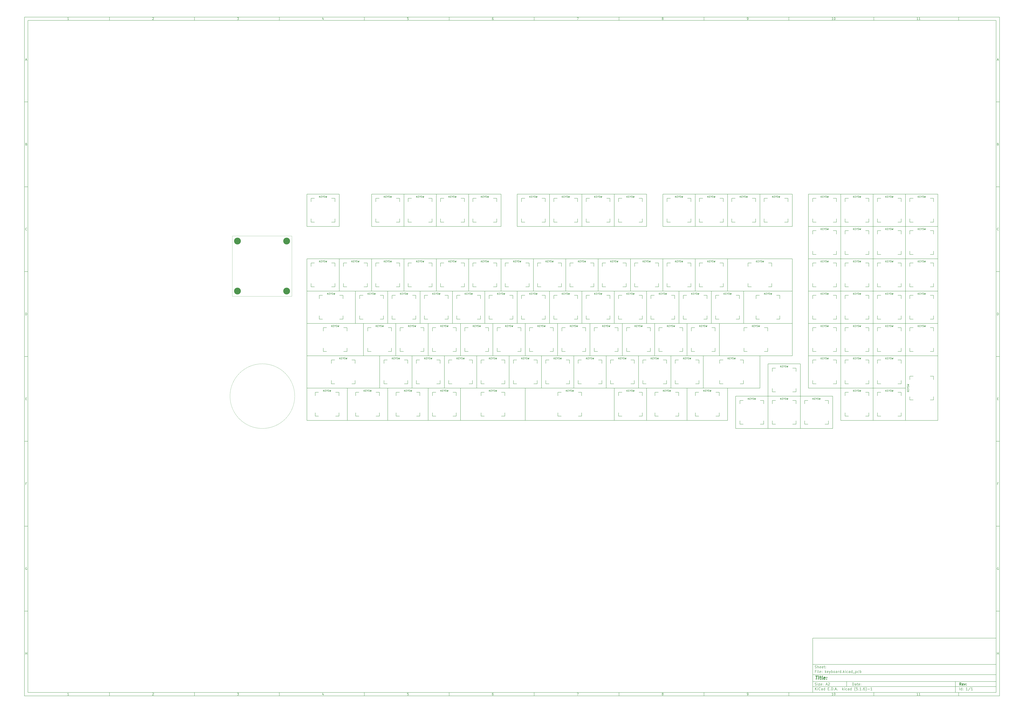
<source format=gbr>
G04 #@! TF.GenerationSoftware,KiCad,Pcbnew,(5.1.6)-1*
G04 #@! TF.CreationDate,2020-10-04T22:42:36-04:00*
G04 #@! TF.ProjectId,keyboard,6b657962-6f61-4726-942e-6b696361645f,rev?*
G04 #@! TF.SameCoordinates,Original*
G04 #@! TF.FileFunction,OtherDrawing,Comment*
%FSLAX46Y46*%
G04 Gerber Fmt 4.6, Leading zero omitted, Abs format (unit mm)*
G04 Created by KiCad (PCBNEW (5.1.6)-1) date 2020-10-04 22:42:36*
%MOMM*%
%LPD*%
G01*
G04 APERTURE LIST*
%ADD10C,0.100000*%
%ADD11C,0.150000*%
%ADD12C,0.300000*%
%ADD13C,0.400000*%
%ADD14C,0.120000*%
%ADD15C,2.032000*%
G04 APERTURE END LIST*
D10*
D11*
X474004400Y-375989000D02*
X474004400Y-407989000D01*
X582004400Y-407989000D01*
X582004400Y-375989000D01*
X474004400Y-375989000D01*
D10*
D11*
X10000000Y-10000000D02*
X10000000Y-409989000D01*
X584004400Y-409989000D01*
X584004400Y-10000000D01*
X10000000Y-10000000D01*
D10*
D11*
X12000000Y-12000000D02*
X12000000Y-407989000D01*
X582004400Y-407989000D01*
X582004400Y-12000000D01*
X12000000Y-12000000D01*
D10*
D11*
X60000000Y-12000000D02*
X60000000Y-10000000D01*
D10*
D11*
X110000000Y-12000000D02*
X110000000Y-10000000D01*
D10*
D11*
X160000000Y-12000000D02*
X160000000Y-10000000D01*
D10*
D11*
X210000000Y-12000000D02*
X210000000Y-10000000D01*
D10*
D11*
X260000000Y-12000000D02*
X260000000Y-10000000D01*
D10*
D11*
X310000000Y-12000000D02*
X310000000Y-10000000D01*
D10*
D11*
X360000000Y-12000000D02*
X360000000Y-10000000D01*
D10*
D11*
X410000000Y-12000000D02*
X410000000Y-10000000D01*
D10*
D11*
X460000000Y-12000000D02*
X460000000Y-10000000D01*
D10*
D11*
X510000000Y-12000000D02*
X510000000Y-10000000D01*
D10*
D11*
X560000000Y-12000000D02*
X560000000Y-10000000D01*
D10*
D11*
X36065476Y-11588095D02*
X35322619Y-11588095D01*
X35694047Y-11588095D02*
X35694047Y-10288095D01*
X35570238Y-10473809D01*
X35446428Y-10597619D01*
X35322619Y-10659523D01*
D10*
D11*
X85322619Y-10411904D02*
X85384523Y-10350000D01*
X85508333Y-10288095D01*
X85817857Y-10288095D01*
X85941666Y-10350000D01*
X86003571Y-10411904D01*
X86065476Y-10535714D01*
X86065476Y-10659523D01*
X86003571Y-10845238D01*
X85260714Y-11588095D01*
X86065476Y-11588095D01*
D10*
D11*
X135260714Y-10288095D02*
X136065476Y-10288095D01*
X135632142Y-10783333D01*
X135817857Y-10783333D01*
X135941666Y-10845238D01*
X136003571Y-10907142D01*
X136065476Y-11030952D01*
X136065476Y-11340476D01*
X136003571Y-11464285D01*
X135941666Y-11526190D01*
X135817857Y-11588095D01*
X135446428Y-11588095D01*
X135322619Y-11526190D01*
X135260714Y-11464285D01*
D10*
D11*
X185941666Y-10721428D02*
X185941666Y-11588095D01*
X185632142Y-10226190D02*
X185322619Y-11154761D01*
X186127380Y-11154761D01*
D10*
D11*
X236003571Y-10288095D02*
X235384523Y-10288095D01*
X235322619Y-10907142D01*
X235384523Y-10845238D01*
X235508333Y-10783333D01*
X235817857Y-10783333D01*
X235941666Y-10845238D01*
X236003571Y-10907142D01*
X236065476Y-11030952D01*
X236065476Y-11340476D01*
X236003571Y-11464285D01*
X235941666Y-11526190D01*
X235817857Y-11588095D01*
X235508333Y-11588095D01*
X235384523Y-11526190D01*
X235322619Y-11464285D01*
D10*
D11*
X285941666Y-10288095D02*
X285694047Y-10288095D01*
X285570238Y-10350000D01*
X285508333Y-10411904D01*
X285384523Y-10597619D01*
X285322619Y-10845238D01*
X285322619Y-11340476D01*
X285384523Y-11464285D01*
X285446428Y-11526190D01*
X285570238Y-11588095D01*
X285817857Y-11588095D01*
X285941666Y-11526190D01*
X286003571Y-11464285D01*
X286065476Y-11340476D01*
X286065476Y-11030952D01*
X286003571Y-10907142D01*
X285941666Y-10845238D01*
X285817857Y-10783333D01*
X285570238Y-10783333D01*
X285446428Y-10845238D01*
X285384523Y-10907142D01*
X285322619Y-11030952D01*
D10*
D11*
X335260714Y-10288095D02*
X336127380Y-10288095D01*
X335570238Y-11588095D01*
D10*
D11*
X385570238Y-10845238D02*
X385446428Y-10783333D01*
X385384523Y-10721428D01*
X385322619Y-10597619D01*
X385322619Y-10535714D01*
X385384523Y-10411904D01*
X385446428Y-10350000D01*
X385570238Y-10288095D01*
X385817857Y-10288095D01*
X385941666Y-10350000D01*
X386003571Y-10411904D01*
X386065476Y-10535714D01*
X386065476Y-10597619D01*
X386003571Y-10721428D01*
X385941666Y-10783333D01*
X385817857Y-10845238D01*
X385570238Y-10845238D01*
X385446428Y-10907142D01*
X385384523Y-10969047D01*
X385322619Y-11092857D01*
X385322619Y-11340476D01*
X385384523Y-11464285D01*
X385446428Y-11526190D01*
X385570238Y-11588095D01*
X385817857Y-11588095D01*
X385941666Y-11526190D01*
X386003571Y-11464285D01*
X386065476Y-11340476D01*
X386065476Y-11092857D01*
X386003571Y-10969047D01*
X385941666Y-10907142D01*
X385817857Y-10845238D01*
D10*
D11*
X435446428Y-11588095D02*
X435694047Y-11588095D01*
X435817857Y-11526190D01*
X435879761Y-11464285D01*
X436003571Y-11278571D01*
X436065476Y-11030952D01*
X436065476Y-10535714D01*
X436003571Y-10411904D01*
X435941666Y-10350000D01*
X435817857Y-10288095D01*
X435570238Y-10288095D01*
X435446428Y-10350000D01*
X435384523Y-10411904D01*
X435322619Y-10535714D01*
X435322619Y-10845238D01*
X435384523Y-10969047D01*
X435446428Y-11030952D01*
X435570238Y-11092857D01*
X435817857Y-11092857D01*
X435941666Y-11030952D01*
X436003571Y-10969047D01*
X436065476Y-10845238D01*
D10*
D11*
X486065476Y-11588095D02*
X485322619Y-11588095D01*
X485694047Y-11588095D02*
X485694047Y-10288095D01*
X485570238Y-10473809D01*
X485446428Y-10597619D01*
X485322619Y-10659523D01*
X486870238Y-10288095D02*
X486994047Y-10288095D01*
X487117857Y-10350000D01*
X487179761Y-10411904D01*
X487241666Y-10535714D01*
X487303571Y-10783333D01*
X487303571Y-11092857D01*
X487241666Y-11340476D01*
X487179761Y-11464285D01*
X487117857Y-11526190D01*
X486994047Y-11588095D01*
X486870238Y-11588095D01*
X486746428Y-11526190D01*
X486684523Y-11464285D01*
X486622619Y-11340476D01*
X486560714Y-11092857D01*
X486560714Y-10783333D01*
X486622619Y-10535714D01*
X486684523Y-10411904D01*
X486746428Y-10350000D01*
X486870238Y-10288095D01*
D10*
D11*
X536065476Y-11588095D02*
X535322619Y-11588095D01*
X535694047Y-11588095D02*
X535694047Y-10288095D01*
X535570238Y-10473809D01*
X535446428Y-10597619D01*
X535322619Y-10659523D01*
X537303571Y-11588095D02*
X536560714Y-11588095D01*
X536932142Y-11588095D02*
X536932142Y-10288095D01*
X536808333Y-10473809D01*
X536684523Y-10597619D01*
X536560714Y-10659523D01*
D10*
D11*
X60000000Y-407989000D02*
X60000000Y-409989000D01*
D10*
D11*
X110000000Y-407989000D02*
X110000000Y-409989000D01*
D10*
D11*
X160000000Y-407989000D02*
X160000000Y-409989000D01*
D10*
D11*
X210000000Y-407989000D02*
X210000000Y-409989000D01*
D10*
D11*
X260000000Y-407989000D02*
X260000000Y-409989000D01*
D10*
D11*
X310000000Y-407989000D02*
X310000000Y-409989000D01*
D10*
D11*
X360000000Y-407989000D02*
X360000000Y-409989000D01*
D10*
D11*
X410000000Y-407989000D02*
X410000000Y-409989000D01*
D10*
D11*
X460000000Y-407989000D02*
X460000000Y-409989000D01*
D10*
D11*
X510000000Y-407989000D02*
X510000000Y-409989000D01*
D10*
D11*
X560000000Y-407989000D02*
X560000000Y-409989000D01*
D10*
D11*
X36065476Y-409577095D02*
X35322619Y-409577095D01*
X35694047Y-409577095D02*
X35694047Y-408277095D01*
X35570238Y-408462809D01*
X35446428Y-408586619D01*
X35322619Y-408648523D01*
D10*
D11*
X85322619Y-408400904D02*
X85384523Y-408339000D01*
X85508333Y-408277095D01*
X85817857Y-408277095D01*
X85941666Y-408339000D01*
X86003571Y-408400904D01*
X86065476Y-408524714D01*
X86065476Y-408648523D01*
X86003571Y-408834238D01*
X85260714Y-409577095D01*
X86065476Y-409577095D01*
D10*
D11*
X135260714Y-408277095D02*
X136065476Y-408277095D01*
X135632142Y-408772333D01*
X135817857Y-408772333D01*
X135941666Y-408834238D01*
X136003571Y-408896142D01*
X136065476Y-409019952D01*
X136065476Y-409329476D01*
X136003571Y-409453285D01*
X135941666Y-409515190D01*
X135817857Y-409577095D01*
X135446428Y-409577095D01*
X135322619Y-409515190D01*
X135260714Y-409453285D01*
D10*
D11*
X185941666Y-408710428D02*
X185941666Y-409577095D01*
X185632142Y-408215190D02*
X185322619Y-409143761D01*
X186127380Y-409143761D01*
D10*
D11*
X236003571Y-408277095D02*
X235384523Y-408277095D01*
X235322619Y-408896142D01*
X235384523Y-408834238D01*
X235508333Y-408772333D01*
X235817857Y-408772333D01*
X235941666Y-408834238D01*
X236003571Y-408896142D01*
X236065476Y-409019952D01*
X236065476Y-409329476D01*
X236003571Y-409453285D01*
X235941666Y-409515190D01*
X235817857Y-409577095D01*
X235508333Y-409577095D01*
X235384523Y-409515190D01*
X235322619Y-409453285D01*
D10*
D11*
X285941666Y-408277095D02*
X285694047Y-408277095D01*
X285570238Y-408339000D01*
X285508333Y-408400904D01*
X285384523Y-408586619D01*
X285322619Y-408834238D01*
X285322619Y-409329476D01*
X285384523Y-409453285D01*
X285446428Y-409515190D01*
X285570238Y-409577095D01*
X285817857Y-409577095D01*
X285941666Y-409515190D01*
X286003571Y-409453285D01*
X286065476Y-409329476D01*
X286065476Y-409019952D01*
X286003571Y-408896142D01*
X285941666Y-408834238D01*
X285817857Y-408772333D01*
X285570238Y-408772333D01*
X285446428Y-408834238D01*
X285384523Y-408896142D01*
X285322619Y-409019952D01*
D10*
D11*
X335260714Y-408277095D02*
X336127380Y-408277095D01*
X335570238Y-409577095D01*
D10*
D11*
X385570238Y-408834238D02*
X385446428Y-408772333D01*
X385384523Y-408710428D01*
X385322619Y-408586619D01*
X385322619Y-408524714D01*
X385384523Y-408400904D01*
X385446428Y-408339000D01*
X385570238Y-408277095D01*
X385817857Y-408277095D01*
X385941666Y-408339000D01*
X386003571Y-408400904D01*
X386065476Y-408524714D01*
X386065476Y-408586619D01*
X386003571Y-408710428D01*
X385941666Y-408772333D01*
X385817857Y-408834238D01*
X385570238Y-408834238D01*
X385446428Y-408896142D01*
X385384523Y-408958047D01*
X385322619Y-409081857D01*
X385322619Y-409329476D01*
X385384523Y-409453285D01*
X385446428Y-409515190D01*
X385570238Y-409577095D01*
X385817857Y-409577095D01*
X385941666Y-409515190D01*
X386003571Y-409453285D01*
X386065476Y-409329476D01*
X386065476Y-409081857D01*
X386003571Y-408958047D01*
X385941666Y-408896142D01*
X385817857Y-408834238D01*
D10*
D11*
X435446428Y-409577095D02*
X435694047Y-409577095D01*
X435817857Y-409515190D01*
X435879761Y-409453285D01*
X436003571Y-409267571D01*
X436065476Y-409019952D01*
X436065476Y-408524714D01*
X436003571Y-408400904D01*
X435941666Y-408339000D01*
X435817857Y-408277095D01*
X435570238Y-408277095D01*
X435446428Y-408339000D01*
X435384523Y-408400904D01*
X435322619Y-408524714D01*
X435322619Y-408834238D01*
X435384523Y-408958047D01*
X435446428Y-409019952D01*
X435570238Y-409081857D01*
X435817857Y-409081857D01*
X435941666Y-409019952D01*
X436003571Y-408958047D01*
X436065476Y-408834238D01*
D10*
D11*
X486065476Y-409577095D02*
X485322619Y-409577095D01*
X485694047Y-409577095D02*
X485694047Y-408277095D01*
X485570238Y-408462809D01*
X485446428Y-408586619D01*
X485322619Y-408648523D01*
X486870238Y-408277095D02*
X486994047Y-408277095D01*
X487117857Y-408339000D01*
X487179761Y-408400904D01*
X487241666Y-408524714D01*
X487303571Y-408772333D01*
X487303571Y-409081857D01*
X487241666Y-409329476D01*
X487179761Y-409453285D01*
X487117857Y-409515190D01*
X486994047Y-409577095D01*
X486870238Y-409577095D01*
X486746428Y-409515190D01*
X486684523Y-409453285D01*
X486622619Y-409329476D01*
X486560714Y-409081857D01*
X486560714Y-408772333D01*
X486622619Y-408524714D01*
X486684523Y-408400904D01*
X486746428Y-408339000D01*
X486870238Y-408277095D01*
D10*
D11*
X536065476Y-409577095D02*
X535322619Y-409577095D01*
X535694047Y-409577095D02*
X535694047Y-408277095D01*
X535570238Y-408462809D01*
X535446428Y-408586619D01*
X535322619Y-408648523D01*
X537303571Y-409577095D02*
X536560714Y-409577095D01*
X536932142Y-409577095D02*
X536932142Y-408277095D01*
X536808333Y-408462809D01*
X536684523Y-408586619D01*
X536560714Y-408648523D01*
D10*
D11*
X10000000Y-60000000D02*
X12000000Y-60000000D01*
D10*
D11*
X10000000Y-110000000D02*
X12000000Y-110000000D01*
D10*
D11*
X10000000Y-160000000D02*
X12000000Y-160000000D01*
D10*
D11*
X10000000Y-210000000D02*
X12000000Y-210000000D01*
D10*
D11*
X10000000Y-260000000D02*
X12000000Y-260000000D01*
D10*
D11*
X10000000Y-310000000D02*
X12000000Y-310000000D01*
D10*
D11*
X10000000Y-360000000D02*
X12000000Y-360000000D01*
D10*
D11*
X10690476Y-35216666D02*
X11309523Y-35216666D01*
X10566666Y-35588095D02*
X11000000Y-34288095D01*
X11433333Y-35588095D01*
D10*
D11*
X11092857Y-84907142D02*
X11278571Y-84969047D01*
X11340476Y-85030952D01*
X11402380Y-85154761D01*
X11402380Y-85340476D01*
X11340476Y-85464285D01*
X11278571Y-85526190D01*
X11154761Y-85588095D01*
X10659523Y-85588095D01*
X10659523Y-84288095D01*
X11092857Y-84288095D01*
X11216666Y-84350000D01*
X11278571Y-84411904D01*
X11340476Y-84535714D01*
X11340476Y-84659523D01*
X11278571Y-84783333D01*
X11216666Y-84845238D01*
X11092857Y-84907142D01*
X10659523Y-84907142D01*
D10*
D11*
X11402380Y-135464285D02*
X11340476Y-135526190D01*
X11154761Y-135588095D01*
X11030952Y-135588095D01*
X10845238Y-135526190D01*
X10721428Y-135402380D01*
X10659523Y-135278571D01*
X10597619Y-135030952D01*
X10597619Y-134845238D01*
X10659523Y-134597619D01*
X10721428Y-134473809D01*
X10845238Y-134350000D01*
X11030952Y-134288095D01*
X11154761Y-134288095D01*
X11340476Y-134350000D01*
X11402380Y-134411904D01*
D10*
D11*
X10659523Y-185588095D02*
X10659523Y-184288095D01*
X10969047Y-184288095D01*
X11154761Y-184350000D01*
X11278571Y-184473809D01*
X11340476Y-184597619D01*
X11402380Y-184845238D01*
X11402380Y-185030952D01*
X11340476Y-185278571D01*
X11278571Y-185402380D01*
X11154761Y-185526190D01*
X10969047Y-185588095D01*
X10659523Y-185588095D01*
D10*
D11*
X10721428Y-234907142D02*
X11154761Y-234907142D01*
X11340476Y-235588095D02*
X10721428Y-235588095D01*
X10721428Y-234288095D01*
X11340476Y-234288095D01*
D10*
D11*
X11185714Y-284907142D02*
X10752380Y-284907142D01*
X10752380Y-285588095D02*
X10752380Y-284288095D01*
X11371428Y-284288095D01*
D10*
D11*
X11340476Y-334350000D02*
X11216666Y-334288095D01*
X11030952Y-334288095D01*
X10845238Y-334350000D01*
X10721428Y-334473809D01*
X10659523Y-334597619D01*
X10597619Y-334845238D01*
X10597619Y-335030952D01*
X10659523Y-335278571D01*
X10721428Y-335402380D01*
X10845238Y-335526190D01*
X11030952Y-335588095D01*
X11154761Y-335588095D01*
X11340476Y-335526190D01*
X11402380Y-335464285D01*
X11402380Y-335030952D01*
X11154761Y-335030952D01*
D10*
D11*
X10628571Y-385588095D02*
X10628571Y-384288095D01*
X10628571Y-384907142D02*
X11371428Y-384907142D01*
X11371428Y-385588095D02*
X11371428Y-384288095D01*
D10*
D11*
X584004400Y-60000000D02*
X582004400Y-60000000D01*
D10*
D11*
X584004400Y-110000000D02*
X582004400Y-110000000D01*
D10*
D11*
X584004400Y-160000000D02*
X582004400Y-160000000D01*
D10*
D11*
X584004400Y-210000000D02*
X582004400Y-210000000D01*
D10*
D11*
X584004400Y-260000000D02*
X582004400Y-260000000D01*
D10*
D11*
X584004400Y-310000000D02*
X582004400Y-310000000D01*
D10*
D11*
X584004400Y-360000000D02*
X582004400Y-360000000D01*
D10*
D11*
X582694876Y-35216666D02*
X583313923Y-35216666D01*
X582571066Y-35588095D02*
X583004400Y-34288095D01*
X583437733Y-35588095D01*
D10*
D11*
X583097257Y-84907142D02*
X583282971Y-84969047D01*
X583344876Y-85030952D01*
X583406780Y-85154761D01*
X583406780Y-85340476D01*
X583344876Y-85464285D01*
X583282971Y-85526190D01*
X583159161Y-85588095D01*
X582663923Y-85588095D01*
X582663923Y-84288095D01*
X583097257Y-84288095D01*
X583221066Y-84350000D01*
X583282971Y-84411904D01*
X583344876Y-84535714D01*
X583344876Y-84659523D01*
X583282971Y-84783333D01*
X583221066Y-84845238D01*
X583097257Y-84907142D01*
X582663923Y-84907142D01*
D10*
D11*
X583406780Y-135464285D02*
X583344876Y-135526190D01*
X583159161Y-135588095D01*
X583035352Y-135588095D01*
X582849638Y-135526190D01*
X582725828Y-135402380D01*
X582663923Y-135278571D01*
X582602019Y-135030952D01*
X582602019Y-134845238D01*
X582663923Y-134597619D01*
X582725828Y-134473809D01*
X582849638Y-134350000D01*
X583035352Y-134288095D01*
X583159161Y-134288095D01*
X583344876Y-134350000D01*
X583406780Y-134411904D01*
D10*
D11*
X582663923Y-185588095D02*
X582663923Y-184288095D01*
X582973447Y-184288095D01*
X583159161Y-184350000D01*
X583282971Y-184473809D01*
X583344876Y-184597619D01*
X583406780Y-184845238D01*
X583406780Y-185030952D01*
X583344876Y-185278571D01*
X583282971Y-185402380D01*
X583159161Y-185526190D01*
X582973447Y-185588095D01*
X582663923Y-185588095D01*
D10*
D11*
X582725828Y-234907142D02*
X583159161Y-234907142D01*
X583344876Y-235588095D02*
X582725828Y-235588095D01*
X582725828Y-234288095D01*
X583344876Y-234288095D01*
D10*
D11*
X583190114Y-284907142D02*
X582756780Y-284907142D01*
X582756780Y-285588095D02*
X582756780Y-284288095D01*
X583375828Y-284288095D01*
D10*
D11*
X583344876Y-334350000D02*
X583221066Y-334288095D01*
X583035352Y-334288095D01*
X582849638Y-334350000D01*
X582725828Y-334473809D01*
X582663923Y-334597619D01*
X582602019Y-334845238D01*
X582602019Y-335030952D01*
X582663923Y-335278571D01*
X582725828Y-335402380D01*
X582849638Y-335526190D01*
X583035352Y-335588095D01*
X583159161Y-335588095D01*
X583344876Y-335526190D01*
X583406780Y-335464285D01*
X583406780Y-335030952D01*
X583159161Y-335030952D01*
D10*
D11*
X582632971Y-385588095D02*
X582632971Y-384288095D01*
X582632971Y-384907142D02*
X583375828Y-384907142D01*
X583375828Y-385588095D02*
X583375828Y-384288095D01*
D10*
D11*
X497436542Y-403767571D02*
X497436542Y-402267571D01*
X497793685Y-402267571D01*
X498007971Y-402339000D01*
X498150828Y-402481857D01*
X498222257Y-402624714D01*
X498293685Y-402910428D01*
X498293685Y-403124714D01*
X498222257Y-403410428D01*
X498150828Y-403553285D01*
X498007971Y-403696142D01*
X497793685Y-403767571D01*
X497436542Y-403767571D01*
X499579400Y-403767571D02*
X499579400Y-402981857D01*
X499507971Y-402839000D01*
X499365114Y-402767571D01*
X499079400Y-402767571D01*
X498936542Y-402839000D01*
X499579400Y-403696142D02*
X499436542Y-403767571D01*
X499079400Y-403767571D01*
X498936542Y-403696142D01*
X498865114Y-403553285D01*
X498865114Y-403410428D01*
X498936542Y-403267571D01*
X499079400Y-403196142D01*
X499436542Y-403196142D01*
X499579400Y-403124714D01*
X500079400Y-402767571D02*
X500650828Y-402767571D01*
X500293685Y-402267571D02*
X500293685Y-403553285D01*
X500365114Y-403696142D01*
X500507971Y-403767571D01*
X500650828Y-403767571D01*
X501722257Y-403696142D02*
X501579400Y-403767571D01*
X501293685Y-403767571D01*
X501150828Y-403696142D01*
X501079400Y-403553285D01*
X501079400Y-402981857D01*
X501150828Y-402839000D01*
X501293685Y-402767571D01*
X501579400Y-402767571D01*
X501722257Y-402839000D01*
X501793685Y-402981857D01*
X501793685Y-403124714D01*
X501079400Y-403267571D01*
X502436542Y-403624714D02*
X502507971Y-403696142D01*
X502436542Y-403767571D01*
X502365114Y-403696142D01*
X502436542Y-403624714D01*
X502436542Y-403767571D01*
X502436542Y-402839000D02*
X502507971Y-402910428D01*
X502436542Y-402981857D01*
X502365114Y-402910428D01*
X502436542Y-402839000D01*
X502436542Y-402981857D01*
D10*
D11*
X474004400Y-404489000D02*
X582004400Y-404489000D01*
D10*
D11*
X475436542Y-406567571D02*
X475436542Y-405067571D01*
X476293685Y-406567571D02*
X475650828Y-405710428D01*
X476293685Y-405067571D02*
X475436542Y-405924714D01*
X476936542Y-406567571D02*
X476936542Y-405567571D01*
X476936542Y-405067571D02*
X476865114Y-405139000D01*
X476936542Y-405210428D01*
X477007971Y-405139000D01*
X476936542Y-405067571D01*
X476936542Y-405210428D01*
X478507971Y-406424714D02*
X478436542Y-406496142D01*
X478222257Y-406567571D01*
X478079400Y-406567571D01*
X477865114Y-406496142D01*
X477722257Y-406353285D01*
X477650828Y-406210428D01*
X477579400Y-405924714D01*
X477579400Y-405710428D01*
X477650828Y-405424714D01*
X477722257Y-405281857D01*
X477865114Y-405139000D01*
X478079400Y-405067571D01*
X478222257Y-405067571D01*
X478436542Y-405139000D01*
X478507971Y-405210428D01*
X479793685Y-406567571D02*
X479793685Y-405781857D01*
X479722257Y-405639000D01*
X479579400Y-405567571D01*
X479293685Y-405567571D01*
X479150828Y-405639000D01*
X479793685Y-406496142D02*
X479650828Y-406567571D01*
X479293685Y-406567571D01*
X479150828Y-406496142D01*
X479079400Y-406353285D01*
X479079400Y-406210428D01*
X479150828Y-406067571D01*
X479293685Y-405996142D01*
X479650828Y-405996142D01*
X479793685Y-405924714D01*
X481150828Y-406567571D02*
X481150828Y-405067571D01*
X481150828Y-406496142D02*
X481007971Y-406567571D01*
X480722257Y-406567571D01*
X480579400Y-406496142D01*
X480507971Y-406424714D01*
X480436542Y-406281857D01*
X480436542Y-405853285D01*
X480507971Y-405710428D01*
X480579400Y-405639000D01*
X480722257Y-405567571D01*
X481007971Y-405567571D01*
X481150828Y-405639000D01*
X483007971Y-405781857D02*
X483507971Y-405781857D01*
X483722257Y-406567571D02*
X483007971Y-406567571D01*
X483007971Y-405067571D01*
X483722257Y-405067571D01*
X484365114Y-406424714D02*
X484436542Y-406496142D01*
X484365114Y-406567571D01*
X484293685Y-406496142D01*
X484365114Y-406424714D01*
X484365114Y-406567571D01*
X485079400Y-406567571D02*
X485079400Y-405067571D01*
X485436542Y-405067571D01*
X485650828Y-405139000D01*
X485793685Y-405281857D01*
X485865114Y-405424714D01*
X485936542Y-405710428D01*
X485936542Y-405924714D01*
X485865114Y-406210428D01*
X485793685Y-406353285D01*
X485650828Y-406496142D01*
X485436542Y-406567571D01*
X485079400Y-406567571D01*
X486579400Y-406424714D02*
X486650828Y-406496142D01*
X486579400Y-406567571D01*
X486507971Y-406496142D01*
X486579400Y-406424714D01*
X486579400Y-406567571D01*
X487222257Y-406139000D02*
X487936542Y-406139000D01*
X487079400Y-406567571D02*
X487579400Y-405067571D01*
X488079400Y-406567571D01*
X488579400Y-406424714D02*
X488650828Y-406496142D01*
X488579400Y-406567571D01*
X488507971Y-406496142D01*
X488579400Y-406424714D01*
X488579400Y-406567571D01*
X491579400Y-406567571D02*
X491579400Y-405067571D01*
X491722257Y-405996142D02*
X492150828Y-406567571D01*
X492150828Y-405567571D02*
X491579400Y-406139000D01*
X492793685Y-406567571D02*
X492793685Y-405567571D01*
X492793685Y-405067571D02*
X492722257Y-405139000D01*
X492793685Y-405210428D01*
X492865114Y-405139000D01*
X492793685Y-405067571D01*
X492793685Y-405210428D01*
X494150828Y-406496142D02*
X494007971Y-406567571D01*
X493722257Y-406567571D01*
X493579400Y-406496142D01*
X493507971Y-406424714D01*
X493436542Y-406281857D01*
X493436542Y-405853285D01*
X493507971Y-405710428D01*
X493579400Y-405639000D01*
X493722257Y-405567571D01*
X494007971Y-405567571D01*
X494150828Y-405639000D01*
X495436542Y-406567571D02*
X495436542Y-405781857D01*
X495365114Y-405639000D01*
X495222257Y-405567571D01*
X494936542Y-405567571D01*
X494793685Y-405639000D01*
X495436542Y-406496142D02*
X495293685Y-406567571D01*
X494936542Y-406567571D01*
X494793685Y-406496142D01*
X494722257Y-406353285D01*
X494722257Y-406210428D01*
X494793685Y-406067571D01*
X494936542Y-405996142D01*
X495293685Y-405996142D01*
X495436542Y-405924714D01*
X496793685Y-406567571D02*
X496793685Y-405067571D01*
X496793685Y-406496142D02*
X496650828Y-406567571D01*
X496365114Y-406567571D01*
X496222257Y-406496142D01*
X496150828Y-406424714D01*
X496079400Y-406281857D01*
X496079400Y-405853285D01*
X496150828Y-405710428D01*
X496222257Y-405639000D01*
X496365114Y-405567571D01*
X496650828Y-405567571D01*
X496793685Y-405639000D01*
X499079400Y-407139000D02*
X499007971Y-407067571D01*
X498865114Y-406853285D01*
X498793685Y-406710428D01*
X498722257Y-406496142D01*
X498650828Y-406139000D01*
X498650828Y-405853285D01*
X498722257Y-405496142D01*
X498793685Y-405281857D01*
X498865114Y-405139000D01*
X499007971Y-404924714D01*
X499079400Y-404853285D01*
X500365114Y-405067571D02*
X499650828Y-405067571D01*
X499579400Y-405781857D01*
X499650828Y-405710428D01*
X499793685Y-405639000D01*
X500150828Y-405639000D01*
X500293685Y-405710428D01*
X500365114Y-405781857D01*
X500436542Y-405924714D01*
X500436542Y-406281857D01*
X500365114Y-406424714D01*
X500293685Y-406496142D01*
X500150828Y-406567571D01*
X499793685Y-406567571D01*
X499650828Y-406496142D01*
X499579400Y-406424714D01*
X501079400Y-406424714D02*
X501150828Y-406496142D01*
X501079400Y-406567571D01*
X501007971Y-406496142D01*
X501079400Y-406424714D01*
X501079400Y-406567571D01*
X502579400Y-406567571D02*
X501722257Y-406567571D01*
X502150828Y-406567571D02*
X502150828Y-405067571D01*
X502007971Y-405281857D01*
X501865114Y-405424714D01*
X501722257Y-405496142D01*
X503222257Y-406424714D02*
X503293685Y-406496142D01*
X503222257Y-406567571D01*
X503150828Y-406496142D01*
X503222257Y-406424714D01*
X503222257Y-406567571D01*
X504579400Y-405067571D02*
X504293685Y-405067571D01*
X504150828Y-405139000D01*
X504079400Y-405210428D01*
X503936542Y-405424714D01*
X503865114Y-405710428D01*
X503865114Y-406281857D01*
X503936542Y-406424714D01*
X504007971Y-406496142D01*
X504150828Y-406567571D01*
X504436542Y-406567571D01*
X504579400Y-406496142D01*
X504650828Y-406424714D01*
X504722257Y-406281857D01*
X504722257Y-405924714D01*
X504650828Y-405781857D01*
X504579400Y-405710428D01*
X504436542Y-405639000D01*
X504150828Y-405639000D01*
X504007971Y-405710428D01*
X503936542Y-405781857D01*
X503865114Y-405924714D01*
X505222257Y-407139000D02*
X505293685Y-407067571D01*
X505436542Y-406853285D01*
X505507971Y-406710428D01*
X505579400Y-406496142D01*
X505650828Y-406139000D01*
X505650828Y-405853285D01*
X505579400Y-405496142D01*
X505507971Y-405281857D01*
X505436542Y-405139000D01*
X505293685Y-404924714D01*
X505222257Y-404853285D01*
X506365114Y-405996142D02*
X507507971Y-405996142D01*
X509007971Y-406567571D02*
X508150828Y-406567571D01*
X508579400Y-406567571D02*
X508579400Y-405067571D01*
X508436542Y-405281857D01*
X508293685Y-405424714D01*
X508150828Y-405496142D01*
D10*
D11*
X474004400Y-401489000D02*
X582004400Y-401489000D01*
D10*
D12*
X561413685Y-403767571D02*
X560913685Y-403053285D01*
X560556542Y-403767571D02*
X560556542Y-402267571D01*
X561127971Y-402267571D01*
X561270828Y-402339000D01*
X561342257Y-402410428D01*
X561413685Y-402553285D01*
X561413685Y-402767571D01*
X561342257Y-402910428D01*
X561270828Y-402981857D01*
X561127971Y-403053285D01*
X560556542Y-403053285D01*
X562627971Y-403696142D02*
X562485114Y-403767571D01*
X562199400Y-403767571D01*
X562056542Y-403696142D01*
X561985114Y-403553285D01*
X561985114Y-402981857D01*
X562056542Y-402839000D01*
X562199400Y-402767571D01*
X562485114Y-402767571D01*
X562627971Y-402839000D01*
X562699400Y-402981857D01*
X562699400Y-403124714D01*
X561985114Y-403267571D01*
X563199400Y-402767571D02*
X563556542Y-403767571D01*
X563913685Y-402767571D01*
X564485114Y-403624714D02*
X564556542Y-403696142D01*
X564485114Y-403767571D01*
X564413685Y-403696142D01*
X564485114Y-403624714D01*
X564485114Y-403767571D01*
X564485114Y-402839000D02*
X564556542Y-402910428D01*
X564485114Y-402981857D01*
X564413685Y-402910428D01*
X564485114Y-402839000D01*
X564485114Y-402981857D01*
D10*
D11*
X475365114Y-403696142D02*
X475579400Y-403767571D01*
X475936542Y-403767571D01*
X476079400Y-403696142D01*
X476150828Y-403624714D01*
X476222257Y-403481857D01*
X476222257Y-403339000D01*
X476150828Y-403196142D01*
X476079400Y-403124714D01*
X475936542Y-403053285D01*
X475650828Y-402981857D01*
X475507971Y-402910428D01*
X475436542Y-402839000D01*
X475365114Y-402696142D01*
X475365114Y-402553285D01*
X475436542Y-402410428D01*
X475507971Y-402339000D01*
X475650828Y-402267571D01*
X476007971Y-402267571D01*
X476222257Y-402339000D01*
X476865114Y-403767571D02*
X476865114Y-402767571D01*
X476865114Y-402267571D02*
X476793685Y-402339000D01*
X476865114Y-402410428D01*
X476936542Y-402339000D01*
X476865114Y-402267571D01*
X476865114Y-402410428D01*
X477436542Y-402767571D02*
X478222257Y-402767571D01*
X477436542Y-403767571D01*
X478222257Y-403767571D01*
X479365114Y-403696142D02*
X479222257Y-403767571D01*
X478936542Y-403767571D01*
X478793685Y-403696142D01*
X478722257Y-403553285D01*
X478722257Y-402981857D01*
X478793685Y-402839000D01*
X478936542Y-402767571D01*
X479222257Y-402767571D01*
X479365114Y-402839000D01*
X479436542Y-402981857D01*
X479436542Y-403124714D01*
X478722257Y-403267571D01*
X480079400Y-403624714D02*
X480150828Y-403696142D01*
X480079400Y-403767571D01*
X480007971Y-403696142D01*
X480079400Y-403624714D01*
X480079400Y-403767571D01*
X480079400Y-402839000D02*
X480150828Y-402910428D01*
X480079400Y-402981857D01*
X480007971Y-402910428D01*
X480079400Y-402839000D01*
X480079400Y-402981857D01*
X481865114Y-403339000D02*
X482579400Y-403339000D01*
X481722257Y-403767571D02*
X482222257Y-402267571D01*
X482722257Y-403767571D01*
X483150828Y-402410428D02*
X483222257Y-402339000D01*
X483365114Y-402267571D01*
X483722257Y-402267571D01*
X483865114Y-402339000D01*
X483936542Y-402410428D01*
X484007971Y-402553285D01*
X484007971Y-402696142D01*
X483936542Y-402910428D01*
X483079400Y-403767571D01*
X484007971Y-403767571D01*
D10*
D11*
X560436542Y-406567571D02*
X560436542Y-405067571D01*
X561793685Y-406567571D02*
X561793685Y-405067571D01*
X561793685Y-406496142D02*
X561650828Y-406567571D01*
X561365114Y-406567571D01*
X561222257Y-406496142D01*
X561150828Y-406424714D01*
X561079400Y-406281857D01*
X561079400Y-405853285D01*
X561150828Y-405710428D01*
X561222257Y-405639000D01*
X561365114Y-405567571D01*
X561650828Y-405567571D01*
X561793685Y-405639000D01*
X562507971Y-406424714D02*
X562579400Y-406496142D01*
X562507971Y-406567571D01*
X562436542Y-406496142D01*
X562507971Y-406424714D01*
X562507971Y-406567571D01*
X562507971Y-405639000D02*
X562579400Y-405710428D01*
X562507971Y-405781857D01*
X562436542Y-405710428D01*
X562507971Y-405639000D01*
X562507971Y-405781857D01*
X565150828Y-406567571D02*
X564293685Y-406567571D01*
X564722257Y-406567571D02*
X564722257Y-405067571D01*
X564579400Y-405281857D01*
X564436542Y-405424714D01*
X564293685Y-405496142D01*
X566865114Y-404996142D02*
X565579400Y-406924714D01*
X568150828Y-406567571D02*
X567293685Y-406567571D01*
X567722257Y-406567571D02*
X567722257Y-405067571D01*
X567579400Y-405281857D01*
X567436542Y-405424714D01*
X567293685Y-405496142D01*
D10*
D11*
X474004400Y-397489000D02*
X582004400Y-397489000D01*
D10*
D13*
X475716780Y-398193761D02*
X476859638Y-398193761D01*
X476038209Y-400193761D02*
X476288209Y-398193761D01*
X477276304Y-400193761D02*
X477442971Y-398860428D01*
X477526304Y-398193761D02*
X477419161Y-398289000D01*
X477502495Y-398384238D01*
X477609638Y-398289000D01*
X477526304Y-398193761D01*
X477502495Y-398384238D01*
X478109638Y-398860428D02*
X478871542Y-398860428D01*
X478478685Y-398193761D02*
X478264400Y-399908047D01*
X478335828Y-400098523D01*
X478514400Y-400193761D01*
X478704876Y-400193761D01*
X479657257Y-400193761D02*
X479478685Y-400098523D01*
X479407257Y-399908047D01*
X479621542Y-398193761D01*
X481192971Y-400098523D02*
X480990590Y-400193761D01*
X480609638Y-400193761D01*
X480431066Y-400098523D01*
X480359638Y-399908047D01*
X480454876Y-399146142D01*
X480573923Y-398955666D01*
X480776304Y-398860428D01*
X481157257Y-398860428D01*
X481335828Y-398955666D01*
X481407257Y-399146142D01*
X481383447Y-399336619D01*
X480407257Y-399527095D01*
X482157257Y-400003285D02*
X482240590Y-400098523D01*
X482133447Y-400193761D01*
X482050114Y-400098523D01*
X482157257Y-400003285D01*
X482133447Y-400193761D01*
X482288209Y-398955666D02*
X482371542Y-399050904D01*
X482264400Y-399146142D01*
X482181066Y-399050904D01*
X482288209Y-398955666D01*
X482264400Y-399146142D01*
D10*
D11*
X475936542Y-395581857D02*
X475436542Y-395581857D01*
X475436542Y-396367571D02*
X475436542Y-394867571D01*
X476150828Y-394867571D01*
X476722257Y-396367571D02*
X476722257Y-395367571D01*
X476722257Y-394867571D02*
X476650828Y-394939000D01*
X476722257Y-395010428D01*
X476793685Y-394939000D01*
X476722257Y-394867571D01*
X476722257Y-395010428D01*
X477650828Y-396367571D02*
X477507971Y-396296142D01*
X477436542Y-396153285D01*
X477436542Y-394867571D01*
X478793685Y-396296142D02*
X478650828Y-396367571D01*
X478365114Y-396367571D01*
X478222257Y-396296142D01*
X478150828Y-396153285D01*
X478150828Y-395581857D01*
X478222257Y-395439000D01*
X478365114Y-395367571D01*
X478650828Y-395367571D01*
X478793685Y-395439000D01*
X478865114Y-395581857D01*
X478865114Y-395724714D01*
X478150828Y-395867571D01*
X479507971Y-396224714D02*
X479579400Y-396296142D01*
X479507971Y-396367571D01*
X479436542Y-396296142D01*
X479507971Y-396224714D01*
X479507971Y-396367571D01*
X479507971Y-395439000D02*
X479579400Y-395510428D01*
X479507971Y-395581857D01*
X479436542Y-395510428D01*
X479507971Y-395439000D01*
X479507971Y-395581857D01*
X481365114Y-396367571D02*
X481365114Y-394867571D01*
X481507971Y-395796142D02*
X481936542Y-396367571D01*
X481936542Y-395367571D02*
X481365114Y-395939000D01*
X483150828Y-396296142D02*
X483007971Y-396367571D01*
X482722257Y-396367571D01*
X482579400Y-396296142D01*
X482507971Y-396153285D01*
X482507971Y-395581857D01*
X482579400Y-395439000D01*
X482722257Y-395367571D01*
X483007971Y-395367571D01*
X483150828Y-395439000D01*
X483222257Y-395581857D01*
X483222257Y-395724714D01*
X482507971Y-395867571D01*
X483722257Y-395367571D02*
X484079400Y-396367571D01*
X484436542Y-395367571D02*
X484079400Y-396367571D01*
X483936542Y-396724714D01*
X483865114Y-396796142D01*
X483722257Y-396867571D01*
X485007971Y-396367571D02*
X485007971Y-394867571D01*
X485007971Y-395439000D02*
X485150828Y-395367571D01*
X485436542Y-395367571D01*
X485579400Y-395439000D01*
X485650828Y-395510428D01*
X485722257Y-395653285D01*
X485722257Y-396081857D01*
X485650828Y-396224714D01*
X485579400Y-396296142D01*
X485436542Y-396367571D01*
X485150828Y-396367571D01*
X485007971Y-396296142D01*
X486579400Y-396367571D02*
X486436542Y-396296142D01*
X486365114Y-396224714D01*
X486293685Y-396081857D01*
X486293685Y-395653285D01*
X486365114Y-395510428D01*
X486436542Y-395439000D01*
X486579400Y-395367571D01*
X486793685Y-395367571D01*
X486936542Y-395439000D01*
X487007971Y-395510428D01*
X487079400Y-395653285D01*
X487079400Y-396081857D01*
X487007971Y-396224714D01*
X486936542Y-396296142D01*
X486793685Y-396367571D01*
X486579400Y-396367571D01*
X488365114Y-396367571D02*
X488365114Y-395581857D01*
X488293685Y-395439000D01*
X488150828Y-395367571D01*
X487865114Y-395367571D01*
X487722257Y-395439000D01*
X488365114Y-396296142D02*
X488222257Y-396367571D01*
X487865114Y-396367571D01*
X487722257Y-396296142D01*
X487650828Y-396153285D01*
X487650828Y-396010428D01*
X487722257Y-395867571D01*
X487865114Y-395796142D01*
X488222257Y-395796142D01*
X488365114Y-395724714D01*
X489079400Y-396367571D02*
X489079400Y-395367571D01*
X489079400Y-395653285D02*
X489150828Y-395510428D01*
X489222257Y-395439000D01*
X489365114Y-395367571D01*
X489507971Y-395367571D01*
X490650828Y-396367571D02*
X490650828Y-394867571D01*
X490650828Y-396296142D02*
X490507971Y-396367571D01*
X490222257Y-396367571D01*
X490079400Y-396296142D01*
X490007971Y-396224714D01*
X489936542Y-396081857D01*
X489936542Y-395653285D01*
X490007971Y-395510428D01*
X490079400Y-395439000D01*
X490222257Y-395367571D01*
X490507971Y-395367571D01*
X490650828Y-395439000D01*
X491365114Y-396224714D02*
X491436542Y-396296142D01*
X491365114Y-396367571D01*
X491293685Y-396296142D01*
X491365114Y-396224714D01*
X491365114Y-396367571D01*
X492079400Y-396367571D02*
X492079400Y-394867571D01*
X492222257Y-395796142D02*
X492650828Y-396367571D01*
X492650828Y-395367571D02*
X492079400Y-395939000D01*
X493293685Y-396367571D02*
X493293685Y-395367571D01*
X493293685Y-394867571D02*
X493222257Y-394939000D01*
X493293685Y-395010428D01*
X493365114Y-394939000D01*
X493293685Y-394867571D01*
X493293685Y-395010428D01*
X494650828Y-396296142D02*
X494507971Y-396367571D01*
X494222257Y-396367571D01*
X494079400Y-396296142D01*
X494007971Y-396224714D01*
X493936542Y-396081857D01*
X493936542Y-395653285D01*
X494007971Y-395510428D01*
X494079400Y-395439000D01*
X494222257Y-395367571D01*
X494507971Y-395367571D01*
X494650828Y-395439000D01*
X495936542Y-396367571D02*
X495936542Y-395581857D01*
X495865114Y-395439000D01*
X495722257Y-395367571D01*
X495436542Y-395367571D01*
X495293685Y-395439000D01*
X495936542Y-396296142D02*
X495793685Y-396367571D01*
X495436542Y-396367571D01*
X495293685Y-396296142D01*
X495222257Y-396153285D01*
X495222257Y-396010428D01*
X495293685Y-395867571D01*
X495436542Y-395796142D01*
X495793685Y-395796142D01*
X495936542Y-395724714D01*
X497293685Y-396367571D02*
X497293685Y-394867571D01*
X497293685Y-396296142D02*
X497150828Y-396367571D01*
X496865114Y-396367571D01*
X496722257Y-396296142D01*
X496650828Y-396224714D01*
X496579400Y-396081857D01*
X496579400Y-395653285D01*
X496650828Y-395510428D01*
X496722257Y-395439000D01*
X496865114Y-395367571D01*
X497150828Y-395367571D01*
X497293685Y-395439000D01*
X497650828Y-396510428D02*
X498793685Y-396510428D01*
X499150828Y-395367571D02*
X499150828Y-396867571D01*
X499150828Y-395439000D02*
X499293685Y-395367571D01*
X499579400Y-395367571D01*
X499722257Y-395439000D01*
X499793685Y-395510428D01*
X499865114Y-395653285D01*
X499865114Y-396081857D01*
X499793685Y-396224714D01*
X499722257Y-396296142D01*
X499579400Y-396367571D01*
X499293685Y-396367571D01*
X499150828Y-396296142D01*
X501150828Y-396296142D02*
X501007971Y-396367571D01*
X500722257Y-396367571D01*
X500579400Y-396296142D01*
X500507971Y-396224714D01*
X500436542Y-396081857D01*
X500436542Y-395653285D01*
X500507971Y-395510428D01*
X500579400Y-395439000D01*
X500722257Y-395367571D01*
X501007971Y-395367571D01*
X501150828Y-395439000D01*
X501793685Y-396367571D02*
X501793685Y-394867571D01*
X501793685Y-395439000D02*
X501936542Y-395367571D01*
X502222257Y-395367571D01*
X502365114Y-395439000D01*
X502436542Y-395510428D01*
X502507971Y-395653285D01*
X502507971Y-396081857D01*
X502436542Y-396224714D01*
X502365114Y-396296142D01*
X502222257Y-396367571D01*
X501936542Y-396367571D01*
X501793685Y-396296142D01*
D10*
D11*
X474004400Y-391489000D02*
X582004400Y-391489000D01*
D10*
D11*
X475365114Y-393596142D02*
X475579400Y-393667571D01*
X475936542Y-393667571D01*
X476079400Y-393596142D01*
X476150828Y-393524714D01*
X476222257Y-393381857D01*
X476222257Y-393239000D01*
X476150828Y-393096142D01*
X476079400Y-393024714D01*
X475936542Y-392953285D01*
X475650828Y-392881857D01*
X475507971Y-392810428D01*
X475436542Y-392739000D01*
X475365114Y-392596142D01*
X475365114Y-392453285D01*
X475436542Y-392310428D01*
X475507971Y-392239000D01*
X475650828Y-392167571D01*
X476007971Y-392167571D01*
X476222257Y-392239000D01*
X476865114Y-393667571D02*
X476865114Y-392167571D01*
X477507971Y-393667571D02*
X477507971Y-392881857D01*
X477436542Y-392739000D01*
X477293685Y-392667571D01*
X477079400Y-392667571D01*
X476936542Y-392739000D01*
X476865114Y-392810428D01*
X478793685Y-393596142D02*
X478650828Y-393667571D01*
X478365114Y-393667571D01*
X478222257Y-393596142D01*
X478150828Y-393453285D01*
X478150828Y-392881857D01*
X478222257Y-392739000D01*
X478365114Y-392667571D01*
X478650828Y-392667571D01*
X478793685Y-392739000D01*
X478865114Y-392881857D01*
X478865114Y-393024714D01*
X478150828Y-393167571D01*
X480079400Y-393596142D02*
X479936542Y-393667571D01*
X479650828Y-393667571D01*
X479507971Y-393596142D01*
X479436542Y-393453285D01*
X479436542Y-392881857D01*
X479507971Y-392739000D01*
X479650828Y-392667571D01*
X479936542Y-392667571D01*
X480079400Y-392739000D01*
X480150828Y-392881857D01*
X480150828Y-393024714D01*
X479436542Y-393167571D01*
X480579400Y-392667571D02*
X481150828Y-392667571D01*
X480793685Y-392167571D02*
X480793685Y-393453285D01*
X480865114Y-393596142D01*
X481007971Y-393667571D01*
X481150828Y-393667571D01*
X481650828Y-393524714D02*
X481722257Y-393596142D01*
X481650828Y-393667571D01*
X481579400Y-393596142D01*
X481650828Y-393524714D01*
X481650828Y-393667571D01*
X481650828Y-392739000D02*
X481722257Y-392810428D01*
X481650828Y-392881857D01*
X481579400Y-392810428D01*
X481650828Y-392739000D01*
X481650828Y-392881857D01*
D10*
D11*
X494004400Y-401489000D02*
X494004400Y-404489000D01*
D10*
D11*
X558004400Y-401489000D02*
X558004400Y-407989000D01*
D14*
X169068750Y-233362500D02*
G75*
G03*
X169068750Y-233362500I-19050000J0D01*
G01*
X167354250Y-138938000D02*
X167354250Y-174498000D01*
X132302250Y-138938000D02*
X167354250Y-138938000D01*
X132302250Y-174498000D02*
X132302250Y-138938000D01*
X167354250Y-174498000D02*
X132302250Y-174498000D01*
D15*
X165306250Y-171450000D02*
G75*
G03*
X165306250Y-171450000I-1000000J0D01*
G01*
X165306250Y-171450000D02*
G75*
G03*
X165306250Y-171450000I-1000000J0D01*
G01*
X165306250Y-171450000D02*
G75*
G03*
X165306250Y-171450000I-1000000J0D01*
G01*
X165306250Y-171450000D02*
G75*
G03*
X165306250Y-171450000I-1000000J0D01*
G01*
X136350250Y-171450000D02*
G75*
G03*
X136350250Y-171450000I-1000000J0D01*
G01*
X136350250Y-171450000D02*
G75*
G03*
X136350250Y-171450000I-1000000J0D01*
G01*
X136350250Y-171450000D02*
G75*
G03*
X136350250Y-171450000I-1000000J0D01*
G01*
X136350250Y-171450000D02*
G75*
G03*
X136350250Y-171450000I-1000000J0D01*
G01*
X165306250Y-141986000D02*
G75*
G03*
X165306250Y-141986000I-1000000J0D01*
G01*
X165306250Y-141986000D02*
G75*
G03*
X165306250Y-141986000I-1000000J0D01*
G01*
X136350250Y-141986000D02*
G75*
G03*
X136350250Y-141986000I-1000000J0D01*
G01*
X165306250Y-141986000D02*
G75*
G03*
X165306250Y-141986000I-1000000J0D01*
G01*
X165306250Y-141986000D02*
G75*
G03*
X165306250Y-141986000I-1000000J0D01*
G01*
X136350250Y-141986000D02*
G75*
G03*
X136350250Y-141986000I-1000000J0D01*
G01*
X136350250Y-141986000D02*
G75*
G03*
X136350250Y-141986000I-1000000J0D01*
G01*
X136350250Y-141986000D02*
G75*
G03*
X136350250Y-141986000I-1000000J0D01*
G01*
D11*
X442912500Y-133350000D02*
X442912500Y-114300000D01*
X461962500Y-133350000D02*
X442912500Y-133350000D01*
X461962500Y-114300000D02*
X461962500Y-133350000D01*
X442912500Y-114300000D02*
X461962500Y-114300000D01*
X445437500Y-116825000D02*
X445437500Y-118825000D01*
X447437500Y-116825000D02*
X445437500Y-116825000D01*
X445437500Y-130825000D02*
X447437500Y-130825000D01*
X445437500Y-128825000D02*
X445437500Y-130825000D01*
X459437500Y-130825000D02*
X459437500Y-128825000D01*
X457437500Y-130825000D02*
X459437500Y-130825000D01*
X459437500Y-116825000D02*
X459437500Y-118825000D01*
X457437500Y-116825000D02*
X459437500Y-116825000D01*
X195262500Y-171450000D02*
X195262500Y-152400000D01*
X214312500Y-171450000D02*
X195262500Y-171450000D01*
X214312500Y-152400000D02*
X214312500Y-171450000D01*
X195262500Y-152400000D02*
X214312500Y-152400000D01*
X197787500Y-154925000D02*
X197787500Y-156925000D01*
X199787500Y-154925000D02*
X197787500Y-154925000D01*
X197787500Y-168925000D02*
X199787500Y-168925000D01*
X197787500Y-166925000D02*
X197787500Y-168925000D01*
X211787500Y-168925000D02*
X211787500Y-166925000D01*
X209787500Y-168925000D02*
X211787500Y-168925000D01*
X211787500Y-154925000D02*
X211787500Y-156925000D01*
X209787500Y-154925000D02*
X211787500Y-154925000D01*
X509587500Y-190500000D02*
X509587500Y-171450000D01*
X528637500Y-190500000D02*
X509587500Y-190500000D01*
X528637500Y-171450000D02*
X528637500Y-190500000D01*
X509587500Y-171450000D02*
X528637500Y-171450000D01*
X512112500Y-173975000D02*
X512112500Y-175975000D01*
X514112500Y-173975000D02*
X512112500Y-173975000D01*
X512112500Y-187975000D02*
X514112500Y-187975000D01*
X512112500Y-185975000D02*
X512112500Y-187975000D01*
X526112500Y-187975000D02*
X526112500Y-185975000D01*
X524112500Y-187975000D02*
X526112500Y-187975000D01*
X526112500Y-173975000D02*
X526112500Y-175975000D01*
X524112500Y-173975000D02*
X526112500Y-173975000D01*
X290512500Y-171450000D02*
X290512500Y-152400000D01*
X309562500Y-171450000D02*
X290512500Y-171450000D01*
X309562500Y-152400000D02*
X309562500Y-171450000D01*
X290512500Y-152400000D02*
X309562500Y-152400000D01*
X293037500Y-154925000D02*
X293037500Y-156925000D01*
X295037500Y-154925000D02*
X293037500Y-154925000D01*
X293037500Y-168925000D02*
X295037500Y-168925000D01*
X293037500Y-166925000D02*
X293037500Y-168925000D01*
X307037500Y-168925000D02*
X307037500Y-166925000D01*
X305037500Y-168925000D02*
X307037500Y-168925000D01*
X307037500Y-154925000D02*
X307037500Y-156925000D01*
X305037500Y-154925000D02*
X307037500Y-154925000D01*
X219075000Y-228600000D02*
X219075000Y-209550000D01*
X238125000Y-228600000D02*
X219075000Y-228600000D01*
X238125000Y-209550000D02*
X238125000Y-228600000D01*
X219075000Y-209550000D02*
X238125000Y-209550000D01*
X221600000Y-212075000D02*
X221600000Y-214075000D01*
X223600000Y-212075000D02*
X221600000Y-212075000D01*
X221600000Y-226075000D02*
X223600000Y-226075000D01*
X221600000Y-224075000D02*
X221600000Y-226075000D01*
X235600000Y-226075000D02*
X235600000Y-224075000D01*
X233600000Y-226075000D02*
X235600000Y-226075000D01*
X235600000Y-212075000D02*
X235600000Y-214075000D01*
X233600000Y-212075000D02*
X235600000Y-212075000D01*
X300037500Y-190500000D02*
X300037500Y-171450000D01*
X319087500Y-190500000D02*
X300037500Y-190500000D01*
X319087500Y-171450000D02*
X319087500Y-190500000D01*
X300037500Y-171450000D02*
X319087500Y-171450000D01*
X302562500Y-173975000D02*
X302562500Y-175975000D01*
X304562500Y-173975000D02*
X302562500Y-173975000D01*
X302562500Y-187975000D02*
X304562500Y-187975000D01*
X302562500Y-185975000D02*
X302562500Y-187975000D01*
X316562500Y-187975000D02*
X316562500Y-185975000D01*
X314562500Y-187975000D02*
X316562500Y-187975000D01*
X316562500Y-173975000D02*
X316562500Y-175975000D01*
X314562500Y-173975000D02*
X316562500Y-173975000D01*
X238125000Y-228600000D02*
X238125000Y-209550000D01*
X257175000Y-228600000D02*
X238125000Y-228600000D01*
X257175000Y-209550000D02*
X257175000Y-228600000D01*
X238125000Y-209550000D02*
X257175000Y-209550000D01*
X240650000Y-212075000D02*
X240650000Y-214075000D01*
X242650000Y-212075000D02*
X240650000Y-212075000D01*
X240650000Y-226075000D02*
X242650000Y-226075000D01*
X240650000Y-224075000D02*
X240650000Y-226075000D01*
X254650000Y-226075000D02*
X254650000Y-224075000D01*
X252650000Y-226075000D02*
X254650000Y-226075000D01*
X254650000Y-212075000D02*
X254650000Y-214075000D01*
X252650000Y-212075000D02*
X254650000Y-212075000D01*
X223837500Y-190500000D02*
X223837500Y-171450000D01*
X242887500Y-190500000D02*
X223837500Y-190500000D01*
X242887500Y-171450000D02*
X242887500Y-190500000D01*
X223837500Y-171450000D02*
X242887500Y-171450000D01*
X226362500Y-173975000D02*
X226362500Y-175975000D01*
X228362500Y-173975000D02*
X226362500Y-173975000D01*
X226362500Y-187975000D02*
X228362500Y-187975000D01*
X226362500Y-185975000D02*
X226362500Y-187975000D01*
X240362500Y-187975000D02*
X240362500Y-185975000D01*
X238362500Y-187975000D02*
X240362500Y-187975000D01*
X240362500Y-173975000D02*
X240362500Y-175975000D01*
X238362500Y-173975000D02*
X240362500Y-173975000D01*
X276225000Y-228600000D02*
X276225000Y-209550000D01*
X295275000Y-228600000D02*
X276225000Y-228600000D01*
X295275000Y-209550000D02*
X295275000Y-228600000D01*
X276225000Y-209550000D02*
X295275000Y-209550000D01*
X278750000Y-212075000D02*
X278750000Y-214075000D01*
X280750000Y-212075000D02*
X278750000Y-212075000D01*
X278750000Y-226075000D02*
X280750000Y-226075000D01*
X278750000Y-224075000D02*
X278750000Y-226075000D01*
X292750000Y-226075000D02*
X292750000Y-224075000D01*
X290750000Y-226075000D02*
X292750000Y-226075000D01*
X292750000Y-212075000D02*
X292750000Y-214075000D01*
X290750000Y-212075000D02*
X292750000Y-212075000D01*
X447675000Y-233362500D02*
X447675000Y-214312500D01*
X466725000Y-233362500D02*
X447675000Y-233362500D01*
X466725000Y-214312500D02*
X466725000Y-233362500D01*
X447675000Y-214312500D02*
X466725000Y-214312500D01*
X450200000Y-216837500D02*
X450200000Y-218837500D01*
X452200000Y-216837500D02*
X450200000Y-216837500D01*
X450200000Y-230837500D02*
X452200000Y-230837500D01*
X450200000Y-228837500D02*
X450200000Y-230837500D01*
X464200000Y-230837500D02*
X464200000Y-228837500D01*
X462200000Y-230837500D02*
X464200000Y-230837500D01*
X464200000Y-216837500D02*
X464200000Y-218837500D01*
X462200000Y-216837500D02*
X464200000Y-216837500D01*
X319087500Y-190500000D02*
X319087500Y-171450000D01*
X338137500Y-190500000D02*
X319087500Y-190500000D01*
X338137500Y-171450000D02*
X338137500Y-190500000D01*
X319087500Y-171450000D02*
X338137500Y-171450000D01*
X321612500Y-173975000D02*
X321612500Y-175975000D01*
X323612500Y-173975000D02*
X321612500Y-173975000D01*
X321612500Y-187975000D02*
X323612500Y-187975000D01*
X321612500Y-185975000D02*
X321612500Y-187975000D01*
X335612500Y-187975000D02*
X335612500Y-185975000D01*
X333612500Y-187975000D02*
X335612500Y-187975000D01*
X335612500Y-173975000D02*
X335612500Y-175975000D01*
X333612500Y-173975000D02*
X335612500Y-173975000D01*
X176212500Y-190500000D02*
X176212500Y-171450000D01*
X204787500Y-190500000D02*
X176212500Y-190500000D01*
X204787500Y-171450000D02*
X204787500Y-190500000D01*
X176212500Y-171450000D02*
X204787500Y-171450000D01*
X183500000Y-173975000D02*
X183500000Y-175975000D01*
X185500000Y-173975000D02*
X183500000Y-173975000D01*
X183500000Y-187975000D02*
X185500000Y-187975000D01*
X183500000Y-185975000D02*
X183500000Y-187975000D01*
X197500000Y-187975000D02*
X197500000Y-185975000D01*
X195500000Y-187975000D02*
X197500000Y-187975000D01*
X197500000Y-173975000D02*
X197500000Y-175975000D01*
X195500000Y-173975000D02*
X197500000Y-173975000D01*
X280987500Y-190500000D02*
X280987500Y-171450000D01*
X300037500Y-190500000D02*
X280987500Y-190500000D01*
X300037500Y-171450000D02*
X300037500Y-190500000D01*
X280987500Y-171450000D02*
X300037500Y-171450000D01*
X283512500Y-173975000D02*
X283512500Y-175975000D01*
X285512500Y-173975000D02*
X283512500Y-173975000D01*
X283512500Y-187975000D02*
X285512500Y-187975000D01*
X283512500Y-185975000D02*
X283512500Y-187975000D01*
X297512500Y-187975000D02*
X297512500Y-185975000D01*
X295512500Y-187975000D02*
X297512500Y-187975000D01*
X297512500Y-173975000D02*
X297512500Y-175975000D01*
X295512500Y-173975000D02*
X297512500Y-173975000D01*
X304800000Y-247650000D02*
X304800000Y-228600000D01*
X304800000Y-247650000D02*
X357187500Y-247650000D01*
X357187500Y-228600000D02*
X357187500Y-247650000D01*
X304800000Y-228600000D02*
X357187500Y-228600000D01*
X323993750Y-231125000D02*
X323993750Y-233125000D01*
X325993750Y-231125000D02*
X323993750Y-231125000D01*
X323993750Y-245125000D02*
X325993750Y-245125000D01*
X323993750Y-243125000D02*
X323993750Y-245125000D01*
X337993750Y-245125000D02*
X337993750Y-243125000D01*
X335993750Y-245125000D02*
X337993750Y-245125000D01*
X337993750Y-231125000D02*
X337993750Y-233125000D01*
X335993750Y-231125000D02*
X337993750Y-231125000D01*
X390525000Y-228600000D02*
X390525000Y-209550000D01*
X409575000Y-228600000D02*
X390525000Y-228600000D01*
X409575000Y-209550000D02*
X409575000Y-228600000D01*
X390525000Y-209550000D02*
X409575000Y-209550000D01*
X393050000Y-212075000D02*
X393050000Y-214075000D01*
X395050000Y-212075000D02*
X393050000Y-212075000D01*
X393050000Y-226075000D02*
X395050000Y-226075000D01*
X393050000Y-224075000D02*
X393050000Y-226075000D01*
X407050000Y-226075000D02*
X407050000Y-224075000D01*
X405050000Y-226075000D02*
X407050000Y-226075000D01*
X407050000Y-212075000D02*
X407050000Y-214075000D01*
X405050000Y-212075000D02*
X407050000Y-212075000D01*
X381000000Y-209550000D02*
X381000000Y-190500000D01*
X400050000Y-209550000D02*
X381000000Y-209550000D01*
X400050000Y-190500000D02*
X400050000Y-209550000D01*
X381000000Y-190500000D02*
X400050000Y-190500000D01*
X383525000Y-193025000D02*
X383525000Y-195025000D01*
X385525000Y-193025000D02*
X383525000Y-193025000D01*
X383525000Y-207025000D02*
X385525000Y-207025000D01*
X383525000Y-205025000D02*
X383525000Y-207025000D01*
X397525000Y-207025000D02*
X397525000Y-205025000D01*
X395525000Y-207025000D02*
X397525000Y-207025000D01*
X397525000Y-193025000D02*
X397525000Y-195025000D01*
X395525000Y-193025000D02*
X397525000Y-193025000D01*
X490537500Y-133350000D02*
X490537500Y-114300000D01*
X509587500Y-133350000D02*
X490537500Y-133350000D01*
X509587500Y-114300000D02*
X509587500Y-133350000D01*
X490537500Y-114300000D02*
X509587500Y-114300000D01*
X493062500Y-116825000D02*
X493062500Y-118825000D01*
X495062500Y-116825000D02*
X493062500Y-116825000D01*
X493062500Y-130825000D02*
X495062500Y-130825000D01*
X493062500Y-128825000D02*
X493062500Y-130825000D01*
X507062500Y-130825000D02*
X507062500Y-128825000D01*
X505062500Y-130825000D02*
X507062500Y-130825000D01*
X507062500Y-116825000D02*
X507062500Y-118825000D01*
X505062500Y-116825000D02*
X507062500Y-116825000D01*
X228600000Y-209550000D02*
X228600000Y-190500000D01*
X247650000Y-209550000D02*
X228600000Y-209550000D01*
X247650000Y-190500000D02*
X247650000Y-209550000D01*
X228600000Y-190500000D02*
X247650000Y-190500000D01*
X231125000Y-193025000D02*
X231125000Y-195025000D01*
X233125000Y-193025000D02*
X231125000Y-193025000D01*
X231125000Y-207025000D02*
X233125000Y-207025000D01*
X231125000Y-205025000D02*
X231125000Y-207025000D01*
X245125000Y-207025000D02*
X245125000Y-205025000D01*
X243125000Y-207025000D02*
X245125000Y-207025000D01*
X245125000Y-193025000D02*
X245125000Y-195025000D01*
X243125000Y-193025000D02*
X245125000Y-193025000D01*
X528637500Y-133350000D02*
X528637500Y-114300000D01*
X547687500Y-133350000D02*
X528637500Y-133350000D01*
X547687500Y-114300000D02*
X547687500Y-133350000D01*
X528637500Y-114300000D02*
X547687500Y-114300000D01*
X531162500Y-116825000D02*
X531162500Y-118825000D01*
X533162500Y-116825000D02*
X531162500Y-116825000D01*
X531162500Y-130825000D02*
X533162500Y-130825000D01*
X531162500Y-128825000D02*
X531162500Y-130825000D01*
X545162500Y-130825000D02*
X545162500Y-128825000D01*
X543162500Y-130825000D02*
X545162500Y-130825000D01*
X545162500Y-116825000D02*
X545162500Y-118825000D01*
X543162500Y-116825000D02*
X545162500Y-116825000D01*
X409575000Y-228600000D02*
X409575000Y-209550000D01*
X442912500Y-228600000D02*
X409575000Y-228600000D01*
X442912500Y-209550000D02*
X442912500Y-228600000D01*
X409575000Y-209550000D02*
X442912500Y-209550000D01*
X419243750Y-212075000D02*
X419243750Y-214075000D01*
X421243750Y-212075000D02*
X419243750Y-212075000D01*
X419243750Y-226075000D02*
X421243750Y-226075000D01*
X419243750Y-224075000D02*
X419243750Y-226075000D01*
X433243750Y-226075000D02*
X433243750Y-224075000D01*
X431243750Y-226075000D02*
X433243750Y-226075000D01*
X433243750Y-212075000D02*
X433243750Y-214075000D01*
X431243750Y-212075000D02*
X433243750Y-212075000D01*
X466725000Y-252412500D02*
X466725000Y-233362500D01*
X485775000Y-252412500D02*
X466725000Y-252412500D01*
X485775000Y-233362500D02*
X485775000Y-252412500D01*
X466725000Y-233362500D02*
X485775000Y-233362500D01*
X469250000Y-235887500D02*
X469250000Y-237887500D01*
X471250000Y-235887500D02*
X469250000Y-235887500D01*
X469250000Y-249887500D02*
X471250000Y-249887500D01*
X469250000Y-247887500D02*
X469250000Y-249887500D01*
X483250000Y-249887500D02*
X483250000Y-247887500D01*
X481250000Y-249887500D02*
X483250000Y-249887500D01*
X483250000Y-235887500D02*
X483250000Y-237887500D01*
X481250000Y-235887500D02*
X483250000Y-235887500D01*
X400050000Y-247650000D02*
X400050000Y-228600000D01*
X423862500Y-247650000D02*
X400050000Y-247650000D01*
X423862500Y-228600000D02*
X423862500Y-247650000D01*
X400050000Y-228600000D02*
X423862500Y-228600000D01*
X404956250Y-231125000D02*
X404956250Y-233125000D01*
X406956250Y-231125000D02*
X404956250Y-231125000D01*
X404956250Y-245125000D02*
X406956250Y-245125000D01*
X404956250Y-243125000D02*
X404956250Y-245125000D01*
X418956250Y-245125000D02*
X418956250Y-243125000D01*
X416956250Y-245125000D02*
X418956250Y-245125000D01*
X418956250Y-231125000D02*
X418956250Y-233125000D01*
X416956250Y-231125000D02*
X418956250Y-231125000D01*
X357187500Y-247650000D02*
X357187500Y-228600000D01*
X376237500Y-247650000D02*
X357187500Y-247650000D01*
X376237500Y-228600000D02*
X376237500Y-247650000D01*
X357187500Y-228600000D02*
X376237500Y-228600000D01*
X359712500Y-231125000D02*
X359712500Y-233125000D01*
X361712500Y-231125000D02*
X359712500Y-231125000D01*
X359712500Y-245125000D02*
X361712500Y-245125000D01*
X359712500Y-243125000D02*
X359712500Y-245125000D01*
X373712500Y-245125000D02*
X373712500Y-243125000D01*
X371712500Y-245125000D02*
X373712500Y-245125000D01*
X373712500Y-231125000D02*
X373712500Y-233125000D01*
X371712500Y-231125000D02*
X373712500Y-231125000D01*
X261937500Y-190500000D02*
X261937500Y-171450000D01*
X280987500Y-190500000D02*
X261937500Y-190500000D01*
X280987500Y-171450000D02*
X280987500Y-190500000D01*
X261937500Y-171450000D02*
X280987500Y-171450000D01*
X264462500Y-173975000D02*
X264462500Y-175975000D01*
X266462500Y-173975000D02*
X264462500Y-173975000D01*
X264462500Y-187975000D02*
X266462500Y-187975000D01*
X264462500Y-185975000D02*
X264462500Y-187975000D01*
X278462500Y-187975000D02*
X278462500Y-185975000D01*
X276462500Y-187975000D02*
X278462500Y-187975000D01*
X278462500Y-173975000D02*
X278462500Y-175975000D01*
X276462500Y-173975000D02*
X278462500Y-173975000D01*
X400050000Y-209550000D02*
X400050000Y-190500000D01*
X419100000Y-209550000D02*
X400050000Y-209550000D01*
X419100000Y-190500000D02*
X419100000Y-209550000D01*
X400050000Y-190500000D02*
X419100000Y-190500000D01*
X402575000Y-193025000D02*
X402575000Y-195025000D01*
X404575000Y-193025000D02*
X402575000Y-193025000D01*
X402575000Y-207025000D02*
X404575000Y-207025000D01*
X402575000Y-205025000D02*
X402575000Y-207025000D01*
X416575000Y-207025000D02*
X416575000Y-205025000D01*
X414575000Y-207025000D02*
X416575000Y-207025000D01*
X416575000Y-193025000D02*
X416575000Y-195025000D01*
X414575000Y-193025000D02*
X416575000Y-193025000D01*
X204787500Y-190500000D02*
X204787500Y-171450000D01*
X223837500Y-190500000D02*
X204787500Y-190500000D01*
X223837500Y-171450000D02*
X223837500Y-190500000D01*
X204787500Y-171450000D02*
X223837500Y-171450000D01*
X207312500Y-173975000D02*
X207312500Y-175975000D01*
X209312500Y-173975000D02*
X207312500Y-173975000D01*
X207312500Y-187975000D02*
X209312500Y-187975000D01*
X207312500Y-185975000D02*
X207312500Y-187975000D01*
X221312500Y-187975000D02*
X221312500Y-185975000D01*
X219312500Y-187975000D02*
X221312500Y-187975000D01*
X221312500Y-173975000D02*
X221312500Y-175975000D01*
X219312500Y-173975000D02*
X221312500Y-173975000D01*
X490537500Y-171450000D02*
X490537500Y-152400000D01*
X509587500Y-171450000D02*
X490537500Y-171450000D01*
X509587500Y-152400000D02*
X509587500Y-171450000D01*
X490537500Y-152400000D02*
X509587500Y-152400000D01*
X493062500Y-154925000D02*
X493062500Y-156925000D01*
X495062500Y-154925000D02*
X493062500Y-154925000D01*
X493062500Y-168925000D02*
X495062500Y-168925000D01*
X493062500Y-166925000D02*
X493062500Y-168925000D01*
X507062500Y-168925000D02*
X507062500Y-166925000D01*
X505062500Y-168925000D02*
X507062500Y-168925000D01*
X507062500Y-154925000D02*
X507062500Y-156925000D01*
X505062500Y-154925000D02*
X507062500Y-154925000D01*
X528637500Y-209550000D02*
X528637500Y-190500000D01*
X547687500Y-209550000D02*
X528637500Y-209550000D01*
X547687500Y-190500000D02*
X547687500Y-209550000D01*
X528637500Y-190500000D02*
X547687500Y-190500000D01*
X531162500Y-193025000D02*
X531162500Y-195025000D01*
X533162500Y-193025000D02*
X531162500Y-193025000D01*
X531162500Y-207025000D02*
X533162500Y-207025000D01*
X531162500Y-205025000D02*
X531162500Y-207025000D01*
X545162500Y-207025000D02*
X545162500Y-205025000D01*
X543162500Y-207025000D02*
X545162500Y-207025000D01*
X545162500Y-193025000D02*
X545162500Y-195025000D01*
X543162500Y-193025000D02*
X545162500Y-193025000D01*
X528637500Y-190500000D02*
X528637500Y-171450000D01*
X547687500Y-190500000D02*
X528637500Y-190500000D01*
X547687500Y-171450000D02*
X547687500Y-190500000D01*
X528637500Y-171450000D02*
X547687500Y-171450000D01*
X531162500Y-173975000D02*
X531162500Y-175975000D01*
X533162500Y-173975000D02*
X531162500Y-173975000D01*
X531162500Y-187975000D02*
X533162500Y-187975000D01*
X531162500Y-185975000D02*
X531162500Y-187975000D01*
X545162500Y-187975000D02*
X545162500Y-185975000D01*
X543162500Y-187975000D02*
X545162500Y-187975000D01*
X545162500Y-173975000D02*
X545162500Y-175975000D01*
X543162500Y-173975000D02*
X545162500Y-173975000D01*
X528637500Y-152400000D02*
X528637500Y-133350000D01*
X547687500Y-152400000D02*
X528637500Y-152400000D01*
X547687500Y-133350000D02*
X547687500Y-152400000D01*
X528637500Y-133350000D02*
X547687500Y-133350000D01*
X531162500Y-135875000D02*
X531162500Y-137875000D01*
X533162500Y-135875000D02*
X531162500Y-135875000D01*
X531162500Y-149875000D02*
X533162500Y-149875000D01*
X531162500Y-147875000D02*
X531162500Y-149875000D01*
X545162500Y-149875000D02*
X545162500Y-147875000D01*
X543162500Y-149875000D02*
X545162500Y-149875000D01*
X545162500Y-135875000D02*
X545162500Y-137875000D01*
X543162500Y-135875000D02*
X545162500Y-135875000D01*
X528637500Y-171450000D02*
X528637500Y-152400000D01*
X547687500Y-171450000D02*
X528637500Y-171450000D01*
X547687500Y-152400000D02*
X547687500Y-171450000D01*
X528637500Y-152400000D02*
X547687500Y-152400000D01*
X531162500Y-154925000D02*
X531162500Y-156925000D01*
X533162500Y-154925000D02*
X531162500Y-154925000D01*
X531162500Y-168925000D02*
X533162500Y-168925000D01*
X531162500Y-166925000D02*
X531162500Y-168925000D01*
X545162500Y-168925000D02*
X545162500Y-166925000D01*
X543162500Y-168925000D02*
X545162500Y-168925000D01*
X545162500Y-154925000D02*
X545162500Y-156925000D01*
X543162500Y-154925000D02*
X545162500Y-154925000D01*
X471487500Y-171450000D02*
X471487500Y-152400000D01*
X490537500Y-171450000D02*
X471487500Y-171450000D01*
X490537500Y-152400000D02*
X490537500Y-171450000D01*
X471487500Y-152400000D02*
X490537500Y-152400000D01*
X474012500Y-154925000D02*
X474012500Y-156925000D01*
X476012500Y-154925000D02*
X474012500Y-154925000D01*
X474012500Y-168925000D02*
X476012500Y-168925000D01*
X474012500Y-166925000D02*
X474012500Y-168925000D01*
X488012500Y-168925000D02*
X488012500Y-166925000D01*
X486012500Y-168925000D02*
X488012500Y-168925000D01*
X488012500Y-154925000D02*
X488012500Y-156925000D01*
X486012500Y-154925000D02*
X488012500Y-154925000D01*
X547687500Y-247650000D02*
X528637500Y-247650000D01*
X547687500Y-247650000D02*
X547687500Y-209550000D01*
X528637500Y-209550000D02*
X547687500Y-209550000D01*
X528637500Y-247650000D02*
X528637500Y-209550000D01*
X531162500Y-235600000D02*
X533162500Y-235600000D01*
X531162500Y-233600000D02*
X531162500Y-235600000D01*
X545162500Y-235600000D02*
X545162500Y-233600000D01*
X543162500Y-235600000D02*
X545162500Y-235600000D01*
X545162500Y-221600000D02*
X543162500Y-221600000D01*
X545162500Y-223600000D02*
X545162500Y-221600000D01*
X531162500Y-221600000D02*
X533162500Y-221600000D01*
X531162500Y-223600000D02*
X531162500Y-221600000D01*
X509587500Y-171450000D02*
X509587500Y-152400000D01*
X528637500Y-171450000D02*
X509587500Y-171450000D01*
X528637500Y-152400000D02*
X528637500Y-171450000D01*
X509587500Y-152400000D02*
X528637500Y-152400000D01*
X512112500Y-154925000D02*
X512112500Y-156925000D01*
X514112500Y-154925000D02*
X512112500Y-154925000D01*
X512112500Y-168925000D02*
X514112500Y-168925000D01*
X512112500Y-166925000D02*
X512112500Y-168925000D01*
X526112500Y-168925000D02*
X526112500Y-166925000D01*
X524112500Y-168925000D02*
X526112500Y-168925000D01*
X526112500Y-154925000D02*
X526112500Y-156925000D01*
X524112500Y-154925000D02*
X526112500Y-154925000D01*
X376237500Y-190500000D02*
X376237500Y-171450000D01*
X395287500Y-190500000D02*
X376237500Y-190500000D01*
X395287500Y-171450000D02*
X395287500Y-190500000D01*
X376237500Y-171450000D02*
X395287500Y-171450000D01*
X378762500Y-173975000D02*
X378762500Y-175975000D01*
X380762500Y-173975000D02*
X378762500Y-173975000D01*
X378762500Y-187975000D02*
X380762500Y-187975000D01*
X378762500Y-185975000D02*
X378762500Y-187975000D01*
X392762500Y-187975000D02*
X392762500Y-185975000D01*
X390762500Y-187975000D02*
X392762500Y-187975000D01*
X392762500Y-173975000D02*
X392762500Y-175975000D01*
X390762500Y-173975000D02*
X392762500Y-173975000D01*
X490537500Y-190500000D02*
X490537500Y-171450000D01*
X509587500Y-190500000D02*
X490537500Y-190500000D01*
X509587500Y-171450000D02*
X509587500Y-190500000D01*
X490537500Y-171450000D02*
X509587500Y-171450000D01*
X493062500Y-173975000D02*
X493062500Y-175975000D01*
X495062500Y-173975000D02*
X493062500Y-173975000D01*
X493062500Y-187975000D02*
X495062500Y-187975000D01*
X493062500Y-185975000D02*
X493062500Y-187975000D01*
X507062500Y-187975000D02*
X507062500Y-185975000D01*
X505062500Y-187975000D02*
X507062500Y-187975000D01*
X507062500Y-173975000D02*
X507062500Y-175975000D01*
X505062500Y-173975000D02*
X507062500Y-173975000D01*
X471487500Y-190500000D02*
X471487500Y-171450000D01*
X490537500Y-190500000D02*
X471487500Y-190500000D01*
X490537500Y-171450000D02*
X490537500Y-190500000D01*
X471487500Y-171450000D02*
X490537500Y-171450000D01*
X474012500Y-173975000D02*
X474012500Y-175975000D01*
X476012500Y-173975000D02*
X474012500Y-173975000D01*
X474012500Y-187975000D02*
X476012500Y-187975000D01*
X474012500Y-185975000D02*
X474012500Y-187975000D01*
X488012500Y-187975000D02*
X488012500Y-185975000D01*
X486012500Y-187975000D02*
X488012500Y-187975000D01*
X488012500Y-173975000D02*
X488012500Y-175975000D01*
X486012500Y-173975000D02*
X488012500Y-173975000D01*
X509587500Y-209550000D02*
X509587500Y-190500000D01*
X528637500Y-209550000D02*
X509587500Y-209550000D01*
X528637500Y-190500000D02*
X528637500Y-209550000D01*
X509587500Y-190500000D02*
X528637500Y-190500000D01*
X512112500Y-193025000D02*
X512112500Y-195025000D01*
X514112500Y-193025000D02*
X512112500Y-193025000D01*
X512112500Y-207025000D02*
X514112500Y-207025000D01*
X512112500Y-205025000D02*
X512112500Y-207025000D01*
X526112500Y-207025000D02*
X526112500Y-205025000D01*
X524112500Y-207025000D02*
X526112500Y-207025000D01*
X526112500Y-193025000D02*
X526112500Y-195025000D01*
X524112500Y-193025000D02*
X526112500Y-193025000D01*
X490537500Y-209550000D02*
X490537500Y-190500000D01*
X509587500Y-209550000D02*
X490537500Y-209550000D01*
X509587500Y-190500000D02*
X509587500Y-209550000D01*
X490537500Y-190500000D02*
X509587500Y-190500000D01*
X493062500Y-193025000D02*
X493062500Y-195025000D01*
X495062500Y-193025000D02*
X493062500Y-193025000D01*
X493062500Y-207025000D02*
X495062500Y-207025000D01*
X493062500Y-205025000D02*
X493062500Y-207025000D01*
X507062500Y-207025000D02*
X507062500Y-205025000D01*
X505062500Y-207025000D02*
X507062500Y-207025000D01*
X507062500Y-193025000D02*
X507062500Y-195025000D01*
X505062500Y-193025000D02*
X507062500Y-193025000D01*
X471487500Y-209550000D02*
X471487500Y-190500000D01*
X490537500Y-209550000D02*
X471487500Y-209550000D01*
X490537500Y-190500000D02*
X490537500Y-209550000D01*
X471487500Y-190500000D02*
X490537500Y-190500000D01*
X474012500Y-193025000D02*
X474012500Y-195025000D01*
X476012500Y-193025000D02*
X474012500Y-193025000D01*
X474012500Y-207025000D02*
X476012500Y-207025000D01*
X474012500Y-205025000D02*
X474012500Y-207025000D01*
X488012500Y-207025000D02*
X488012500Y-205025000D01*
X486012500Y-207025000D02*
X488012500Y-207025000D01*
X488012500Y-193025000D02*
X488012500Y-195025000D01*
X486012500Y-193025000D02*
X488012500Y-193025000D01*
X509587500Y-228600000D02*
X509587500Y-209550000D01*
X528637500Y-228600000D02*
X509587500Y-228600000D01*
X528637500Y-209550000D02*
X528637500Y-228600000D01*
X509587500Y-209550000D02*
X528637500Y-209550000D01*
X512112500Y-212075000D02*
X512112500Y-214075000D01*
X514112500Y-212075000D02*
X512112500Y-212075000D01*
X512112500Y-226075000D02*
X514112500Y-226075000D01*
X512112500Y-224075000D02*
X512112500Y-226075000D01*
X526112500Y-226075000D02*
X526112500Y-224075000D01*
X524112500Y-226075000D02*
X526112500Y-226075000D01*
X526112500Y-212075000D02*
X526112500Y-214075000D01*
X524112500Y-212075000D02*
X526112500Y-212075000D01*
X490537500Y-228600000D02*
X490537500Y-209550000D01*
X509587500Y-228600000D02*
X490537500Y-228600000D01*
X509587500Y-209550000D02*
X509587500Y-228600000D01*
X490537500Y-209550000D02*
X509587500Y-209550000D01*
X493062500Y-212075000D02*
X493062500Y-214075000D01*
X495062500Y-212075000D02*
X493062500Y-212075000D01*
X493062500Y-226075000D02*
X495062500Y-226075000D01*
X493062500Y-224075000D02*
X493062500Y-226075000D01*
X507062500Y-226075000D02*
X507062500Y-224075000D01*
X505062500Y-226075000D02*
X507062500Y-226075000D01*
X507062500Y-212075000D02*
X507062500Y-214075000D01*
X505062500Y-212075000D02*
X507062500Y-212075000D01*
X471487500Y-228600000D02*
X471487500Y-209550000D01*
X490537500Y-228600000D02*
X471487500Y-228600000D01*
X490537500Y-209550000D02*
X490537500Y-228600000D01*
X471487500Y-209550000D02*
X490537500Y-209550000D01*
X474012500Y-212075000D02*
X474012500Y-214075000D01*
X476012500Y-212075000D02*
X474012500Y-212075000D01*
X474012500Y-226075000D02*
X476012500Y-226075000D01*
X474012500Y-224075000D02*
X474012500Y-226075000D01*
X488012500Y-226075000D02*
X488012500Y-224075000D01*
X486012500Y-226075000D02*
X488012500Y-226075000D01*
X488012500Y-212075000D02*
X488012500Y-214075000D01*
X486012500Y-212075000D02*
X488012500Y-212075000D01*
X490537500Y-247650000D02*
X490537500Y-228600000D01*
X509587500Y-247650000D02*
X490537500Y-247650000D01*
X509587500Y-228600000D02*
X509587500Y-247650000D01*
X490537500Y-228600000D02*
X509587500Y-228600000D01*
X493062500Y-231125000D02*
X493062500Y-233125000D01*
X495062500Y-231125000D02*
X493062500Y-231125000D01*
X493062500Y-245125000D02*
X495062500Y-245125000D01*
X493062500Y-243125000D02*
X493062500Y-245125000D01*
X507062500Y-245125000D02*
X507062500Y-243125000D01*
X505062500Y-245125000D02*
X507062500Y-245125000D01*
X507062500Y-231125000D02*
X507062500Y-233125000D01*
X505062500Y-231125000D02*
X507062500Y-231125000D01*
X509587500Y-247650000D02*
X509587500Y-228600000D01*
X528637500Y-247650000D02*
X509587500Y-247650000D01*
X528637500Y-228600000D02*
X528637500Y-247650000D01*
X509587500Y-228600000D02*
X528637500Y-228600000D01*
X512112500Y-231125000D02*
X512112500Y-233125000D01*
X514112500Y-231125000D02*
X512112500Y-231125000D01*
X512112500Y-245125000D02*
X514112500Y-245125000D01*
X512112500Y-243125000D02*
X512112500Y-245125000D01*
X526112500Y-245125000D02*
X526112500Y-243125000D01*
X524112500Y-245125000D02*
X526112500Y-245125000D01*
X526112500Y-231125000D02*
X526112500Y-233125000D01*
X524112500Y-231125000D02*
X526112500Y-231125000D01*
X414337500Y-190500000D02*
X414337500Y-171450000D01*
X433387500Y-190500000D02*
X414337500Y-190500000D01*
X433387500Y-171450000D02*
X433387500Y-190500000D01*
X414337500Y-171450000D02*
X433387500Y-171450000D01*
X416862500Y-173975000D02*
X416862500Y-175975000D01*
X418862500Y-173975000D02*
X416862500Y-173975000D01*
X416862500Y-187975000D02*
X418862500Y-187975000D01*
X416862500Y-185975000D02*
X416862500Y-187975000D01*
X430862500Y-187975000D02*
X430862500Y-185975000D01*
X428862500Y-187975000D02*
X430862500Y-187975000D01*
X430862500Y-173975000D02*
X430862500Y-175975000D01*
X428862500Y-173975000D02*
X430862500Y-173975000D01*
X357187500Y-190500000D02*
X357187500Y-171450000D01*
X376237500Y-190500000D02*
X357187500Y-190500000D01*
X376237500Y-171450000D02*
X376237500Y-190500000D01*
X357187500Y-171450000D02*
X376237500Y-171450000D01*
X359712500Y-173975000D02*
X359712500Y-175975000D01*
X361712500Y-173975000D02*
X359712500Y-173975000D01*
X359712500Y-187975000D02*
X361712500Y-187975000D01*
X359712500Y-185975000D02*
X359712500Y-187975000D01*
X373712500Y-187975000D02*
X373712500Y-185975000D01*
X371712500Y-187975000D02*
X373712500Y-187975000D01*
X373712500Y-173975000D02*
X373712500Y-175975000D01*
X371712500Y-173975000D02*
X373712500Y-173975000D01*
X471487500Y-133350000D02*
X471487500Y-114300000D01*
X490537500Y-133350000D02*
X471487500Y-133350000D01*
X490537500Y-114300000D02*
X490537500Y-133350000D01*
X471487500Y-114300000D02*
X490537500Y-114300000D01*
X474012500Y-116825000D02*
X474012500Y-118825000D01*
X476012500Y-116825000D02*
X474012500Y-116825000D01*
X474012500Y-130825000D02*
X476012500Y-130825000D01*
X474012500Y-128825000D02*
X474012500Y-130825000D01*
X488012500Y-130825000D02*
X488012500Y-128825000D01*
X486012500Y-130825000D02*
X488012500Y-130825000D01*
X488012500Y-116825000D02*
X488012500Y-118825000D01*
X486012500Y-116825000D02*
X488012500Y-116825000D01*
X314325000Y-228600000D02*
X314325000Y-209550000D01*
X333375000Y-228600000D02*
X314325000Y-228600000D01*
X333375000Y-209550000D02*
X333375000Y-228600000D01*
X314325000Y-209550000D02*
X333375000Y-209550000D01*
X316850000Y-212075000D02*
X316850000Y-214075000D01*
X318850000Y-212075000D02*
X316850000Y-212075000D01*
X316850000Y-226075000D02*
X318850000Y-226075000D01*
X316850000Y-224075000D02*
X316850000Y-226075000D01*
X330850000Y-226075000D02*
X330850000Y-224075000D01*
X328850000Y-226075000D02*
X330850000Y-226075000D01*
X330850000Y-212075000D02*
X330850000Y-214075000D01*
X328850000Y-212075000D02*
X330850000Y-212075000D01*
X385762500Y-171450000D02*
X385762500Y-152400000D01*
X404812500Y-171450000D02*
X385762500Y-171450000D01*
X404812500Y-152400000D02*
X404812500Y-171450000D01*
X385762500Y-152400000D02*
X404812500Y-152400000D01*
X388287500Y-154925000D02*
X388287500Y-156925000D01*
X390287500Y-154925000D02*
X388287500Y-154925000D01*
X388287500Y-168925000D02*
X390287500Y-168925000D01*
X388287500Y-166925000D02*
X388287500Y-168925000D01*
X402287500Y-168925000D02*
X402287500Y-166925000D01*
X400287500Y-168925000D02*
X402287500Y-168925000D01*
X402287500Y-154925000D02*
X402287500Y-156925000D01*
X400287500Y-154925000D02*
X402287500Y-154925000D01*
X200025000Y-247650000D02*
X200025000Y-228600000D01*
X223837500Y-247650000D02*
X200025000Y-247650000D01*
X223837500Y-228600000D02*
X223837500Y-247650000D01*
X200025000Y-228600000D02*
X223837500Y-228600000D01*
X204931250Y-231125000D02*
X204931250Y-233125000D01*
X206931250Y-231125000D02*
X204931250Y-231125000D01*
X204931250Y-245125000D02*
X206931250Y-245125000D01*
X204931250Y-243125000D02*
X204931250Y-245125000D01*
X218931250Y-245125000D02*
X218931250Y-243125000D01*
X216931250Y-245125000D02*
X218931250Y-245125000D01*
X218931250Y-231125000D02*
X218931250Y-233125000D01*
X216931250Y-231125000D02*
X218931250Y-231125000D01*
X333375000Y-228600000D02*
X333375000Y-209550000D01*
X352425000Y-228600000D02*
X333375000Y-228600000D01*
X352425000Y-209550000D02*
X352425000Y-228600000D01*
X333375000Y-209550000D02*
X352425000Y-209550000D01*
X335900000Y-212075000D02*
X335900000Y-214075000D01*
X337900000Y-212075000D02*
X335900000Y-212075000D01*
X335900000Y-226075000D02*
X337900000Y-226075000D01*
X335900000Y-224075000D02*
X335900000Y-226075000D01*
X349900000Y-226075000D02*
X349900000Y-224075000D01*
X347900000Y-226075000D02*
X349900000Y-226075000D01*
X349900000Y-212075000D02*
X349900000Y-214075000D01*
X347900000Y-212075000D02*
X349900000Y-212075000D01*
X176212500Y-228600000D02*
X176212500Y-209550000D01*
X176212500Y-228600000D02*
X219075000Y-228600000D01*
X219075000Y-209550000D02*
X219075000Y-228600000D01*
X176212500Y-209550000D02*
X219075000Y-209550000D01*
X190643750Y-212075000D02*
X190643750Y-214075000D01*
X192643750Y-212075000D02*
X190643750Y-212075000D01*
X190643750Y-226075000D02*
X192643750Y-226075000D01*
X190643750Y-224075000D02*
X190643750Y-226075000D01*
X204643750Y-226075000D02*
X204643750Y-224075000D01*
X202643750Y-226075000D02*
X204643750Y-226075000D01*
X204643750Y-212075000D02*
X204643750Y-214075000D01*
X202643750Y-212075000D02*
X204643750Y-212075000D01*
X428625000Y-252412500D02*
X428625000Y-233362500D01*
X447675000Y-252412500D02*
X428625000Y-252412500D01*
X447675000Y-233362500D02*
X447675000Y-252412500D01*
X428625000Y-233362500D02*
X447675000Y-233362500D01*
X431150000Y-235887500D02*
X431150000Y-237887500D01*
X433150000Y-235887500D02*
X431150000Y-235887500D01*
X431150000Y-249887500D02*
X433150000Y-249887500D01*
X431150000Y-247887500D02*
X431150000Y-249887500D01*
X445150000Y-249887500D02*
X445150000Y-247887500D01*
X443150000Y-249887500D02*
X445150000Y-249887500D01*
X445150000Y-235887500D02*
X445150000Y-237887500D01*
X443150000Y-235887500D02*
X445150000Y-235887500D01*
X176212500Y-247650000D02*
X176212500Y-228600000D01*
X200025000Y-247650000D02*
X176212500Y-247650000D01*
X200025000Y-228600000D02*
X200025000Y-247650000D01*
X176212500Y-228600000D02*
X200025000Y-228600000D01*
X181118750Y-231125000D02*
X181118750Y-233125000D01*
X183118750Y-231125000D02*
X181118750Y-231125000D01*
X181118750Y-245125000D02*
X183118750Y-245125000D01*
X181118750Y-243125000D02*
X181118750Y-245125000D01*
X195118750Y-245125000D02*
X195118750Y-243125000D01*
X193118750Y-245125000D02*
X195118750Y-245125000D01*
X195118750Y-231125000D02*
X195118750Y-233125000D01*
X193118750Y-231125000D02*
X195118750Y-231125000D01*
X223837500Y-247650000D02*
X223837500Y-228600000D01*
X247650000Y-247650000D02*
X223837500Y-247650000D01*
X247650000Y-228600000D02*
X247650000Y-247650000D01*
X223837500Y-228600000D02*
X247650000Y-228600000D01*
X228743750Y-231125000D02*
X228743750Y-233125000D01*
X230743750Y-231125000D02*
X228743750Y-231125000D01*
X228743750Y-245125000D02*
X230743750Y-245125000D01*
X228743750Y-243125000D02*
X228743750Y-245125000D01*
X242743750Y-245125000D02*
X242743750Y-243125000D01*
X240743750Y-245125000D02*
X242743750Y-245125000D01*
X242743750Y-231125000D02*
X242743750Y-233125000D01*
X240743750Y-231125000D02*
X242743750Y-231125000D01*
X361950000Y-209550000D02*
X361950000Y-190500000D01*
X381000000Y-209550000D02*
X361950000Y-209550000D01*
X381000000Y-190500000D02*
X381000000Y-209550000D01*
X361950000Y-190500000D02*
X381000000Y-190500000D01*
X364475000Y-193025000D02*
X364475000Y-195025000D01*
X366475000Y-193025000D02*
X364475000Y-193025000D01*
X364475000Y-207025000D02*
X366475000Y-207025000D01*
X364475000Y-205025000D02*
X364475000Y-207025000D01*
X378475000Y-207025000D02*
X378475000Y-205025000D01*
X376475000Y-207025000D02*
X378475000Y-207025000D01*
X378475000Y-193025000D02*
X378475000Y-195025000D01*
X376475000Y-193025000D02*
X378475000Y-193025000D01*
X342900000Y-209550000D02*
X342900000Y-190500000D01*
X361950000Y-209550000D02*
X342900000Y-209550000D01*
X361950000Y-190500000D02*
X361950000Y-209550000D01*
X342900000Y-190500000D02*
X361950000Y-190500000D01*
X345425000Y-193025000D02*
X345425000Y-195025000D01*
X347425000Y-193025000D02*
X345425000Y-193025000D01*
X345425000Y-207025000D02*
X347425000Y-207025000D01*
X345425000Y-205025000D02*
X345425000Y-207025000D01*
X359425000Y-207025000D02*
X359425000Y-205025000D01*
X357425000Y-207025000D02*
X359425000Y-207025000D01*
X359425000Y-193025000D02*
X359425000Y-195025000D01*
X357425000Y-193025000D02*
X359425000Y-193025000D01*
X323850000Y-209550000D02*
X323850000Y-190500000D01*
X342900000Y-209550000D02*
X323850000Y-209550000D01*
X342900000Y-190500000D02*
X342900000Y-209550000D01*
X323850000Y-190500000D02*
X342900000Y-190500000D01*
X326375000Y-193025000D02*
X326375000Y-195025000D01*
X328375000Y-193025000D02*
X326375000Y-193025000D01*
X326375000Y-207025000D02*
X328375000Y-207025000D01*
X326375000Y-205025000D02*
X326375000Y-207025000D01*
X340375000Y-207025000D02*
X340375000Y-205025000D01*
X338375000Y-207025000D02*
X340375000Y-207025000D01*
X340375000Y-193025000D02*
X340375000Y-195025000D01*
X338375000Y-193025000D02*
X340375000Y-193025000D01*
X338137500Y-190500000D02*
X338137500Y-171450000D01*
X357187500Y-190500000D02*
X338137500Y-190500000D01*
X357187500Y-171450000D02*
X357187500Y-190500000D01*
X338137500Y-171450000D02*
X357187500Y-171450000D01*
X340662500Y-173975000D02*
X340662500Y-175975000D01*
X342662500Y-173975000D02*
X340662500Y-173975000D01*
X340662500Y-187975000D02*
X342662500Y-187975000D01*
X340662500Y-185975000D02*
X340662500Y-187975000D01*
X354662500Y-187975000D02*
X354662500Y-185975000D01*
X352662500Y-187975000D02*
X354662500Y-187975000D01*
X354662500Y-173975000D02*
X354662500Y-175975000D01*
X352662500Y-173975000D02*
X354662500Y-173975000D01*
X490537500Y-152400000D02*
X490537500Y-133350000D01*
X509587500Y-152400000D02*
X490537500Y-152400000D01*
X509587500Y-133350000D02*
X509587500Y-152400000D01*
X490537500Y-133350000D02*
X509587500Y-133350000D01*
X493062500Y-135875000D02*
X493062500Y-137875000D01*
X495062500Y-135875000D02*
X493062500Y-135875000D01*
X493062500Y-149875000D02*
X495062500Y-149875000D01*
X493062500Y-147875000D02*
X493062500Y-149875000D01*
X507062500Y-149875000D02*
X507062500Y-147875000D01*
X505062500Y-149875000D02*
X507062500Y-149875000D01*
X507062500Y-135875000D02*
X507062500Y-137875000D01*
X505062500Y-135875000D02*
X507062500Y-135875000D01*
X304800000Y-209550000D02*
X304800000Y-190500000D01*
X323850000Y-209550000D02*
X304800000Y-209550000D01*
X323850000Y-190500000D02*
X323850000Y-209550000D01*
X304800000Y-190500000D02*
X323850000Y-190500000D01*
X307325000Y-193025000D02*
X307325000Y-195025000D01*
X309325000Y-193025000D02*
X307325000Y-193025000D01*
X307325000Y-207025000D02*
X309325000Y-207025000D01*
X307325000Y-205025000D02*
X307325000Y-207025000D01*
X321325000Y-207025000D02*
X321325000Y-205025000D01*
X319325000Y-207025000D02*
X321325000Y-207025000D01*
X321325000Y-193025000D02*
X321325000Y-195025000D01*
X319325000Y-193025000D02*
X321325000Y-193025000D01*
X285750000Y-209550000D02*
X285750000Y-190500000D01*
X304800000Y-209550000D02*
X285750000Y-209550000D01*
X304800000Y-190500000D02*
X304800000Y-209550000D01*
X285750000Y-190500000D02*
X304800000Y-190500000D01*
X288275000Y-193025000D02*
X288275000Y-195025000D01*
X290275000Y-193025000D02*
X288275000Y-193025000D01*
X288275000Y-207025000D02*
X290275000Y-207025000D01*
X288275000Y-205025000D02*
X288275000Y-207025000D01*
X302275000Y-207025000D02*
X302275000Y-205025000D01*
X300275000Y-207025000D02*
X302275000Y-207025000D01*
X302275000Y-193025000D02*
X302275000Y-195025000D01*
X300275000Y-193025000D02*
X302275000Y-193025000D01*
X376237500Y-247650000D02*
X376237500Y-228600000D01*
X400050000Y-247650000D02*
X376237500Y-247650000D01*
X400050000Y-228600000D02*
X400050000Y-247650000D01*
X376237500Y-228600000D02*
X400050000Y-228600000D01*
X381143750Y-231125000D02*
X381143750Y-233125000D01*
X383143750Y-231125000D02*
X381143750Y-231125000D01*
X381143750Y-245125000D02*
X383143750Y-245125000D01*
X381143750Y-243125000D02*
X381143750Y-245125000D01*
X395143750Y-245125000D02*
X395143750Y-243125000D01*
X393143750Y-245125000D02*
X395143750Y-245125000D01*
X395143750Y-231125000D02*
X395143750Y-233125000D01*
X393143750Y-231125000D02*
X395143750Y-231125000D01*
X266700000Y-209550000D02*
X266700000Y-190500000D01*
X285750000Y-209550000D02*
X266700000Y-209550000D01*
X285750000Y-190500000D02*
X285750000Y-209550000D01*
X266700000Y-190500000D02*
X285750000Y-190500000D01*
X269225000Y-193025000D02*
X269225000Y-195025000D01*
X271225000Y-193025000D02*
X269225000Y-193025000D01*
X269225000Y-207025000D02*
X271225000Y-207025000D01*
X269225000Y-205025000D02*
X269225000Y-207025000D01*
X283225000Y-207025000D02*
X283225000Y-205025000D01*
X281225000Y-207025000D02*
X283225000Y-207025000D01*
X283225000Y-193025000D02*
X283225000Y-195025000D01*
X281225000Y-193025000D02*
X283225000Y-193025000D01*
X423862500Y-133350000D02*
X423862500Y-114300000D01*
X442912500Y-133350000D02*
X423862500Y-133350000D01*
X442912500Y-114300000D02*
X442912500Y-133350000D01*
X423862500Y-114300000D02*
X442912500Y-114300000D01*
X426387500Y-116825000D02*
X426387500Y-118825000D01*
X428387500Y-116825000D02*
X426387500Y-116825000D01*
X426387500Y-130825000D02*
X428387500Y-130825000D01*
X426387500Y-128825000D02*
X426387500Y-130825000D01*
X440387500Y-130825000D02*
X440387500Y-128825000D01*
X438387500Y-130825000D02*
X440387500Y-130825000D01*
X440387500Y-116825000D02*
X440387500Y-118825000D01*
X438387500Y-116825000D02*
X440387500Y-116825000D01*
X404812500Y-133350000D02*
X404812500Y-114300000D01*
X423862500Y-133350000D02*
X404812500Y-133350000D01*
X423862500Y-114300000D02*
X423862500Y-133350000D01*
X404812500Y-114300000D02*
X423862500Y-114300000D01*
X407337500Y-116825000D02*
X407337500Y-118825000D01*
X409337500Y-116825000D02*
X407337500Y-116825000D01*
X407337500Y-130825000D02*
X409337500Y-130825000D01*
X407337500Y-128825000D02*
X407337500Y-130825000D01*
X421337500Y-130825000D02*
X421337500Y-128825000D01*
X419337500Y-130825000D02*
X421337500Y-130825000D01*
X421337500Y-116825000D02*
X421337500Y-118825000D01*
X419337500Y-116825000D02*
X421337500Y-116825000D01*
X385762500Y-133350000D02*
X385762500Y-114300000D01*
X404812500Y-133350000D02*
X385762500Y-133350000D01*
X404812500Y-114300000D02*
X404812500Y-133350000D01*
X385762500Y-114300000D02*
X404812500Y-114300000D01*
X388287500Y-116825000D02*
X388287500Y-118825000D01*
X390287500Y-116825000D02*
X388287500Y-116825000D01*
X388287500Y-130825000D02*
X390287500Y-130825000D01*
X388287500Y-128825000D02*
X388287500Y-130825000D01*
X402287500Y-130825000D02*
X402287500Y-128825000D01*
X400287500Y-130825000D02*
X402287500Y-130825000D01*
X402287500Y-116825000D02*
X402287500Y-118825000D01*
X400287500Y-116825000D02*
X402287500Y-116825000D01*
X357187500Y-133350000D02*
X357187500Y-114300000D01*
X376237500Y-133350000D02*
X357187500Y-133350000D01*
X376237500Y-114300000D02*
X376237500Y-133350000D01*
X357187500Y-114300000D02*
X376237500Y-114300000D01*
X359712500Y-116825000D02*
X359712500Y-118825000D01*
X361712500Y-116825000D02*
X359712500Y-116825000D01*
X359712500Y-130825000D02*
X361712500Y-130825000D01*
X359712500Y-128825000D02*
X359712500Y-130825000D01*
X373712500Y-130825000D02*
X373712500Y-128825000D01*
X371712500Y-130825000D02*
X373712500Y-130825000D01*
X373712500Y-116825000D02*
X373712500Y-118825000D01*
X371712500Y-116825000D02*
X373712500Y-116825000D01*
X338137500Y-133350000D02*
X338137500Y-114300000D01*
X357187500Y-133350000D02*
X338137500Y-133350000D01*
X357187500Y-114300000D02*
X357187500Y-133350000D01*
X338137500Y-114300000D02*
X357187500Y-114300000D01*
X340662500Y-116825000D02*
X340662500Y-118825000D01*
X342662500Y-116825000D02*
X340662500Y-116825000D01*
X340662500Y-130825000D02*
X342662500Y-130825000D01*
X340662500Y-128825000D02*
X340662500Y-130825000D01*
X354662500Y-130825000D02*
X354662500Y-128825000D01*
X352662500Y-130825000D02*
X354662500Y-130825000D01*
X354662500Y-116825000D02*
X354662500Y-118825000D01*
X352662500Y-116825000D02*
X354662500Y-116825000D01*
X319087500Y-133350000D02*
X319087500Y-114300000D01*
X338137500Y-133350000D02*
X319087500Y-133350000D01*
X338137500Y-114300000D02*
X338137500Y-133350000D01*
X319087500Y-114300000D02*
X338137500Y-114300000D01*
X321612500Y-116825000D02*
X321612500Y-118825000D01*
X323612500Y-116825000D02*
X321612500Y-116825000D01*
X321612500Y-130825000D02*
X323612500Y-130825000D01*
X321612500Y-128825000D02*
X321612500Y-130825000D01*
X335612500Y-130825000D02*
X335612500Y-128825000D01*
X333612500Y-130825000D02*
X335612500Y-130825000D01*
X335612500Y-116825000D02*
X335612500Y-118825000D01*
X333612500Y-116825000D02*
X335612500Y-116825000D01*
X300037500Y-133350000D02*
X300037500Y-114300000D01*
X319087500Y-133350000D02*
X300037500Y-133350000D01*
X319087500Y-114300000D02*
X319087500Y-133350000D01*
X300037500Y-114300000D02*
X319087500Y-114300000D01*
X302562500Y-116825000D02*
X302562500Y-118825000D01*
X304562500Y-116825000D02*
X302562500Y-116825000D01*
X302562500Y-130825000D02*
X304562500Y-130825000D01*
X302562500Y-128825000D02*
X302562500Y-130825000D01*
X316562500Y-130825000D02*
X316562500Y-128825000D01*
X314562500Y-130825000D02*
X316562500Y-130825000D01*
X316562500Y-116825000D02*
X316562500Y-118825000D01*
X314562500Y-116825000D02*
X316562500Y-116825000D01*
X271462500Y-133350000D02*
X271462500Y-114300000D01*
X290512500Y-133350000D02*
X271462500Y-133350000D01*
X290512500Y-114300000D02*
X290512500Y-133350000D01*
X271462500Y-114300000D02*
X290512500Y-114300000D01*
X273987500Y-116825000D02*
X273987500Y-118825000D01*
X275987500Y-116825000D02*
X273987500Y-116825000D01*
X273987500Y-130825000D02*
X275987500Y-130825000D01*
X273987500Y-128825000D02*
X273987500Y-130825000D01*
X287987500Y-130825000D02*
X287987500Y-128825000D01*
X285987500Y-130825000D02*
X287987500Y-130825000D01*
X287987500Y-116825000D02*
X287987500Y-118825000D01*
X285987500Y-116825000D02*
X287987500Y-116825000D01*
X252412500Y-133350000D02*
X252412500Y-114300000D01*
X271462500Y-133350000D02*
X252412500Y-133350000D01*
X271462500Y-114300000D02*
X271462500Y-133350000D01*
X252412500Y-114300000D02*
X271462500Y-114300000D01*
X254937500Y-116825000D02*
X254937500Y-118825000D01*
X256937500Y-116825000D02*
X254937500Y-116825000D01*
X254937500Y-130825000D02*
X256937500Y-130825000D01*
X254937500Y-128825000D02*
X254937500Y-130825000D01*
X268937500Y-130825000D02*
X268937500Y-128825000D01*
X266937500Y-130825000D02*
X268937500Y-130825000D01*
X268937500Y-116825000D02*
X268937500Y-118825000D01*
X266937500Y-116825000D02*
X268937500Y-116825000D01*
X233362500Y-133350000D02*
X233362500Y-114300000D01*
X252412500Y-133350000D02*
X233362500Y-133350000D01*
X252412500Y-114300000D02*
X252412500Y-133350000D01*
X233362500Y-114300000D02*
X252412500Y-114300000D01*
X235887500Y-116825000D02*
X235887500Y-118825000D01*
X237887500Y-116825000D02*
X235887500Y-116825000D01*
X235887500Y-130825000D02*
X237887500Y-130825000D01*
X235887500Y-128825000D02*
X235887500Y-130825000D01*
X249887500Y-130825000D02*
X249887500Y-128825000D01*
X247887500Y-130825000D02*
X249887500Y-130825000D01*
X249887500Y-116825000D02*
X249887500Y-118825000D01*
X247887500Y-116825000D02*
X249887500Y-116825000D01*
X214312500Y-133350000D02*
X214312500Y-114300000D01*
X233362500Y-133350000D02*
X214312500Y-133350000D01*
X233362500Y-114300000D02*
X233362500Y-133350000D01*
X214312500Y-114300000D02*
X233362500Y-114300000D01*
X216837500Y-116825000D02*
X216837500Y-118825000D01*
X218837500Y-116825000D02*
X216837500Y-116825000D01*
X216837500Y-130825000D02*
X218837500Y-130825000D01*
X216837500Y-128825000D02*
X216837500Y-130825000D01*
X230837500Y-130825000D02*
X230837500Y-128825000D01*
X228837500Y-130825000D02*
X230837500Y-130825000D01*
X230837500Y-116825000D02*
X230837500Y-118825000D01*
X228837500Y-116825000D02*
X230837500Y-116825000D01*
X176212500Y-133350000D02*
X176212500Y-114300000D01*
X195262500Y-133350000D02*
X176212500Y-133350000D01*
X195262500Y-114300000D02*
X195262500Y-133350000D01*
X176212500Y-114300000D02*
X195262500Y-114300000D01*
X178737500Y-116825000D02*
X178737500Y-118825000D01*
X180737500Y-116825000D02*
X178737500Y-116825000D01*
X178737500Y-130825000D02*
X180737500Y-130825000D01*
X178737500Y-128825000D02*
X178737500Y-130825000D01*
X192737500Y-130825000D02*
X192737500Y-128825000D01*
X190737500Y-130825000D02*
X192737500Y-130825000D01*
X192737500Y-116825000D02*
X192737500Y-118825000D01*
X190737500Y-116825000D02*
X192737500Y-116825000D01*
X404812500Y-171450000D02*
X404812500Y-152400000D01*
X423862500Y-171450000D02*
X404812500Y-171450000D01*
X423862500Y-152400000D02*
X423862500Y-171450000D01*
X404812500Y-152400000D02*
X423862500Y-152400000D01*
X407337500Y-154925000D02*
X407337500Y-156925000D01*
X409337500Y-154925000D02*
X407337500Y-154925000D01*
X407337500Y-168925000D02*
X409337500Y-168925000D01*
X407337500Y-166925000D02*
X407337500Y-168925000D01*
X421337500Y-168925000D02*
X421337500Y-166925000D01*
X419337500Y-168925000D02*
X421337500Y-168925000D01*
X421337500Y-154925000D02*
X421337500Y-156925000D01*
X419337500Y-154925000D02*
X421337500Y-154925000D01*
X419100000Y-209550000D02*
X419100000Y-190500000D01*
X419100000Y-209550000D02*
X461962500Y-209550000D01*
X461962500Y-190500000D02*
X461962500Y-209550000D01*
X419100000Y-190500000D02*
X461962500Y-190500000D01*
X433531250Y-193025000D02*
X433531250Y-195025000D01*
X435531250Y-193025000D02*
X433531250Y-193025000D01*
X433531250Y-207025000D02*
X435531250Y-207025000D01*
X433531250Y-205025000D02*
X433531250Y-207025000D01*
X447531250Y-207025000D02*
X447531250Y-205025000D01*
X445531250Y-207025000D02*
X447531250Y-207025000D01*
X447531250Y-193025000D02*
X447531250Y-195025000D01*
X445531250Y-193025000D02*
X447531250Y-193025000D01*
X509587500Y-152400000D02*
X509587500Y-133350000D01*
X528637500Y-152400000D02*
X509587500Y-152400000D01*
X528637500Y-133350000D02*
X528637500Y-152400000D01*
X509587500Y-133350000D02*
X528637500Y-133350000D01*
X512112500Y-135875000D02*
X512112500Y-137875000D01*
X514112500Y-135875000D02*
X512112500Y-135875000D01*
X512112500Y-149875000D02*
X514112500Y-149875000D01*
X512112500Y-147875000D02*
X512112500Y-149875000D01*
X526112500Y-149875000D02*
X526112500Y-147875000D01*
X524112500Y-149875000D02*
X526112500Y-149875000D01*
X526112500Y-135875000D02*
X526112500Y-137875000D01*
X524112500Y-135875000D02*
X526112500Y-135875000D01*
X242887500Y-190500000D02*
X242887500Y-171450000D01*
X261937500Y-190500000D02*
X242887500Y-190500000D01*
X261937500Y-171450000D02*
X261937500Y-190500000D01*
X242887500Y-171450000D02*
X261937500Y-171450000D01*
X245412500Y-173975000D02*
X245412500Y-175975000D01*
X247412500Y-173975000D02*
X245412500Y-173975000D01*
X245412500Y-187975000D02*
X247412500Y-187975000D01*
X245412500Y-185975000D02*
X245412500Y-187975000D01*
X259412500Y-187975000D02*
X259412500Y-185975000D01*
X257412500Y-187975000D02*
X259412500Y-187975000D01*
X259412500Y-173975000D02*
X259412500Y-175975000D01*
X257412500Y-173975000D02*
X259412500Y-173975000D01*
X447675000Y-252412500D02*
X447675000Y-233362500D01*
X466725000Y-252412500D02*
X447675000Y-252412500D01*
X466725000Y-233362500D02*
X466725000Y-252412500D01*
X447675000Y-233362500D02*
X466725000Y-233362500D01*
X450200000Y-235887500D02*
X450200000Y-237887500D01*
X452200000Y-235887500D02*
X450200000Y-235887500D01*
X450200000Y-249887500D02*
X452200000Y-249887500D01*
X450200000Y-247887500D02*
X450200000Y-249887500D01*
X464200000Y-249887500D02*
X464200000Y-247887500D01*
X462200000Y-249887500D02*
X464200000Y-249887500D01*
X464200000Y-235887500D02*
X464200000Y-237887500D01*
X462200000Y-235887500D02*
X464200000Y-235887500D01*
X371475000Y-228600000D02*
X371475000Y-209550000D01*
X390525000Y-228600000D02*
X371475000Y-228600000D01*
X390525000Y-209550000D02*
X390525000Y-228600000D01*
X371475000Y-209550000D02*
X390525000Y-209550000D01*
X374000000Y-212075000D02*
X374000000Y-214075000D01*
X376000000Y-212075000D02*
X374000000Y-212075000D01*
X374000000Y-226075000D02*
X376000000Y-226075000D01*
X374000000Y-224075000D02*
X374000000Y-226075000D01*
X388000000Y-226075000D02*
X388000000Y-224075000D01*
X386000000Y-226075000D02*
X388000000Y-226075000D01*
X388000000Y-212075000D02*
X388000000Y-214075000D01*
X386000000Y-212075000D02*
X388000000Y-212075000D01*
X471487500Y-152400000D02*
X471487500Y-133350000D01*
X490537500Y-152400000D02*
X471487500Y-152400000D01*
X490537500Y-133350000D02*
X490537500Y-152400000D01*
X471487500Y-133350000D02*
X490537500Y-133350000D01*
X474012500Y-135875000D02*
X474012500Y-137875000D01*
X476012500Y-135875000D02*
X474012500Y-135875000D01*
X474012500Y-149875000D02*
X476012500Y-149875000D01*
X474012500Y-147875000D02*
X474012500Y-149875000D01*
X488012500Y-149875000D02*
X488012500Y-147875000D01*
X486012500Y-149875000D02*
X488012500Y-149875000D01*
X488012500Y-135875000D02*
X488012500Y-137875000D01*
X486012500Y-135875000D02*
X488012500Y-135875000D01*
X247650000Y-247650000D02*
X247650000Y-228600000D01*
X266700000Y-247650000D02*
X247650000Y-247650000D01*
X266700000Y-228600000D02*
X266700000Y-247650000D01*
X247650000Y-228600000D02*
X266700000Y-228600000D01*
X250175000Y-231125000D02*
X250175000Y-233125000D01*
X252175000Y-231125000D02*
X250175000Y-231125000D01*
X250175000Y-245125000D02*
X252175000Y-245125000D01*
X250175000Y-243125000D02*
X250175000Y-245125000D01*
X264175000Y-245125000D02*
X264175000Y-243125000D01*
X262175000Y-245125000D02*
X264175000Y-245125000D01*
X264175000Y-231125000D02*
X264175000Y-233125000D01*
X262175000Y-231125000D02*
X264175000Y-231125000D01*
X247650000Y-209550000D02*
X247650000Y-190500000D01*
X266700000Y-209550000D02*
X247650000Y-209550000D01*
X266700000Y-190500000D02*
X266700000Y-209550000D01*
X247650000Y-190500000D02*
X266700000Y-190500000D01*
X250175000Y-193025000D02*
X250175000Y-195025000D01*
X252175000Y-193025000D02*
X250175000Y-193025000D01*
X250175000Y-207025000D02*
X252175000Y-207025000D01*
X250175000Y-205025000D02*
X250175000Y-207025000D01*
X264175000Y-207025000D02*
X264175000Y-205025000D01*
X262175000Y-207025000D02*
X264175000Y-207025000D01*
X264175000Y-193025000D02*
X264175000Y-195025000D01*
X262175000Y-193025000D02*
X264175000Y-193025000D01*
X352425000Y-228600000D02*
X352425000Y-209550000D01*
X371475000Y-228600000D02*
X352425000Y-228600000D01*
X371475000Y-209550000D02*
X371475000Y-228600000D01*
X352425000Y-209550000D02*
X371475000Y-209550000D01*
X354950000Y-212075000D02*
X354950000Y-214075000D01*
X356950000Y-212075000D02*
X354950000Y-212075000D01*
X354950000Y-226075000D02*
X356950000Y-226075000D01*
X354950000Y-224075000D02*
X354950000Y-226075000D01*
X368950000Y-226075000D02*
X368950000Y-224075000D01*
X366950000Y-226075000D02*
X368950000Y-226075000D01*
X368950000Y-212075000D02*
X368950000Y-214075000D01*
X366950000Y-212075000D02*
X368950000Y-212075000D01*
X395287500Y-190500000D02*
X395287500Y-171450000D01*
X414337500Y-190500000D02*
X395287500Y-190500000D01*
X414337500Y-171450000D02*
X414337500Y-190500000D01*
X395287500Y-171450000D02*
X414337500Y-171450000D01*
X397812500Y-173975000D02*
X397812500Y-175975000D01*
X399812500Y-173975000D02*
X397812500Y-173975000D01*
X397812500Y-187975000D02*
X399812500Y-187975000D01*
X397812500Y-185975000D02*
X397812500Y-187975000D01*
X411812500Y-187975000D02*
X411812500Y-185975000D01*
X409812500Y-187975000D02*
X411812500Y-187975000D01*
X411812500Y-173975000D02*
X411812500Y-175975000D01*
X409812500Y-173975000D02*
X411812500Y-173975000D01*
X176212500Y-209550000D02*
X176212500Y-190500000D01*
X209550000Y-209550000D02*
X176212500Y-209550000D01*
X209550000Y-190500000D02*
X209550000Y-209550000D01*
X176212500Y-190500000D02*
X209550000Y-190500000D01*
X185881250Y-193025000D02*
X185881250Y-195025000D01*
X187881250Y-193025000D02*
X185881250Y-193025000D01*
X185881250Y-207025000D02*
X187881250Y-207025000D01*
X185881250Y-205025000D02*
X185881250Y-207025000D01*
X199881250Y-207025000D02*
X199881250Y-205025000D01*
X197881250Y-207025000D02*
X199881250Y-207025000D01*
X199881250Y-193025000D02*
X199881250Y-195025000D01*
X197881250Y-193025000D02*
X199881250Y-193025000D01*
X257175000Y-228600000D02*
X257175000Y-209550000D01*
X276225000Y-228600000D02*
X257175000Y-228600000D01*
X276225000Y-209550000D02*
X276225000Y-228600000D01*
X257175000Y-209550000D02*
X276225000Y-209550000D01*
X259700000Y-212075000D02*
X259700000Y-214075000D01*
X261700000Y-212075000D02*
X259700000Y-212075000D01*
X259700000Y-226075000D02*
X261700000Y-226075000D01*
X259700000Y-224075000D02*
X259700000Y-226075000D01*
X273700000Y-226075000D02*
X273700000Y-224075000D01*
X271700000Y-226075000D02*
X273700000Y-226075000D01*
X273700000Y-212075000D02*
X273700000Y-214075000D01*
X271700000Y-212075000D02*
X273700000Y-212075000D01*
X423862500Y-171450000D02*
X423862500Y-152400000D01*
X423862500Y-171450000D02*
X461962500Y-171450000D01*
X461962500Y-152400000D02*
X461962500Y-171450000D01*
X423862500Y-152400000D02*
X461962500Y-152400000D01*
X435912500Y-154925000D02*
X435912500Y-156925000D01*
X437912500Y-154925000D02*
X435912500Y-154925000D01*
X435912500Y-168925000D02*
X437912500Y-168925000D01*
X435912500Y-166925000D02*
X435912500Y-168925000D01*
X449912500Y-168925000D02*
X449912500Y-166925000D01*
X447912500Y-168925000D02*
X449912500Y-168925000D01*
X449912500Y-154925000D02*
X449912500Y-156925000D01*
X447912500Y-154925000D02*
X449912500Y-154925000D01*
X433387500Y-190500000D02*
X433387500Y-171450000D01*
X461962500Y-190500000D02*
X433387500Y-190500000D01*
X461962500Y-171450000D02*
X461962500Y-190500000D01*
X433387500Y-171450000D02*
X461962500Y-171450000D01*
X440675000Y-173975000D02*
X440675000Y-175975000D01*
X442675000Y-173975000D02*
X440675000Y-173975000D01*
X440675000Y-187975000D02*
X442675000Y-187975000D01*
X440675000Y-185975000D02*
X440675000Y-187975000D01*
X454675000Y-187975000D02*
X454675000Y-185975000D01*
X452675000Y-187975000D02*
X454675000Y-187975000D01*
X454675000Y-173975000D02*
X454675000Y-175975000D01*
X452675000Y-173975000D02*
X454675000Y-173975000D01*
X509587500Y-133350000D02*
X509587500Y-114300000D01*
X528637500Y-133350000D02*
X509587500Y-133350000D01*
X528637500Y-114300000D02*
X528637500Y-133350000D01*
X509587500Y-114300000D02*
X528637500Y-114300000D01*
X512112500Y-116825000D02*
X512112500Y-118825000D01*
X514112500Y-116825000D02*
X512112500Y-116825000D01*
X512112500Y-130825000D02*
X514112500Y-130825000D01*
X512112500Y-128825000D02*
X512112500Y-130825000D01*
X526112500Y-130825000D02*
X526112500Y-128825000D01*
X524112500Y-130825000D02*
X526112500Y-130825000D01*
X526112500Y-116825000D02*
X526112500Y-118825000D01*
X524112500Y-116825000D02*
X526112500Y-116825000D01*
X266700000Y-247650000D02*
X266700000Y-228600000D01*
X266700000Y-247650000D02*
X304800000Y-247650000D01*
X304800000Y-228600000D02*
X304800000Y-247650000D01*
X266700000Y-228600000D02*
X304800000Y-228600000D01*
X278750000Y-231125000D02*
X278750000Y-233125000D01*
X280750000Y-231125000D02*
X278750000Y-231125000D01*
X278750000Y-245125000D02*
X280750000Y-245125000D01*
X278750000Y-243125000D02*
X278750000Y-245125000D01*
X292750000Y-245125000D02*
X292750000Y-243125000D01*
X290750000Y-245125000D02*
X292750000Y-245125000D01*
X292750000Y-231125000D02*
X292750000Y-233125000D01*
X290750000Y-231125000D02*
X292750000Y-231125000D01*
X295275000Y-228600000D02*
X295275000Y-209550000D01*
X314325000Y-228600000D02*
X295275000Y-228600000D01*
X314325000Y-209550000D02*
X314325000Y-228600000D01*
X295275000Y-209550000D02*
X314325000Y-209550000D01*
X297800000Y-212075000D02*
X297800000Y-214075000D01*
X299800000Y-212075000D02*
X297800000Y-212075000D01*
X297800000Y-226075000D02*
X299800000Y-226075000D01*
X297800000Y-224075000D02*
X297800000Y-226075000D01*
X311800000Y-226075000D02*
X311800000Y-224075000D01*
X309800000Y-226075000D02*
X311800000Y-226075000D01*
X311800000Y-212075000D02*
X311800000Y-214075000D01*
X309800000Y-212075000D02*
X311800000Y-212075000D01*
X209550000Y-209550000D02*
X209550000Y-190500000D01*
X228600000Y-209550000D02*
X209550000Y-209550000D01*
X228600000Y-190500000D02*
X228600000Y-209550000D01*
X209550000Y-190500000D02*
X228600000Y-190500000D01*
X212075000Y-193025000D02*
X212075000Y-195025000D01*
X214075000Y-193025000D02*
X212075000Y-193025000D01*
X212075000Y-207025000D02*
X214075000Y-207025000D01*
X212075000Y-205025000D02*
X212075000Y-207025000D01*
X226075000Y-207025000D02*
X226075000Y-205025000D01*
X224075000Y-207025000D02*
X226075000Y-207025000D01*
X226075000Y-193025000D02*
X226075000Y-195025000D01*
X224075000Y-193025000D02*
X226075000Y-193025000D01*
X176212500Y-171450000D02*
X176212500Y-152400000D01*
X195262500Y-171450000D02*
X176212500Y-171450000D01*
X195262500Y-152400000D02*
X195262500Y-171450000D01*
X176212500Y-152400000D02*
X195262500Y-152400000D01*
X178737500Y-154925000D02*
X178737500Y-156925000D01*
X180737500Y-154925000D02*
X178737500Y-154925000D01*
X178737500Y-168925000D02*
X180737500Y-168925000D01*
X178737500Y-166925000D02*
X178737500Y-168925000D01*
X192737500Y-168925000D02*
X192737500Y-166925000D01*
X190737500Y-168925000D02*
X192737500Y-168925000D01*
X192737500Y-154925000D02*
X192737500Y-156925000D01*
X190737500Y-154925000D02*
X192737500Y-154925000D01*
X347662500Y-171450000D02*
X347662500Y-152400000D01*
X366712500Y-171450000D02*
X347662500Y-171450000D01*
X366712500Y-152400000D02*
X366712500Y-171450000D01*
X347662500Y-152400000D02*
X366712500Y-152400000D01*
X350187500Y-154925000D02*
X350187500Y-156925000D01*
X352187500Y-154925000D02*
X350187500Y-154925000D01*
X350187500Y-168925000D02*
X352187500Y-168925000D01*
X350187500Y-166925000D02*
X350187500Y-168925000D01*
X364187500Y-168925000D02*
X364187500Y-166925000D01*
X362187500Y-168925000D02*
X364187500Y-168925000D01*
X364187500Y-154925000D02*
X364187500Y-156925000D01*
X362187500Y-154925000D02*
X364187500Y-154925000D01*
X328612500Y-171450000D02*
X328612500Y-152400000D01*
X347662500Y-171450000D02*
X328612500Y-171450000D01*
X347662500Y-152400000D02*
X347662500Y-171450000D01*
X328612500Y-152400000D02*
X347662500Y-152400000D01*
X331137500Y-154925000D02*
X331137500Y-156925000D01*
X333137500Y-154925000D02*
X331137500Y-154925000D01*
X331137500Y-168925000D02*
X333137500Y-168925000D01*
X331137500Y-166925000D02*
X331137500Y-168925000D01*
X345137500Y-168925000D02*
X345137500Y-166925000D01*
X343137500Y-168925000D02*
X345137500Y-168925000D01*
X345137500Y-154925000D02*
X345137500Y-156925000D01*
X343137500Y-154925000D02*
X345137500Y-154925000D01*
X309562500Y-171450000D02*
X309562500Y-152400000D01*
X328612500Y-171450000D02*
X309562500Y-171450000D01*
X328612500Y-152400000D02*
X328612500Y-171450000D01*
X309562500Y-152400000D02*
X328612500Y-152400000D01*
X312087500Y-154925000D02*
X312087500Y-156925000D01*
X314087500Y-154925000D02*
X312087500Y-154925000D01*
X312087500Y-168925000D02*
X314087500Y-168925000D01*
X312087500Y-166925000D02*
X312087500Y-168925000D01*
X326087500Y-168925000D02*
X326087500Y-166925000D01*
X324087500Y-168925000D02*
X326087500Y-168925000D01*
X326087500Y-154925000D02*
X326087500Y-156925000D01*
X324087500Y-154925000D02*
X326087500Y-154925000D01*
X271462500Y-171450000D02*
X271462500Y-152400000D01*
X290512500Y-171450000D02*
X271462500Y-171450000D01*
X290512500Y-152400000D02*
X290512500Y-171450000D01*
X271462500Y-152400000D02*
X290512500Y-152400000D01*
X273987500Y-154925000D02*
X273987500Y-156925000D01*
X275987500Y-154925000D02*
X273987500Y-154925000D01*
X273987500Y-168925000D02*
X275987500Y-168925000D01*
X273987500Y-166925000D02*
X273987500Y-168925000D01*
X287987500Y-168925000D02*
X287987500Y-166925000D01*
X285987500Y-168925000D02*
X287987500Y-168925000D01*
X287987500Y-154925000D02*
X287987500Y-156925000D01*
X285987500Y-154925000D02*
X287987500Y-154925000D01*
X252412500Y-171450000D02*
X252412500Y-152400000D01*
X271462500Y-171450000D02*
X252412500Y-171450000D01*
X271462500Y-152400000D02*
X271462500Y-171450000D01*
X252412500Y-152400000D02*
X271462500Y-152400000D01*
X254937500Y-154925000D02*
X254937500Y-156925000D01*
X256937500Y-154925000D02*
X254937500Y-154925000D01*
X254937500Y-168925000D02*
X256937500Y-168925000D01*
X254937500Y-166925000D02*
X254937500Y-168925000D01*
X268937500Y-168925000D02*
X268937500Y-166925000D01*
X266937500Y-168925000D02*
X268937500Y-168925000D01*
X268937500Y-154925000D02*
X268937500Y-156925000D01*
X266937500Y-154925000D02*
X268937500Y-154925000D01*
X233362500Y-171450000D02*
X233362500Y-152400000D01*
X252412500Y-171450000D02*
X233362500Y-171450000D01*
X252412500Y-152400000D02*
X252412500Y-171450000D01*
X233362500Y-152400000D02*
X252412500Y-152400000D01*
X235887500Y-154925000D02*
X235887500Y-156925000D01*
X237887500Y-154925000D02*
X235887500Y-154925000D01*
X235887500Y-168925000D02*
X237887500Y-168925000D01*
X235887500Y-166925000D02*
X235887500Y-168925000D01*
X249887500Y-168925000D02*
X249887500Y-166925000D01*
X247887500Y-168925000D02*
X249887500Y-168925000D01*
X249887500Y-154925000D02*
X249887500Y-156925000D01*
X247887500Y-154925000D02*
X249887500Y-154925000D01*
X214312500Y-171450000D02*
X214312500Y-152400000D01*
X233362500Y-171450000D02*
X214312500Y-171450000D01*
X233362500Y-152400000D02*
X233362500Y-171450000D01*
X214312500Y-152400000D02*
X233362500Y-152400000D01*
X216837500Y-154925000D02*
X216837500Y-156925000D01*
X218837500Y-154925000D02*
X216837500Y-154925000D01*
X216837500Y-168925000D02*
X218837500Y-168925000D01*
X216837500Y-166925000D02*
X216837500Y-168925000D01*
X230837500Y-168925000D02*
X230837500Y-166925000D01*
X228837500Y-168925000D02*
X230837500Y-168925000D01*
X230837500Y-154925000D02*
X230837500Y-156925000D01*
X228837500Y-154925000D02*
X230837500Y-154925000D01*
X366712500Y-171450000D02*
X366712500Y-152400000D01*
X385762500Y-171450000D02*
X366712500Y-171450000D01*
X385762500Y-152400000D02*
X385762500Y-171450000D01*
X366712500Y-152400000D02*
X385762500Y-152400000D01*
X369237500Y-154925000D02*
X369237500Y-156925000D01*
X371237500Y-154925000D02*
X369237500Y-154925000D01*
X369237500Y-168925000D02*
X371237500Y-168925000D01*
X369237500Y-166925000D02*
X369237500Y-168925000D01*
X383237500Y-168925000D02*
X383237500Y-166925000D01*
X381237500Y-168925000D02*
X383237500Y-168925000D01*
X383237500Y-154925000D02*
X383237500Y-156925000D01*
X381237500Y-154925000D02*
X383237500Y-154925000D01*
X450247023Y-116339880D02*
X450247023Y-115339880D01*
X450818452Y-116339880D02*
X450389880Y-115768452D01*
X450818452Y-115339880D02*
X450247023Y-115911309D01*
X451247023Y-115816071D02*
X451580357Y-115816071D01*
X451723214Y-116339880D02*
X451247023Y-116339880D01*
X451247023Y-115339880D01*
X451723214Y-115339880D01*
X452342261Y-115863690D02*
X452342261Y-116339880D01*
X452008928Y-115339880D02*
X452342261Y-115863690D01*
X452675595Y-115339880D01*
X452961309Y-116292261D02*
X453104166Y-116339880D01*
X453342261Y-116339880D01*
X453437500Y-116292261D01*
X453485119Y-116244642D01*
X453532738Y-116149404D01*
X453532738Y-116054166D01*
X453485119Y-115958928D01*
X453437500Y-115911309D01*
X453342261Y-115863690D01*
X453151785Y-115816071D01*
X453056547Y-115768452D01*
X453008928Y-115720833D01*
X452961309Y-115625595D01*
X452961309Y-115530357D01*
X453008928Y-115435119D01*
X453056547Y-115387500D01*
X453151785Y-115339880D01*
X453389880Y-115339880D01*
X453532738Y-115387500D01*
X453866071Y-115339880D02*
X454104166Y-116339880D01*
X454294642Y-115625595D01*
X454485119Y-116339880D01*
X454723214Y-115339880D01*
X202597023Y-154439880D02*
X202597023Y-153439880D01*
X203168452Y-154439880D02*
X202739880Y-153868452D01*
X203168452Y-153439880D02*
X202597023Y-154011309D01*
X203597023Y-153916071D02*
X203930357Y-153916071D01*
X204073214Y-154439880D02*
X203597023Y-154439880D01*
X203597023Y-153439880D01*
X204073214Y-153439880D01*
X204692261Y-153963690D02*
X204692261Y-154439880D01*
X204358928Y-153439880D02*
X204692261Y-153963690D01*
X205025595Y-153439880D01*
X205311309Y-154392261D02*
X205454166Y-154439880D01*
X205692261Y-154439880D01*
X205787500Y-154392261D01*
X205835119Y-154344642D01*
X205882738Y-154249404D01*
X205882738Y-154154166D01*
X205835119Y-154058928D01*
X205787500Y-154011309D01*
X205692261Y-153963690D01*
X205501785Y-153916071D01*
X205406547Y-153868452D01*
X205358928Y-153820833D01*
X205311309Y-153725595D01*
X205311309Y-153630357D01*
X205358928Y-153535119D01*
X205406547Y-153487500D01*
X205501785Y-153439880D01*
X205739880Y-153439880D01*
X205882738Y-153487500D01*
X206216071Y-153439880D02*
X206454166Y-154439880D01*
X206644642Y-153725595D01*
X206835119Y-154439880D01*
X207073214Y-153439880D01*
X516922023Y-173489880D02*
X516922023Y-172489880D01*
X517493452Y-173489880D02*
X517064880Y-172918452D01*
X517493452Y-172489880D02*
X516922023Y-173061309D01*
X517922023Y-172966071D02*
X518255357Y-172966071D01*
X518398214Y-173489880D02*
X517922023Y-173489880D01*
X517922023Y-172489880D01*
X518398214Y-172489880D01*
X519017261Y-173013690D02*
X519017261Y-173489880D01*
X518683928Y-172489880D02*
X519017261Y-173013690D01*
X519350595Y-172489880D01*
X519636309Y-173442261D02*
X519779166Y-173489880D01*
X520017261Y-173489880D01*
X520112500Y-173442261D01*
X520160119Y-173394642D01*
X520207738Y-173299404D01*
X520207738Y-173204166D01*
X520160119Y-173108928D01*
X520112500Y-173061309D01*
X520017261Y-173013690D01*
X519826785Y-172966071D01*
X519731547Y-172918452D01*
X519683928Y-172870833D01*
X519636309Y-172775595D01*
X519636309Y-172680357D01*
X519683928Y-172585119D01*
X519731547Y-172537500D01*
X519826785Y-172489880D01*
X520064880Y-172489880D01*
X520207738Y-172537500D01*
X520541071Y-172489880D02*
X520779166Y-173489880D01*
X520969642Y-172775595D01*
X521160119Y-173489880D01*
X521398214Y-172489880D01*
X297847023Y-154439880D02*
X297847023Y-153439880D01*
X298418452Y-154439880D02*
X297989880Y-153868452D01*
X298418452Y-153439880D02*
X297847023Y-154011309D01*
X298847023Y-153916071D02*
X299180357Y-153916071D01*
X299323214Y-154439880D02*
X298847023Y-154439880D01*
X298847023Y-153439880D01*
X299323214Y-153439880D01*
X299942261Y-153963690D02*
X299942261Y-154439880D01*
X299608928Y-153439880D02*
X299942261Y-153963690D01*
X300275595Y-153439880D01*
X300561309Y-154392261D02*
X300704166Y-154439880D01*
X300942261Y-154439880D01*
X301037500Y-154392261D01*
X301085119Y-154344642D01*
X301132738Y-154249404D01*
X301132738Y-154154166D01*
X301085119Y-154058928D01*
X301037500Y-154011309D01*
X300942261Y-153963690D01*
X300751785Y-153916071D01*
X300656547Y-153868452D01*
X300608928Y-153820833D01*
X300561309Y-153725595D01*
X300561309Y-153630357D01*
X300608928Y-153535119D01*
X300656547Y-153487500D01*
X300751785Y-153439880D01*
X300989880Y-153439880D01*
X301132738Y-153487500D01*
X301466071Y-153439880D02*
X301704166Y-154439880D01*
X301894642Y-153725595D01*
X302085119Y-154439880D01*
X302323214Y-153439880D01*
X226409523Y-211589880D02*
X226409523Y-210589880D01*
X226980952Y-211589880D02*
X226552380Y-211018452D01*
X226980952Y-210589880D02*
X226409523Y-211161309D01*
X227409523Y-211066071D02*
X227742857Y-211066071D01*
X227885714Y-211589880D02*
X227409523Y-211589880D01*
X227409523Y-210589880D01*
X227885714Y-210589880D01*
X228504761Y-211113690D02*
X228504761Y-211589880D01*
X228171428Y-210589880D02*
X228504761Y-211113690D01*
X228838095Y-210589880D01*
X229123809Y-211542261D02*
X229266666Y-211589880D01*
X229504761Y-211589880D01*
X229600000Y-211542261D01*
X229647619Y-211494642D01*
X229695238Y-211399404D01*
X229695238Y-211304166D01*
X229647619Y-211208928D01*
X229600000Y-211161309D01*
X229504761Y-211113690D01*
X229314285Y-211066071D01*
X229219047Y-211018452D01*
X229171428Y-210970833D01*
X229123809Y-210875595D01*
X229123809Y-210780357D01*
X229171428Y-210685119D01*
X229219047Y-210637500D01*
X229314285Y-210589880D01*
X229552380Y-210589880D01*
X229695238Y-210637500D01*
X230028571Y-210589880D02*
X230266666Y-211589880D01*
X230457142Y-210875595D01*
X230647619Y-211589880D01*
X230885714Y-210589880D01*
X307372023Y-173489880D02*
X307372023Y-172489880D01*
X307943452Y-173489880D02*
X307514880Y-172918452D01*
X307943452Y-172489880D02*
X307372023Y-173061309D01*
X308372023Y-172966071D02*
X308705357Y-172966071D01*
X308848214Y-173489880D02*
X308372023Y-173489880D01*
X308372023Y-172489880D01*
X308848214Y-172489880D01*
X309467261Y-173013690D02*
X309467261Y-173489880D01*
X309133928Y-172489880D02*
X309467261Y-173013690D01*
X309800595Y-172489880D01*
X310086309Y-173442261D02*
X310229166Y-173489880D01*
X310467261Y-173489880D01*
X310562500Y-173442261D01*
X310610119Y-173394642D01*
X310657738Y-173299404D01*
X310657738Y-173204166D01*
X310610119Y-173108928D01*
X310562500Y-173061309D01*
X310467261Y-173013690D01*
X310276785Y-172966071D01*
X310181547Y-172918452D01*
X310133928Y-172870833D01*
X310086309Y-172775595D01*
X310086309Y-172680357D01*
X310133928Y-172585119D01*
X310181547Y-172537500D01*
X310276785Y-172489880D01*
X310514880Y-172489880D01*
X310657738Y-172537500D01*
X310991071Y-172489880D02*
X311229166Y-173489880D01*
X311419642Y-172775595D01*
X311610119Y-173489880D01*
X311848214Y-172489880D01*
X245459523Y-211589880D02*
X245459523Y-210589880D01*
X246030952Y-211589880D02*
X245602380Y-211018452D01*
X246030952Y-210589880D02*
X245459523Y-211161309D01*
X246459523Y-211066071D02*
X246792857Y-211066071D01*
X246935714Y-211589880D02*
X246459523Y-211589880D01*
X246459523Y-210589880D01*
X246935714Y-210589880D01*
X247554761Y-211113690D02*
X247554761Y-211589880D01*
X247221428Y-210589880D02*
X247554761Y-211113690D01*
X247888095Y-210589880D01*
X248173809Y-211542261D02*
X248316666Y-211589880D01*
X248554761Y-211589880D01*
X248650000Y-211542261D01*
X248697619Y-211494642D01*
X248745238Y-211399404D01*
X248745238Y-211304166D01*
X248697619Y-211208928D01*
X248650000Y-211161309D01*
X248554761Y-211113690D01*
X248364285Y-211066071D01*
X248269047Y-211018452D01*
X248221428Y-210970833D01*
X248173809Y-210875595D01*
X248173809Y-210780357D01*
X248221428Y-210685119D01*
X248269047Y-210637500D01*
X248364285Y-210589880D01*
X248602380Y-210589880D01*
X248745238Y-210637500D01*
X249078571Y-210589880D02*
X249316666Y-211589880D01*
X249507142Y-210875595D01*
X249697619Y-211589880D01*
X249935714Y-210589880D01*
X231172023Y-173489880D02*
X231172023Y-172489880D01*
X231743452Y-173489880D02*
X231314880Y-172918452D01*
X231743452Y-172489880D02*
X231172023Y-173061309D01*
X232172023Y-172966071D02*
X232505357Y-172966071D01*
X232648214Y-173489880D02*
X232172023Y-173489880D01*
X232172023Y-172489880D01*
X232648214Y-172489880D01*
X233267261Y-173013690D02*
X233267261Y-173489880D01*
X232933928Y-172489880D02*
X233267261Y-173013690D01*
X233600595Y-172489880D01*
X233886309Y-173442261D02*
X234029166Y-173489880D01*
X234267261Y-173489880D01*
X234362500Y-173442261D01*
X234410119Y-173394642D01*
X234457738Y-173299404D01*
X234457738Y-173204166D01*
X234410119Y-173108928D01*
X234362500Y-173061309D01*
X234267261Y-173013690D01*
X234076785Y-172966071D01*
X233981547Y-172918452D01*
X233933928Y-172870833D01*
X233886309Y-172775595D01*
X233886309Y-172680357D01*
X233933928Y-172585119D01*
X233981547Y-172537500D01*
X234076785Y-172489880D01*
X234314880Y-172489880D01*
X234457738Y-172537500D01*
X234791071Y-172489880D02*
X235029166Y-173489880D01*
X235219642Y-172775595D01*
X235410119Y-173489880D01*
X235648214Y-172489880D01*
X283559523Y-211589880D02*
X283559523Y-210589880D01*
X284130952Y-211589880D02*
X283702380Y-211018452D01*
X284130952Y-210589880D02*
X283559523Y-211161309D01*
X284559523Y-211066071D02*
X284892857Y-211066071D01*
X285035714Y-211589880D02*
X284559523Y-211589880D01*
X284559523Y-210589880D01*
X285035714Y-210589880D01*
X285654761Y-211113690D02*
X285654761Y-211589880D01*
X285321428Y-210589880D02*
X285654761Y-211113690D01*
X285988095Y-210589880D01*
X286273809Y-211542261D02*
X286416666Y-211589880D01*
X286654761Y-211589880D01*
X286750000Y-211542261D01*
X286797619Y-211494642D01*
X286845238Y-211399404D01*
X286845238Y-211304166D01*
X286797619Y-211208928D01*
X286750000Y-211161309D01*
X286654761Y-211113690D01*
X286464285Y-211066071D01*
X286369047Y-211018452D01*
X286321428Y-210970833D01*
X286273809Y-210875595D01*
X286273809Y-210780357D01*
X286321428Y-210685119D01*
X286369047Y-210637500D01*
X286464285Y-210589880D01*
X286702380Y-210589880D01*
X286845238Y-210637500D01*
X287178571Y-210589880D02*
X287416666Y-211589880D01*
X287607142Y-210875595D01*
X287797619Y-211589880D01*
X288035714Y-210589880D01*
X455009523Y-216352380D02*
X455009523Y-215352380D01*
X455580952Y-216352380D02*
X455152380Y-215780952D01*
X455580952Y-215352380D02*
X455009523Y-215923809D01*
X456009523Y-215828571D02*
X456342857Y-215828571D01*
X456485714Y-216352380D02*
X456009523Y-216352380D01*
X456009523Y-215352380D01*
X456485714Y-215352380D01*
X457104761Y-215876190D02*
X457104761Y-216352380D01*
X456771428Y-215352380D02*
X457104761Y-215876190D01*
X457438095Y-215352380D01*
X457723809Y-216304761D02*
X457866666Y-216352380D01*
X458104761Y-216352380D01*
X458200000Y-216304761D01*
X458247619Y-216257142D01*
X458295238Y-216161904D01*
X458295238Y-216066666D01*
X458247619Y-215971428D01*
X458200000Y-215923809D01*
X458104761Y-215876190D01*
X457914285Y-215828571D01*
X457819047Y-215780952D01*
X457771428Y-215733333D01*
X457723809Y-215638095D01*
X457723809Y-215542857D01*
X457771428Y-215447619D01*
X457819047Y-215400000D01*
X457914285Y-215352380D01*
X458152380Y-215352380D01*
X458295238Y-215400000D01*
X458628571Y-215352380D02*
X458866666Y-216352380D01*
X459057142Y-215638095D01*
X459247619Y-216352380D01*
X459485714Y-215352380D01*
X326422023Y-173489880D02*
X326422023Y-172489880D01*
X326993452Y-173489880D02*
X326564880Y-172918452D01*
X326993452Y-172489880D02*
X326422023Y-173061309D01*
X327422023Y-172966071D02*
X327755357Y-172966071D01*
X327898214Y-173489880D02*
X327422023Y-173489880D01*
X327422023Y-172489880D01*
X327898214Y-172489880D01*
X328517261Y-173013690D02*
X328517261Y-173489880D01*
X328183928Y-172489880D02*
X328517261Y-173013690D01*
X328850595Y-172489880D01*
X329136309Y-173442261D02*
X329279166Y-173489880D01*
X329517261Y-173489880D01*
X329612500Y-173442261D01*
X329660119Y-173394642D01*
X329707738Y-173299404D01*
X329707738Y-173204166D01*
X329660119Y-173108928D01*
X329612500Y-173061309D01*
X329517261Y-173013690D01*
X329326785Y-172966071D01*
X329231547Y-172918452D01*
X329183928Y-172870833D01*
X329136309Y-172775595D01*
X329136309Y-172680357D01*
X329183928Y-172585119D01*
X329231547Y-172537500D01*
X329326785Y-172489880D01*
X329564880Y-172489880D01*
X329707738Y-172537500D01*
X330041071Y-172489880D02*
X330279166Y-173489880D01*
X330469642Y-172775595D01*
X330660119Y-173489880D01*
X330898214Y-172489880D01*
X188309523Y-173489880D02*
X188309523Y-172489880D01*
X188880952Y-173489880D02*
X188452380Y-172918452D01*
X188880952Y-172489880D02*
X188309523Y-173061309D01*
X189309523Y-172966071D02*
X189642857Y-172966071D01*
X189785714Y-173489880D02*
X189309523Y-173489880D01*
X189309523Y-172489880D01*
X189785714Y-172489880D01*
X190404761Y-173013690D02*
X190404761Y-173489880D01*
X190071428Y-172489880D02*
X190404761Y-173013690D01*
X190738095Y-172489880D01*
X191023809Y-173442261D02*
X191166666Y-173489880D01*
X191404761Y-173489880D01*
X191500000Y-173442261D01*
X191547619Y-173394642D01*
X191595238Y-173299404D01*
X191595238Y-173204166D01*
X191547619Y-173108928D01*
X191500000Y-173061309D01*
X191404761Y-173013690D01*
X191214285Y-172966071D01*
X191119047Y-172918452D01*
X191071428Y-172870833D01*
X191023809Y-172775595D01*
X191023809Y-172680357D01*
X191071428Y-172585119D01*
X191119047Y-172537500D01*
X191214285Y-172489880D01*
X191452380Y-172489880D01*
X191595238Y-172537500D01*
X191928571Y-172489880D02*
X192166666Y-173489880D01*
X192357142Y-172775595D01*
X192547619Y-173489880D01*
X192785714Y-172489880D01*
X288322023Y-173489880D02*
X288322023Y-172489880D01*
X288893452Y-173489880D02*
X288464880Y-172918452D01*
X288893452Y-172489880D02*
X288322023Y-173061309D01*
X289322023Y-172966071D02*
X289655357Y-172966071D01*
X289798214Y-173489880D02*
X289322023Y-173489880D01*
X289322023Y-172489880D01*
X289798214Y-172489880D01*
X290417261Y-173013690D02*
X290417261Y-173489880D01*
X290083928Y-172489880D02*
X290417261Y-173013690D01*
X290750595Y-172489880D01*
X291036309Y-173442261D02*
X291179166Y-173489880D01*
X291417261Y-173489880D01*
X291512500Y-173442261D01*
X291560119Y-173394642D01*
X291607738Y-173299404D01*
X291607738Y-173204166D01*
X291560119Y-173108928D01*
X291512500Y-173061309D01*
X291417261Y-173013690D01*
X291226785Y-172966071D01*
X291131547Y-172918452D01*
X291083928Y-172870833D01*
X291036309Y-172775595D01*
X291036309Y-172680357D01*
X291083928Y-172585119D01*
X291131547Y-172537500D01*
X291226785Y-172489880D01*
X291464880Y-172489880D01*
X291607738Y-172537500D01*
X291941071Y-172489880D02*
X292179166Y-173489880D01*
X292369642Y-172775595D01*
X292560119Y-173489880D01*
X292798214Y-172489880D01*
X328803273Y-230639880D02*
X328803273Y-229639880D01*
X329374702Y-230639880D02*
X328946130Y-230068452D01*
X329374702Y-229639880D02*
X328803273Y-230211309D01*
X329803273Y-230116071D02*
X330136607Y-230116071D01*
X330279464Y-230639880D02*
X329803273Y-230639880D01*
X329803273Y-229639880D01*
X330279464Y-229639880D01*
X330898511Y-230163690D02*
X330898511Y-230639880D01*
X330565178Y-229639880D02*
X330898511Y-230163690D01*
X331231845Y-229639880D01*
X331517559Y-230592261D02*
X331660416Y-230639880D01*
X331898511Y-230639880D01*
X331993750Y-230592261D01*
X332041369Y-230544642D01*
X332088988Y-230449404D01*
X332088988Y-230354166D01*
X332041369Y-230258928D01*
X331993750Y-230211309D01*
X331898511Y-230163690D01*
X331708035Y-230116071D01*
X331612797Y-230068452D01*
X331565178Y-230020833D01*
X331517559Y-229925595D01*
X331517559Y-229830357D01*
X331565178Y-229735119D01*
X331612797Y-229687500D01*
X331708035Y-229639880D01*
X331946130Y-229639880D01*
X332088988Y-229687500D01*
X332422321Y-229639880D02*
X332660416Y-230639880D01*
X332850892Y-229925595D01*
X333041369Y-230639880D01*
X333279464Y-229639880D01*
X397859523Y-211589880D02*
X397859523Y-210589880D01*
X398430952Y-211589880D02*
X398002380Y-211018452D01*
X398430952Y-210589880D02*
X397859523Y-211161309D01*
X398859523Y-211066071D02*
X399192857Y-211066071D01*
X399335714Y-211589880D02*
X398859523Y-211589880D01*
X398859523Y-210589880D01*
X399335714Y-210589880D01*
X399954761Y-211113690D02*
X399954761Y-211589880D01*
X399621428Y-210589880D02*
X399954761Y-211113690D01*
X400288095Y-210589880D01*
X400573809Y-211542261D02*
X400716666Y-211589880D01*
X400954761Y-211589880D01*
X401050000Y-211542261D01*
X401097619Y-211494642D01*
X401145238Y-211399404D01*
X401145238Y-211304166D01*
X401097619Y-211208928D01*
X401050000Y-211161309D01*
X400954761Y-211113690D01*
X400764285Y-211066071D01*
X400669047Y-211018452D01*
X400621428Y-210970833D01*
X400573809Y-210875595D01*
X400573809Y-210780357D01*
X400621428Y-210685119D01*
X400669047Y-210637500D01*
X400764285Y-210589880D01*
X401002380Y-210589880D01*
X401145238Y-210637500D01*
X401478571Y-210589880D02*
X401716666Y-211589880D01*
X401907142Y-210875595D01*
X402097619Y-211589880D01*
X402335714Y-210589880D01*
X388334523Y-192539880D02*
X388334523Y-191539880D01*
X388905952Y-192539880D02*
X388477380Y-191968452D01*
X388905952Y-191539880D02*
X388334523Y-192111309D01*
X389334523Y-192016071D02*
X389667857Y-192016071D01*
X389810714Y-192539880D02*
X389334523Y-192539880D01*
X389334523Y-191539880D01*
X389810714Y-191539880D01*
X390429761Y-192063690D02*
X390429761Y-192539880D01*
X390096428Y-191539880D02*
X390429761Y-192063690D01*
X390763095Y-191539880D01*
X391048809Y-192492261D02*
X391191666Y-192539880D01*
X391429761Y-192539880D01*
X391525000Y-192492261D01*
X391572619Y-192444642D01*
X391620238Y-192349404D01*
X391620238Y-192254166D01*
X391572619Y-192158928D01*
X391525000Y-192111309D01*
X391429761Y-192063690D01*
X391239285Y-192016071D01*
X391144047Y-191968452D01*
X391096428Y-191920833D01*
X391048809Y-191825595D01*
X391048809Y-191730357D01*
X391096428Y-191635119D01*
X391144047Y-191587500D01*
X391239285Y-191539880D01*
X391477380Y-191539880D01*
X391620238Y-191587500D01*
X391953571Y-191539880D02*
X392191666Y-192539880D01*
X392382142Y-191825595D01*
X392572619Y-192539880D01*
X392810714Y-191539880D01*
X497872023Y-116339880D02*
X497872023Y-115339880D01*
X498443452Y-116339880D02*
X498014880Y-115768452D01*
X498443452Y-115339880D02*
X497872023Y-115911309D01*
X498872023Y-115816071D02*
X499205357Y-115816071D01*
X499348214Y-116339880D02*
X498872023Y-116339880D01*
X498872023Y-115339880D01*
X499348214Y-115339880D01*
X499967261Y-115863690D02*
X499967261Y-116339880D01*
X499633928Y-115339880D02*
X499967261Y-115863690D01*
X500300595Y-115339880D01*
X500586309Y-116292261D02*
X500729166Y-116339880D01*
X500967261Y-116339880D01*
X501062500Y-116292261D01*
X501110119Y-116244642D01*
X501157738Y-116149404D01*
X501157738Y-116054166D01*
X501110119Y-115958928D01*
X501062500Y-115911309D01*
X500967261Y-115863690D01*
X500776785Y-115816071D01*
X500681547Y-115768452D01*
X500633928Y-115720833D01*
X500586309Y-115625595D01*
X500586309Y-115530357D01*
X500633928Y-115435119D01*
X500681547Y-115387500D01*
X500776785Y-115339880D01*
X501014880Y-115339880D01*
X501157738Y-115387500D01*
X501491071Y-115339880D02*
X501729166Y-116339880D01*
X501919642Y-115625595D01*
X502110119Y-116339880D01*
X502348214Y-115339880D01*
X235934523Y-192539880D02*
X235934523Y-191539880D01*
X236505952Y-192539880D02*
X236077380Y-191968452D01*
X236505952Y-191539880D02*
X235934523Y-192111309D01*
X236934523Y-192016071D02*
X237267857Y-192016071D01*
X237410714Y-192539880D02*
X236934523Y-192539880D01*
X236934523Y-191539880D01*
X237410714Y-191539880D01*
X238029761Y-192063690D02*
X238029761Y-192539880D01*
X237696428Y-191539880D02*
X238029761Y-192063690D01*
X238363095Y-191539880D01*
X238648809Y-192492261D02*
X238791666Y-192539880D01*
X239029761Y-192539880D01*
X239125000Y-192492261D01*
X239172619Y-192444642D01*
X239220238Y-192349404D01*
X239220238Y-192254166D01*
X239172619Y-192158928D01*
X239125000Y-192111309D01*
X239029761Y-192063690D01*
X238839285Y-192016071D01*
X238744047Y-191968452D01*
X238696428Y-191920833D01*
X238648809Y-191825595D01*
X238648809Y-191730357D01*
X238696428Y-191635119D01*
X238744047Y-191587500D01*
X238839285Y-191539880D01*
X239077380Y-191539880D01*
X239220238Y-191587500D01*
X239553571Y-191539880D02*
X239791666Y-192539880D01*
X239982142Y-191825595D01*
X240172619Y-192539880D01*
X240410714Y-191539880D01*
X535972023Y-116339880D02*
X535972023Y-115339880D01*
X536543452Y-116339880D02*
X536114880Y-115768452D01*
X536543452Y-115339880D02*
X535972023Y-115911309D01*
X536972023Y-115816071D02*
X537305357Y-115816071D01*
X537448214Y-116339880D02*
X536972023Y-116339880D01*
X536972023Y-115339880D01*
X537448214Y-115339880D01*
X538067261Y-115863690D02*
X538067261Y-116339880D01*
X537733928Y-115339880D02*
X538067261Y-115863690D01*
X538400595Y-115339880D01*
X538686309Y-116292261D02*
X538829166Y-116339880D01*
X539067261Y-116339880D01*
X539162500Y-116292261D01*
X539210119Y-116244642D01*
X539257738Y-116149404D01*
X539257738Y-116054166D01*
X539210119Y-115958928D01*
X539162500Y-115911309D01*
X539067261Y-115863690D01*
X538876785Y-115816071D01*
X538781547Y-115768452D01*
X538733928Y-115720833D01*
X538686309Y-115625595D01*
X538686309Y-115530357D01*
X538733928Y-115435119D01*
X538781547Y-115387500D01*
X538876785Y-115339880D01*
X539114880Y-115339880D01*
X539257738Y-115387500D01*
X539591071Y-115339880D02*
X539829166Y-116339880D01*
X540019642Y-115625595D01*
X540210119Y-116339880D01*
X540448214Y-115339880D01*
X424053273Y-211589880D02*
X424053273Y-210589880D01*
X424624702Y-211589880D02*
X424196130Y-211018452D01*
X424624702Y-210589880D02*
X424053273Y-211161309D01*
X425053273Y-211066071D02*
X425386607Y-211066071D01*
X425529464Y-211589880D02*
X425053273Y-211589880D01*
X425053273Y-210589880D01*
X425529464Y-210589880D01*
X426148511Y-211113690D02*
X426148511Y-211589880D01*
X425815178Y-210589880D02*
X426148511Y-211113690D01*
X426481845Y-210589880D01*
X426767559Y-211542261D02*
X426910416Y-211589880D01*
X427148511Y-211589880D01*
X427243750Y-211542261D01*
X427291369Y-211494642D01*
X427338988Y-211399404D01*
X427338988Y-211304166D01*
X427291369Y-211208928D01*
X427243750Y-211161309D01*
X427148511Y-211113690D01*
X426958035Y-211066071D01*
X426862797Y-211018452D01*
X426815178Y-210970833D01*
X426767559Y-210875595D01*
X426767559Y-210780357D01*
X426815178Y-210685119D01*
X426862797Y-210637500D01*
X426958035Y-210589880D01*
X427196130Y-210589880D01*
X427338988Y-210637500D01*
X427672321Y-210589880D02*
X427910416Y-211589880D01*
X428100892Y-210875595D01*
X428291369Y-211589880D01*
X428529464Y-210589880D01*
X474059523Y-235402380D02*
X474059523Y-234402380D01*
X474630952Y-235402380D02*
X474202380Y-234830952D01*
X474630952Y-234402380D02*
X474059523Y-234973809D01*
X475059523Y-234878571D02*
X475392857Y-234878571D01*
X475535714Y-235402380D02*
X475059523Y-235402380D01*
X475059523Y-234402380D01*
X475535714Y-234402380D01*
X476154761Y-234926190D02*
X476154761Y-235402380D01*
X475821428Y-234402380D02*
X476154761Y-234926190D01*
X476488095Y-234402380D01*
X476773809Y-235354761D02*
X476916666Y-235402380D01*
X477154761Y-235402380D01*
X477250000Y-235354761D01*
X477297619Y-235307142D01*
X477345238Y-235211904D01*
X477345238Y-235116666D01*
X477297619Y-235021428D01*
X477250000Y-234973809D01*
X477154761Y-234926190D01*
X476964285Y-234878571D01*
X476869047Y-234830952D01*
X476821428Y-234783333D01*
X476773809Y-234688095D01*
X476773809Y-234592857D01*
X476821428Y-234497619D01*
X476869047Y-234450000D01*
X476964285Y-234402380D01*
X477202380Y-234402380D01*
X477345238Y-234450000D01*
X477678571Y-234402380D02*
X477916666Y-235402380D01*
X478107142Y-234688095D01*
X478297619Y-235402380D01*
X478535714Y-234402380D01*
X409765773Y-230639880D02*
X409765773Y-229639880D01*
X410337202Y-230639880D02*
X409908630Y-230068452D01*
X410337202Y-229639880D02*
X409765773Y-230211309D01*
X410765773Y-230116071D02*
X411099107Y-230116071D01*
X411241964Y-230639880D02*
X410765773Y-230639880D01*
X410765773Y-229639880D01*
X411241964Y-229639880D01*
X411861011Y-230163690D02*
X411861011Y-230639880D01*
X411527678Y-229639880D02*
X411861011Y-230163690D01*
X412194345Y-229639880D01*
X412480059Y-230592261D02*
X412622916Y-230639880D01*
X412861011Y-230639880D01*
X412956250Y-230592261D01*
X413003869Y-230544642D01*
X413051488Y-230449404D01*
X413051488Y-230354166D01*
X413003869Y-230258928D01*
X412956250Y-230211309D01*
X412861011Y-230163690D01*
X412670535Y-230116071D01*
X412575297Y-230068452D01*
X412527678Y-230020833D01*
X412480059Y-229925595D01*
X412480059Y-229830357D01*
X412527678Y-229735119D01*
X412575297Y-229687500D01*
X412670535Y-229639880D01*
X412908630Y-229639880D01*
X413051488Y-229687500D01*
X413384821Y-229639880D02*
X413622916Y-230639880D01*
X413813392Y-229925595D01*
X414003869Y-230639880D01*
X414241964Y-229639880D01*
X364522023Y-230639880D02*
X364522023Y-229639880D01*
X365093452Y-230639880D02*
X364664880Y-230068452D01*
X365093452Y-229639880D02*
X364522023Y-230211309D01*
X365522023Y-230116071D02*
X365855357Y-230116071D01*
X365998214Y-230639880D02*
X365522023Y-230639880D01*
X365522023Y-229639880D01*
X365998214Y-229639880D01*
X366617261Y-230163690D02*
X366617261Y-230639880D01*
X366283928Y-229639880D02*
X366617261Y-230163690D01*
X366950595Y-229639880D01*
X367236309Y-230592261D02*
X367379166Y-230639880D01*
X367617261Y-230639880D01*
X367712500Y-230592261D01*
X367760119Y-230544642D01*
X367807738Y-230449404D01*
X367807738Y-230354166D01*
X367760119Y-230258928D01*
X367712500Y-230211309D01*
X367617261Y-230163690D01*
X367426785Y-230116071D01*
X367331547Y-230068452D01*
X367283928Y-230020833D01*
X367236309Y-229925595D01*
X367236309Y-229830357D01*
X367283928Y-229735119D01*
X367331547Y-229687500D01*
X367426785Y-229639880D01*
X367664880Y-229639880D01*
X367807738Y-229687500D01*
X368141071Y-229639880D02*
X368379166Y-230639880D01*
X368569642Y-229925595D01*
X368760119Y-230639880D01*
X368998214Y-229639880D01*
X269272023Y-173489880D02*
X269272023Y-172489880D01*
X269843452Y-173489880D02*
X269414880Y-172918452D01*
X269843452Y-172489880D02*
X269272023Y-173061309D01*
X270272023Y-172966071D02*
X270605357Y-172966071D01*
X270748214Y-173489880D02*
X270272023Y-173489880D01*
X270272023Y-172489880D01*
X270748214Y-172489880D01*
X271367261Y-173013690D02*
X271367261Y-173489880D01*
X271033928Y-172489880D02*
X271367261Y-173013690D01*
X271700595Y-172489880D01*
X271986309Y-173442261D02*
X272129166Y-173489880D01*
X272367261Y-173489880D01*
X272462500Y-173442261D01*
X272510119Y-173394642D01*
X272557738Y-173299404D01*
X272557738Y-173204166D01*
X272510119Y-173108928D01*
X272462500Y-173061309D01*
X272367261Y-173013690D01*
X272176785Y-172966071D01*
X272081547Y-172918452D01*
X272033928Y-172870833D01*
X271986309Y-172775595D01*
X271986309Y-172680357D01*
X272033928Y-172585119D01*
X272081547Y-172537500D01*
X272176785Y-172489880D01*
X272414880Y-172489880D01*
X272557738Y-172537500D01*
X272891071Y-172489880D02*
X273129166Y-173489880D01*
X273319642Y-172775595D01*
X273510119Y-173489880D01*
X273748214Y-172489880D01*
X407384523Y-192539880D02*
X407384523Y-191539880D01*
X407955952Y-192539880D02*
X407527380Y-191968452D01*
X407955952Y-191539880D02*
X407384523Y-192111309D01*
X408384523Y-192016071D02*
X408717857Y-192016071D01*
X408860714Y-192539880D02*
X408384523Y-192539880D01*
X408384523Y-191539880D01*
X408860714Y-191539880D01*
X409479761Y-192063690D02*
X409479761Y-192539880D01*
X409146428Y-191539880D02*
X409479761Y-192063690D01*
X409813095Y-191539880D01*
X410098809Y-192492261D02*
X410241666Y-192539880D01*
X410479761Y-192539880D01*
X410575000Y-192492261D01*
X410622619Y-192444642D01*
X410670238Y-192349404D01*
X410670238Y-192254166D01*
X410622619Y-192158928D01*
X410575000Y-192111309D01*
X410479761Y-192063690D01*
X410289285Y-192016071D01*
X410194047Y-191968452D01*
X410146428Y-191920833D01*
X410098809Y-191825595D01*
X410098809Y-191730357D01*
X410146428Y-191635119D01*
X410194047Y-191587500D01*
X410289285Y-191539880D01*
X410527380Y-191539880D01*
X410670238Y-191587500D01*
X411003571Y-191539880D02*
X411241666Y-192539880D01*
X411432142Y-191825595D01*
X411622619Y-192539880D01*
X411860714Y-191539880D01*
X212122023Y-173489880D02*
X212122023Y-172489880D01*
X212693452Y-173489880D02*
X212264880Y-172918452D01*
X212693452Y-172489880D02*
X212122023Y-173061309D01*
X213122023Y-172966071D02*
X213455357Y-172966071D01*
X213598214Y-173489880D02*
X213122023Y-173489880D01*
X213122023Y-172489880D01*
X213598214Y-172489880D01*
X214217261Y-173013690D02*
X214217261Y-173489880D01*
X213883928Y-172489880D02*
X214217261Y-173013690D01*
X214550595Y-172489880D01*
X214836309Y-173442261D02*
X214979166Y-173489880D01*
X215217261Y-173489880D01*
X215312500Y-173442261D01*
X215360119Y-173394642D01*
X215407738Y-173299404D01*
X215407738Y-173204166D01*
X215360119Y-173108928D01*
X215312500Y-173061309D01*
X215217261Y-173013690D01*
X215026785Y-172966071D01*
X214931547Y-172918452D01*
X214883928Y-172870833D01*
X214836309Y-172775595D01*
X214836309Y-172680357D01*
X214883928Y-172585119D01*
X214931547Y-172537500D01*
X215026785Y-172489880D01*
X215264880Y-172489880D01*
X215407738Y-172537500D01*
X215741071Y-172489880D02*
X215979166Y-173489880D01*
X216169642Y-172775595D01*
X216360119Y-173489880D01*
X216598214Y-172489880D01*
X497872023Y-154439880D02*
X497872023Y-153439880D01*
X498443452Y-154439880D02*
X498014880Y-153868452D01*
X498443452Y-153439880D02*
X497872023Y-154011309D01*
X498872023Y-153916071D02*
X499205357Y-153916071D01*
X499348214Y-154439880D02*
X498872023Y-154439880D01*
X498872023Y-153439880D01*
X499348214Y-153439880D01*
X499967261Y-153963690D02*
X499967261Y-154439880D01*
X499633928Y-153439880D02*
X499967261Y-153963690D01*
X500300595Y-153439880D01*
X500586309Y-154392261D02*
X500729166Y-154439880D01*
X500967261Y-154439880D01*
X501062500Y-154392261D01*
X501110119Y-154344642D01*
X501157738Y-154249404D01*
X501157738Y-154154166D01*
X501110119Y-154058928D01*
X501062500Y-154011309D01*
X500967261Y-153963690D01*
X500776785Y-153916071D01*
X500681547Y-153868452D01*
X500633928Y-153820833D01*
X500586309Y-153725595D01*
X500586309Y-153630357D01*
X500633928Y-153535119D01*
X500681547Y-153487500D01*
X500776785Y-153439880D01*
X501014880Y-153439880D01*
X501157738Y-153487500D01*
X501491071Y-153439880D02*
X501729166Y-154439880D01*
X501919642Y-153725595D01*
X502110119Y-154439880D01*
X502348214Y-153439880D01*
X535972023Y-192539880D02*
X535972023Y-191539880D01*
X536543452Y-192539880D02*
X536114880Y-191968452D01*
X536543452Y-191539880D02*
X535972023Y-192111309D01*
X536972023Y-192016071D02*
X537305357Y-192016071D01*
X537448214Y-192539880D02*
X536972023Y-192539880D01*
X536972023Y-191539880D01*
X537448214Y-191539880D01*
X538067261Y-192063690D02*
X538067261Y-192539880D01*
X537733928Y-191539880D02*
X538067261Y-192063690D01*
X538400595Y-191539880D01*
X538686309Y-192492261D02*
X538829166Y-192539880D01*
X539067261Y-192539880D01*
X539162500Y-192492261D01*
X539210119Y-192444642D01*
X539257738Y-192349404D01*
X539257738Y-192254166D01*
X539210119Y-192158928D01*
X539162500Y-192111309D01*
X539067261Y-192063690D01*
X538876785Y-192016071D01*
X538781547Y-191968452D01*
X538733928Y-191920833D01*
X538686309Y-191825595D01*
X538686309Y-191730357D01*
X538733928Y-191635119D01*
X538781547Y-191587500D01*
X538876785Y-191539880D01*
X539114880Y-191539880D01*
X539257738Y-191587500D01*
X539591071Y-191539880D02*
X539829166Y-192539880D01*
X540019642Y-191825595D01*
X540210119Y-192539880D01*
X540448214Y-191539880D01*
X535972023Y-173489880D02*
X535972023Y-172489880D01*
X536543452Y-173489880D02*
X536114880Y-172918452D01*
X536543452Y-172489880D02*
X535972023Y-173061309D01*
X536972023Y-172966071D02*
X537305357Y-172966071D01*
X537448214Y-173489880D02*
X536972023Y-173489880D01*
X536972023Y-172489880D01*
X537448214Y-172489880D01*
X538067261Y-173013690D02*
X538067261Y-173489880D01*
X537733928Y-172489880D02*
X538067261Y-173013690D01*
X538400595Y-172489880D01*
X538686309Y-173442261D02*
X538829166Y-173489880D01*
X539067261Y-173489880D01*
X539162500Y-173442261D01*
X539210119Y-173394642D01*
X539257738Y-173299404D01*
X539257738Y-173204166D01*
X539210119Y-173108928D01*
X539162500Y-173061309D01*
X539067261Y-173013690D01*
X538876785Y-172966071D01*
X538781547Y-172918452D01*
X538733928Y-172870833D01*
X538686309Y-172775595D01*
X538686309Y-172680357D01*
X538733928Y-172585119D01*
X538781547Y-172537500D01*
X538876785Y-172489880D01*
X539114880Y-172489880D01*
X539257738Y-172537500D01*
X539591071Y-172489880D02*
X539829166Y-173489880D01*
X540019642Y-172775595D01*
X540210119Y-173489880D01*
X540448214Y-172489880D01*
X535972023Y-135389880D02*
X535972023Y-134389880D01*
X536543452Y-135389880D02*
X536114880Y-134818452D01*
X536543452Y-134389880D02*
X535972023Y-134961309D01*
X536972023Y-134866071D02*
X537305357Y-134866071D01*
X537448214Y-135389880D02*
X536972023Y-135389880D01*
X536972023Y-134389880D01*
X537448214Y-134389880D01*
X538067261Y-134913690D02*
X538067261Y-135389880D01*
X537733928Y-134389880D02*
X538067261Y-134913690D01*
X538400595Y-134389880D01*
X538686309Y-135342261D02*
X538829166Y-135389880D01*
X539067261Y-135389880D01*
X539162500Y-135342261D01*
X539210119Y-135294642D01*
X539257738Y-135199404D01*
X539257738Y-135104166D01*
X539210119Y-135008928D01*
X539162500Y-134961309D01*
X539067261Y-134913690D01*
X538876785Y-134866071D01*
X538781547Y-134818452D01*
X538733928Y-134770833D01*
X538686309Y-134675595D01*
X538686309Y-134580357D01*
X538733928Y-134485119D01*
X538781547Y-134437500D01*
X538876785Y-134389880D01*
X539114880Y-134389880D01*
X539257738Y-134437500D01*
X539591071Y-134389880D02*
X539829166Y-135389880D01*
X540019642Y-134675595D01*
X540210119Y-135389880D01*
X540448214Y-134389880D01*
X535972023Y-154439880D02*
X535972023Y-153439880D01*
X536543452Y-154439880D02*
X536114880Y-153868452D01*
X536543452Y-153439880D02*
X535972023Y-154011309D01*
X536972023Y-153916071D02*
X537305357Y-153916071D01*
X537448214Y-154439880D02*
X536972023Y-154439880D01*
X536972023Y-153439880D01*
X537448214Y-153439880D01*
X538067261Y-153963690D02*
X538067261Y-154439880D01*
X537733928Y-153439880D02*
X538067261Y-153963690D01*
X538400595Y-153439880D01*
X538686309Y-154392261D02*
X538829166Y-154439880D01*
X539067261Y-154439880D01*
X539162500Y-154392261D01*
X539210119Y-154344642D01*
X539257738Y-154249404D01*
X539257738Y-154154166D01*
X539210119Y-154058928D01*
X539162500Y-154011309D01*
X539067261Y-153963690D01*
X538876785Y-153916071D01*
X538781547Y-153868452D01*
X538733928Y-153820833D01*
X538686309Y-153725595D01*
X538686309Y-153630357D01*
X538733928Y-153535119D01*
X538781547Y-153487500D01*
X538876785Y-153439880D01*
X539114880Y-153439880D01*
X539257738Y-153487500D01*
X539591071Y-153439880D02*
X539829166Y-154439880D01*
X540019642Y-153725595D01*
X540210119Y-154439880D01*
X540448214Y-153439880D01*
X478822023Y-154439880D02*
X478822023Y-153439880D01*
X479393452Y-154439880D02*
X478964880Y-153868452D01*
X479393452Y-153439880D02*
X478822023Y-154011309D01*
X479822023Y-153916071D02*
X480155357Y-153916071D01*
X480298214Y-154439880D02*
X479822023Y-154439880D01*
X479822023Y-153439880D01*
X480298214Y-153439880D01*
X480917261Y-153963690D02*
X480917261Y-154439880D01*
X480583928Y-153439880D02*
X480917261Y-153963690D01*
X481250595Y-153439880D01*
X481536309Y-154392261D02*
X481679166Y-154439880D01*
X481917261Y-154439880D01*
X482012500Y-154392261D01*
X482060119Y-154344642D01*
X482107738Y-154249404D01*
X482107738Y-154154166D01*
X482060119Y-154058928D01*
X482012500Y-154011309D01*
X481917261Y-153963690D01*
X481726785Y-153916071D01*
X481631547Y-153868452D01*
X481583928Y-153820833D01*
X481536309Y-153725595D01*
X481536309Y-153630357D01*
X481583928Y-153535119D01*
X481631547Y-153487500D01*
X481726785Y-153439880D01*
X481964880Y-153439880D01*
X482107738Y-153487500D01*
X482441071Y-153439880D02*
X482679166Y-154439880D01*
X482869642Y-153725595D01*
X483060119Y-154439880D01*
X483298214Y-153439880D01*
X530677380Y-230790476D02*
X529677380Y-230790476D01*
X530677380Y-230219047D02*
X530105952Y-230647619D01*
X529677380Y-230219047D02*
X530248809Y-230790476D01*
X530153571Y-229790476D02*
X530153571Y-229457142D01*
X530677380Y-229314285D02*
X530677380Y-229790476D01*
X529677380Y-229790476D01*
X529677380Y-229314285D01*
X530201190Y-228695238D02*
X530677380Y-228695238D01*
X529677380Y-229028571D02*
X530201190Y-228695238D01*
X529677380Y-228361904D01*
X530629761Y-228076190D02*
X530677380Y-227933333D01*
X530677380Y-227695238D01*
X530629761Y-227600000D01*
X530582142Y-227552380D01*
X530486904Y-227504761D01*
X530391666Y-227504761D01*
X530296428Y-227552380D01*
X530248809Y-227600000D01*
X530201190Y-227695238D01*
X530153571Y-227885714D01*
X530105952Y-227980952D01*
X530058333Y-228028571D01*
X529963095Y-228076190D01*
X529867857Y-228076190D01*
X529772619Y-228028571D01*
X529725000Y-227980952D01*
X529677380Y-227885714D01*
X529677380Y-227647619D01*
X529725000Y-227504761D01*
X529677380Y-227171428D02*
X530677380Y-226933333D01*
X529963095Y-226742857D01*
X530677380Y-226552380D01*
X529677380Y-226314285D01*
X516922023Y-154439880D02*
X516922023Y-153439880D01*
X517493452Y-154439880D02*
X517064880Y-153868452D01*
X517493452Y-153439880D02*
X516922023Y-154011309D01*
X517922023Y-153916071D02*
X518255357Y-153916071D01*
X518398214Y-154439880D02*
X517922023Y-154439880D01*
X517922023Y-153439880D01*
X518398214Y-153439880D01*
X519017261Y-153963690D02*
X519017261Y-154439880D01*
X518683928Y-153439880D02*
X519017261Y-153963690D01*
X519350595Y-153439880D01*
X519636309Y-154392261D02*
X519779166Y-154439880D01*
X520017261Y-154439880D01*
X520112500Y-154392261D01*
X520160119Y-154344642D01*
X520207738Y-154249404D01*
X520207738Y-154154166D01*
X520160119Y-154058928D01*
X520112500Y-154011309D01*
X520017261Y-153963690D01*
X519826785Y-153916071D01*
X519731547Y-153868452D01*
X519683928Y-153820833D01*
X519636309Y-153725595D01*
X519636309Y-153630357D01*
X519683928Y-153535119D01*
X519731547Y-153487500D01*
X519826785Y-153439880D01*
X520064880Y-153439880D01*
X520207738Y-153487500D01*
X520541071Y-153439880D02*
X520779166Y-154439880D01*
X520969642Y-153725595D01*
X521160119Y-154439880D01*
X521398214Y-153439880D01*
X383572023Y-173489880D02*
X383572023Y-172489880D01*
X384143452Y-173489880D02*
X383714880Y-172918452D01*
X384143452Y-172489880D02*
X383572023Y-173061309D01*
X384572023Y-172966071D02*
X384905357Y-172966071D01*
X385048214Y-173489880D02*
X384572023Y-173489880D01*
X384572023Y-172489880D01*
X385048214Y-172489880D01*
X385667261Y-173013690D02*
X385667261Y-173489880D01*
X385333928Y-172489880D02*
X385667261Y-173013690D01*
X386000595Y-172489880D01*
X386286309Y-173442261D02*
X386429166Y-173489880D01*
X386667261Y-173489880D01*
X386762500Y-173442261D01*
X386810119Y-173394642D01*
X386857738Y-173299404D01*
X386857738Y-173204166D01*
X386810119Y-173108928D01*
X386762500Y-173061309D01*
X386667261Y-173013690D01*
X386476785Y-172966071D01*
X386381547Y-172918452D01*
X386333928Y-172870833D01*
X386286309Y-172775595D01*
X386286309Y-172680357D01*
X386333928Y-172585119D01*
X386381547Y-172537500D01*
X386476785Y-172489880D01*
X386714880Y-172489880D01*
X386857738Y-172537500D01*
X387191071Y-172489880D02*
X387429166Y-173489880D01*
X387619642Y-172775595D01*
X387810119Y-173489880D01*
X388048214Y-172489880D01*
X497872023Y-173489880D02*
X497872023Y-172489880D01*
X498443452Y-173489880D02*
X498014880Y-172918452D01*
X498443452Y-172489880D02*
X497872023Y-173061309D01*
X498872023Y-172966071D02*
X499205357Y-172966071D01*
X499348214Y-173489880D02*
X498872023Y-173489880D01*
X498872023Y-172489880D01*
X499348214Y-172489880D01*
X499967261Y-173013690D02*
X499967261Y-173489880D01*
X499633928Y-172489880D02*
X499967261Y-173013690D01*
X500300595Y-172489880D01*
X500586309Y-173442261D02*
X500729166Y-173489880D01*
X500967261Y-173489880D01*
X501062500Y-173442261D01*
X501110119Y-173394642D01*
X501157738Y-173299404D01*
X501157738Y-173204166D01*
X501110119Y-173108928D01*
X501062500Y-173061309D01*
X500967261Y-173013690D01*
X500776785Y-172966071D01*
X500681547Y-172918452D01*
X500633928Y-172870833D01*
X500586309Y-172775595D01*
X500586309Y-172680357D01*
X500633928Y-172585119D01*
X500681547Y-172537500D01*
X500776785Y-172489880D01*
X501014880Y-172489880D01*
X501157738Y-172537500D01*
X501491071Y-172489880D02*
X501729166Y-173489880D01*
X501919642Y-172775595D01*
X502110119Y-173489880D01*
X502348214Y-172489880D01*
X478822023Y-173489880D02*
X478822023Y-172489880D01*
X479393452Y-173489880D02*
X478964880Y-172918452D01*
X479393452Y-172489880D02*
X478822023Y-173061309D01*
X479822023Y-172966071D02*
X480155357Y-172966071D01*
X480298214Y-173489880D02*
X479822023Y-173489880D01*
X479822023Y-172489880D01*
X480298214Y-172489880D01*
X480917261Y-173013690D02*
X480917261Y-173489880D01*
X480583928Y-172489880D02*
X480917261Y-173013690D01*
X481250595Y-172489880D01*
X481536309Y-173442261D02*
X481679166Y-173489880D01*
X481917261Y-173489880D01*
X482012500Y-173442261D01*
X482060119Y-173394642D01*
X482107738Y-173299404D01*
X482107738Y-173204166D01*
X482060119Y-173108928D01*
X482012500Y-173061309D01*
X481917261Y-173013690D01*
X481726785Y-172966071D01*
X481631547Y-172918452D01*
X481583928Y-172870833D01*
X481536309Y-172775595D01*
X481536309Y-172680357D01*
X481583928Y-172585119D01*
X481631547Y-172537500D01*
X481726785Y-172489880D01*
X481964880Y-172489880D01*
X482107738Y-172537500D01*
X482441071Y-172489880D02*
X482679166Y-173489880D01*
X482869642Y-172775595D01*
X483060119Y-173489880D01*
X483298214Y-172489880D01*
X516922023Y-192539880D02*
X516922023Y-191539880D01*
X517493452Y-192539880D02*
X517064880Y-191968452D01*
X517493452Y-191539880D02*
X516922023Y-192111309D01*
X517922023Y-192016071D02*
X518255357Y-192016071D01*
X518398214Y-192539880D02*
X517922023Y-192539880D01*
X517922023Y-191539880D01*
X518398214Y-191539880D01*
X519017261Y-192063690D02*
X519017261Y-192539880D01*
X518683928Y-191539880D02*
X519017261Y-192063690D01*
X519350595Y-191539880D01*
X519636309Y-192492261D02*
X519779166Y-192539880D01*
X520017261Y-192539880D01*
X520112500Y-192492261D01*
X520160119Y-192444642D01*
X520207738Y-192349404D01*
X520207738Y-192254166D01*
X520160119Y-192158928D01*
X520112500Y-192111309D01*
X520017261Y-192063690D01*
X519826785Y-192016071D01*
X519731547Y-191968452D01*
X519683928Y-191920833D01*
X519636309Y-191825595D01*
X519636309Y-191730357D01*
X519683928Y-191635119D01*
X519731547Y-191587500D01*
X519826785Y-191539880D01*
X520064880Y-191539880D01*
X520207738Y-191587500D01*
X520541071Y-191539880D02*
X520779166Y-192539880D01*
X520969642Y-191825595D01*
X521160119Y-192539880D01*
X521398214Y-191539880D01*
X497872023Y-192539880D02*
X497872023Y-191539880D01*
X498443452Y-192539880D02*
X498014880Y-191968452D01*
X498443452Y-191539880D02*
X497872023Y-192111309D01*
X498872023Y-192016071D02*
X499205357Y-192016071D01*
X499348214Y-192539880D02*
X498872023Y-192539880D01*
X498872023Y-191539880D01*
X499348214Y-191539880D01*
X499967261Y-192063690D02*
X499967261Y-192539880D01*
X499633928Y-191539880D02*
X499967261Y-192063690D01*
X500300595Y-191539880D01*
X500586309Y-192492261D02*
X500729166Y-192539880D01*
X500967261Y-192539880D01*
X501062500Y-192492261D01*
X501110119Y-192444642D01*
X501157738Y-192349404D01*
X501157738Y-192254166D01*
X501110119Y-192158928D01*
X501062500Y-192111309D01*
X500967261Y-192063690D01*
X500776785Y-192016071D01*
X500681547Y-191968452D01*
X500633928Y-191920833D01*
X500586309Y-191825595D01*
X500586309Y-191730357D01*
X500633928Y-191635119D01*
X500681547Y-191587500D01*
X500776785Y-191539880D01*
X501014880Y-191539880D01*
X501157738Y-191587500D01*
X501491071Y-191539880D02*
X501729166Y-192539880D01*
X501919642Y-191825595D01*
X502110119Y-192539880D01*
X502348214Y-191539880D01*
X478822023Y-192539880D02*
X478822023Y-191539880D01*
X479393452Y-192539880D02*
X478964880Y-191968452D01*
X479393452Y-191539880D02*
X478822023Y-192111309D01*
X479822023Y-192016071D02*
X480155357Y-192016071D01*
X480298214Y-192539880D02*
X479822023Y-192539880D01*
X479822023Y-191539880D01*
X480298214Y-191539880D01*
X480917261Y-192063690D02*
X480917261Y-192539880D01*
X480583928Y-191539880D02*
X480917261Y-192063690D01*
X481250595Y-191539880D01*
X481536309Y-192492261D02*
X481679166Y-192539880D01*
X481917261Y-192539880D01*
X482012500Y-192492261D01*
X482060119Y-192444642D01*
X482107738Y-192349404D01*
X482107738Y-192254166D01*
X482060119Y-192158928D01*
X482012500Y-192111309D01*
X481917261Y-192063690D01*
X481726785Y-192016071D01*
X481631547Y-191968452D01*
X481583928Y-191920833D01*
X481536309Y-191825595D01*
X481536309Y-191730357D01*
X481583928Y-191635119D01*
X481631547Y-191587500D01*
X481726785Y-191539880D01*
X481964880Y-191539880D01*
X482107738Y-191587500D01*
X482441071Y-191539880D02*
X482679166Y-192539880D01*
X482869642Y-191825595D01*
X483060119Y-192539880D01*
X483298214Y-191539880D01*
X516922023Y-211589880D02*
X516922023Y-210589880D01*
X517493452Y-211589880D02*
X517064880Y-211018452D01*
X517493452Y-210589880D02*
X516922023Y-211161309D01*
X517922023Y-211066071D02*
X518255357Y-211066071D01*
X518398214Y-211589880D02*
X517922023Y-211589880D01*
X517922023Y-210589880D01*
X518398214Y-210589880D01*
X519017261Y-211113690D02*
X519017261Y-211589880D01*
X518683928Y-210589880D02*
X519017261Y-211113690D01*
X519350595Y-210589880D01*
X519636309Y-211542261D02*
X519779166Y-211589880D01*
X520017261Y-211589880D01*
X520112500Y-211542261D01*
X520160119Y-211494642D01*
X520207738Y-211399404D01*
X520207738Y-211304166D01*
X520160119Y-211208928D01*
X520112500Y-211161309D01*
X520017261Y-211113690D01*
X519826785Y-211066071D01*
X519731547Y-211018452D01*
X519683928Y-210970833D01*
X519636309Y-210875595D01*
X519636309Y-210780357D01*
X519683928Y-210685119D01*
X519731547Y-210637500D01*
X519826785Y-210589880D01*
X520064880Y-210589880D01*
X520207738Y-210637500D01*
X520541071Y-210589880D02*
X520779166Y-211589880D01*
X520969642Y-210875595D01*
X521160119Y-211589880D01*
X521398214Y-210589880D01*
X497872023Y-211589880D02*
X497872023Y-210589880D01*
X498443452Y-211589880D02*
X498014880Y-211018452D01*
X498443452Y-210589880D02*
X497872023Y-211161309D01*
X498872023Y-211066071D02*
X499205357Y-211066071D01*
X499348214Y-211589880D02*
X498872023Y-211589880D01*
X498872023Y-210589880D01*
X499348214Y-210589880D01*
X499967261Y-211113690D02*
X499967261Y-211589880D01*
X499633928Y-210589880D02*
X499967261Y-211113690D01*
X500300595Y-210589880D01*
X500586309Y-211542261D02*
X500729166Y-211589880D01*
X500967261Y-211589880D01*
X501062500Y-211542261D01*
X501110119Y-211494642D01*
X501157738Y-211399404D01*
X501157738Y-211304166D01*
X501110119Y-211208928D01*
X501062500Y-211161309D01*
X500967261Y-211113690D01*
X500776785Y-211066071D01*
X500681547Y-211018452D01*
X500633928Y-210970833D01*
X500586309Y-210875595D01*
X500586309Y-210780357D01*
X500633928Y-210685119D01*
X500681547Y-210637500D01*
X500776785Y-210589880D01*
X501014880Y-210589880D01*
X501157738Y-210637500D01*
X501491071Y-210589880D02*
X501729166Y-211589880D01*
X501919642Y-210875595D01*
X502110119Y-211589880D01*
X502348214Y-210589880D01*
X478822023Y-211589880D02*
X478822023Y-210589880D01*
X479393452Y-211589880D02*
X478964880Y-211018452D01*
X479393452Y-210589880D02*
X478822023Y-211161309D01*
X479822023Y-211066071D02*
X480155357Y-211066071D01*
X480298214Y-211589880D02*
X479822023Y-211589880D01*
X479822023Y-210589880D01*
X480298214Y-210589880D01*
X480917261Y-211113690D02*
X480917261Y-211589880D01*
X480583928Y-210589880D02*
X480917261Y-211113690D01*
X481250595Y-210589880D01*
X481536309Y-211542261D02*
X481679166Y-211589880D01*
X481917261Y-211589880D01*
X482012500Y-211542261D01*
X482060119Y-211494642D01*
X482107738Y-211399404D01*
X482107738Y-211304166D01*
X482060119Y-211208928D01*
X482012500Y-211161309D01*
X481917261Y-211113690D01*
X481726785Y-211066071D01*
X481631547Y-211018452D01*
X481583928Y-210970833D01*
X481536309Y-210875595D01*
X481536309Y-210780357D01*
X481583928Y-210685119D01*
X481631547Y-210637500D01*
X481726785Y-210589880D01*
X481964880Y-210589880D01*
X482107738Y-210637500D01*
X482441071Y-210589880D02*
X482679166Y-211589880D01*
X482869642Y-210875595D01*
X483060119Y-211589880D01*
X483298214Y-210589880D01*
X497872023Y-230639880D02*
X497872023Y-229639880D01*
X498443452Y-230639880D02*
X498014880Y-230068452D01*
X498443452Y-229639880D02*
X497872023Y-230211309D01*
X498872023Y-230116071D02*
X499205357Y-230116071D01*
X499348214Y-230639880D02*
X498872023Y-230639880D01*
X498872023Y-229639880D01*
X499348214Y-229639880D01*
X499967261Y-230163690D02*
X499967261Y-230639880D01*
X499633928Y-229639880D02*
X499967261Y-230163690D01*
X500300595Y-229639880D01*
X500586309Y-230592261D02*
X500729166Y-230639880D01*
X500967261Y-230639880D01*
X501062500Y-230592261D01*
X501110119Y-230544642D01*
X501157738Y-230449404D01*
X501157738Y-230354166D01*
X501110119Y-230258928D01*
X501062500Y-230211309D01*
X500967261Y-230163690D01*
X500776785Y-230116071D01*
X500681547Y-230068452D01*
X500633928Y-230020833D01*
X500586309Y-229925595D01*
X500586309Y-229830357D01*
X500633928Y-229735119D01*
X500681547Y-229687500D01*
X500776785Y-229639880D01*
X501014880Y-229639880D01*
X501157738Y-229687500D01*
X501491071Y-229639880D02*
X501729166Y-230639880D01*
X501919642Y-229925595D01*
X502110119Y-230639880D01*
X502348214Y-229639880D01*
X516922023Y-230639880D02*
X516922023Y-229639880D01*
X517493452Y-230639880D02*
X517064880Y-230068452D01*
X517493452Y-229639880D02*
X516922023Y-230211309D01*
X517922023Y-230116071D02*
X518255357Y-230116071D01*
X518398214Y-230639880D02*
X517922023Y-230639880D01*
X517922023Y-229639880D01*
X518398214Y-229639880D01*
X519017261Y-230163690D02*
X519017261Y-230639880D01*
X518683928Y-229639880D02*
X519017261Y-230163690D01*
X519350595Y-229639880D01*
X519636309Y-230592261D02*
X519779166Y-230639880D01*
X520017261Y-230639880D01*
X520112500Y-230592261D01*
X520160119Y-230544642D01*
X520207738Y-230449404D01*
X520207738Y-230354166D01*
X520160119Y-230258928D01*
X520112500Y-230211309D01*
X520017261Y-230163690D01*
X519826785Y-230116071D01*
X519731547Y-230068452D01*
X519683928Y-230020833D01*
X519636309Y-229925595D01*
X519636309Y-229830357D01*
X519683928Y-229735119D01*
X519731547Y-229687500D01*
X519826785Y-229639880D01*
X520064880Y-229639880D01*
X520207738Y-229687500D01*
X520541071Y-229639880D02*
X520779166Y-230639880D01*
X520969642Y-229925595D01*
X521160119Y-230639880D01*
X521398214Y-229639880D01*
X421672023Y-173489880D02*
X421672023Y-172489880D01*
X422243452Y-173489880D02*
X421814880Y-172918452D01*
X422243452Y-172489880D02*
X421672023Y-173061309D01*
X422672023Y-172966071D02*
X423005357Y-172966071D01*
X423148214Y-173489880D02*
X422672023Y-173489880D01*
X422672023Y-172489880D01*
X423148214Y-172489880D01*
X423767261Y-173013690D02*
X423767261Y-173489880D01*
X423433928Y-172489880D02*
X423767261Y-173013690D01*
X424100595Y-172489880D01*
X424386309Y-173442261D02*
X424529166Y-173489880D01*
X424767261Y-173489880D01*
X424862500Y-173442261D01*
X424910119Y-173394642D01*
X424957738Y-173299404D01*
X424957738Y-173204166D01*
X424910119Y-173108928D01*
X424862500Y-173061309D01*
X424767261Y-173013690D01*
X424576785Y-172966071D01*
X424481547Y-172918452D01*
X424433928Y-172870833D01*
X424386309Y-172775595D01*
X424386309Y-172680357D01*
X424433928Y-172585119D01*
X424481547Y-172537500D01*
X424576785Y-172489880D01*
X424814880Y-172489880D01*
X424957738Y-172537500D01*
X425291071Y-172489880D02*
X425529166Y-173489880D01*
X425719642Y-172775595D01*
X425910119Y-173489880D01*
X426148214Y-172489880D01*
X364522023Y-173489880D02*
X364522023Y-172489880D01*
X365093452Y-173489880D02*
X364664880Y-172918452D01*
X365093452Y-172489880D02*
X364522023Y-173061309D01*
X365522023Y-172966071D02*
X365855357Y-172966071D01*
X365998214Y-173489880D02*
X365522023Y-173489880D01*
X365522023Y-172489880D01*
X365998214Y-172489880D01*
X366617261Y-173013690D02*
X366617261Y-173489880D01*
X366283928Y-172489880D02*
X366617261Y-173013690D01*
X366950595Y-172489880D01*
X367236309Y-173442261D02*
X367379166Y-173489880D01*
X367617261Y-173489880D01*
X367712500Y-173442261D01*
X367760119Y-173394642D01*
X367807738Y-173299404D01*
X367807738Y-173204166D01*
X367760119Y-173108928D01*
X367712500Y-173061309D01*
X367617261Y-173013690D01*
X367426785Y-172966071D01*
X367331547Y-172918452D01*
X367283928Y-172870833D01*
X367236309Y-172775595D01*
X367236309Y-172680357D01*
X367283928Y-172585119D01*
X367331547Y-172537500D01*
X367426785Y-172489880D01*
X367664880Y-172489880D01*
X367807738Y-172537500D01*
X368141071Y-172489880D02*
X368379166Y-173489880D01*
X368569642Y-172775595D01*
X368760119Y-173489880D01*
X368998214Y-172489880D01*
X478822023Y-116339880D02*
X478822023Y-115339880D01*
X479393452Y-116339880D02*
X478964880Y-115768452D01*
X479393452Y-115339880D02*
X478822023Y-115911309D01*
X479822023Y-115816071D02*
X480155357Y-115816071D01*
X480298214Y-116339880D02*
X479822023Y-116339880D01*
X479822023Y-115339880D01*
X480298214Y-115339880D01*
X480917261Y-115863690D02*
X480917261Y-116339880D01*
X480583928Y-115339880D02*
X480917261Y-115863690D01*
X481250595Y-115339880D01*
X481536309Y-116292261D02*
X481679166Y-116339880D01*
X481917261Y-116339880D01*
X482012500Y-116292261D01*
X482060119Y-116244642D01*
X482107738Y-116149404D01*
X482107738Y-116054166D01*
X482060119Y-115958928D01*
X482012500Y-115911309D01*
X481917261Y-115863690D01*
X481726785Y-115816071D01*
X481631547Y-115768452D01*
X481583928Y-115720833D01*
X481536309Y-115625595D01*
X481536309Y-115530357D01*
X481583928Y-115435119D01*
X481631547Y-115387500D01*
X481726785Y-115339880D01*
X481964880Y-115339880D01*
X482107738Y-115387500D01*
X482441071Y-115339880D02*
X482679166Y-116339880D01*
X482869642Y-115625595D01*
X483060119Y-116339880D01*
X483298214Y-115339880D01*
X321659523Y-211589880D02*
X321659523Y-210589880D01*
X322230952Y-211589880D02*
X321802380Y-211018452D01*
X322230952Y-210589880D02*
X321659523Y-211161309D01*
X322659523Y-211066071D02*
X322992857Y-211066071D01*
X323135714Y-211589880D02*
X322659523Y-211589880D01*
X322659523Y-210589880D01*
X323135714Y-210589880D01*
X323754761Y-211113690D02*
X323754761Y-211589880D01*
X323421428Y-210589880D02*
X323754761Y-211113690D01*
X324088095Y-210589880D01*
X324373809Y-211542261D02*
X324516666Y-211589880D01*
X324754761Y-211589880D01*
X324850000Y-211542261D01*
X324897619Y-211494642D01*
X324945238Y-211399404D01*
X324945238Y-211304166D01*
X324897619Y-211208928D01*
X324850000Y-211161309D01*
X324754761Y-211113690D01*
X324564285Y-211066071D01*
X324469047Y-211018452D01*
X324421428Y-210970833D01*
X324373809Y-210875595D01*
X324373809Y-210780357D01*
X324421428Y-210685119D01*
X324469047Y-210637500D01*
X324564285Y-210589880D01*
X324802380Y-210589880D01*
X324945238Y-210637500D01*
X325278571Y-210589880D02*
X325516666Y-211589880D01*
X325707142Y-210875595D01*
X325897619Y-211589880D01*
X326135714Y-210589880D01*
X393097023Y-154439880D02*
X393097023Y-153439880D01*
X393668452Y-154439880D02*
X393239880Y-153868452D01*
X393668452Y-153439880D02*
X393097023Y-154011309D01*
X394097023Y-153916071D02*
X394430357Y-153916071D01*
X394573214Y-154439880D02*
X394097023Y-154439880D01*
X394097023Y-153439880D01*
X394573214Y-153439880D01*
X395192261Y-153963690D02*
X395192261Y-154439880D01*
X394858928Y-153439880D02*
X395192261Y-153963690D01*
X395525595Y-153439880D01*
X395811309Y-154392261D02*
X395954166Y-154439880D01*
X396192261Y-154439880D01*
X396287500Y-154392261D01*
X396335119Y-154344642D01*
X396382738Y-154249404D01*
X396382738Y-154154166D01*
X396335119Y-154058928D01*
X396287500Y-154011309D01*
X396192261Y-153963690D01*
X396001785Y-153916071D01*
X395906547Y-153868452D01*
X395858928Y-153820833D01*
X395811309Y-153725595D01*
X395811309Y-153630357D01*
X395858928Y-153535119D01*
X395906547Y-153487500D01*
X396001785Y-153439880D01*
X396239880Y-153439880D01*
X396382738Y-153487500D01*
X396716071Y-153439880D02*
X396954166Y-154439880D01*
X397144642Y-153725595D01*
X397335119Y-154439880D01*
X397573214Y-153439880D01*
X209740773Y-230639880D02*
X209740773Y-229639880D01*
X210312202Y-230639880D02*
X209883630Y-230068452D01*
X210312202Y-229639880D02*
X209740773Y-230211309D01*
X210740773Y-230116071D02*
X211074107Y-230116071D01*
X211216964Y-230639880D02*
X210740773Y-230639880D01*
X210740773Y-229639880D01*
X211216964Y-229639880D01*
X211836011Y-230163690D02*
X211836011Y-230639880D01*
X211502678Y-229639880D02*
X211836011Y-230163690D01*
X212169345Y-229639880D01*
X212455059Y-230592261D02*
X212597916Y-230639880D01*
X212836011Y-230639880D01*
X212931250Y-230592261D01*
X212978869Y-230544642D01*
X213026488Y-230449404D01*
X213026488Y-230354166D01*
X212978869Y-230258928D01*
X212931250Y-230211309D01*
X212836011Y-230163690D01*
X212645535Y-230116071D01*
X212550297Y-230068452D01*
X212502678Y-230020833D01*
X212455059Y-229925595D01*
X212455059Y-229830357D01*
X212502678Y-229735119D01*
X212550297Y-229687500D01*
X212645535Y-229639880D01*
X212883630Y-229639880D01*
X213026488Y-229687500D01*
X213359821Y-229639880D02*
X213597916Y-230639880D01*
X213788392Y-229925595D01*
X213978869Y-230639880D01*
X214216964Y-229639880D01*
X340709523Y-211589880D02*
X340709523Y-210589880D01*
X341280952Y-211589880D02*
X340852380Y-211018452D01*
X341280952Y-210589880D02*
X340709523Y-211161309D01*
X341709523Y-211066071D02*
X342042857Y-211066071D01*
X342185714Y-211589880D02*
X341709523Y-211589880D01*
X341709523Y-210589880D01*
X342185714Y-210589880D01*
X342804761Y-211113690D02*
X342804761Y-211589880D01*
X342471428Y-210589880D02*
X342804761Y-211113690D01*
X343138095Y-210589880D01*
X343423809Y-211542261D02*
X343566666Y-211589880D01*
X343804761Y-211589880D01*
X343900000Y-211542261D01*
X343947619Y-211494642D01*
X343995238Y-211399404D01*
X343995238Y-211304166D01*
X343947619Y-211208928D01*
X343900000Y-211161309D01*
X343804761Y-211113690D01*
X343614285Y-211066071D01*
X343519047Y-211018452D01*
X343471428Y-210970833D01*
X343423809Y-210875595D01*
X343423809Y-210780357D01*
X343471428Y-210685119D01*
X343519047Y-210637500D01*
X343614285Y-210589880D01*
X343852380Y-210589880D01*
X343995238Y-210637500D01*
X344328571Y-210589880D02*
X344566666Y-211589880D01*
X344757142Y-210875595D01*
X344947619Y-211589880D01*
X345185714Y-210589880D01*
X195453273Y-211589880D02*
X195453273Y-210589880D01*
X196024702Y-211589880D02*
X195596130Y-211018452D01*
X196024702Y-210589880D02*
X195453273Y-211161309D01*
X196453273Y-211066071D02*
X196786607Y-211066071D01*
X196929464Y-211589880D02*
X196453273Y-211589880D01*
X196453273Y-210589880D01*
X196929464Y-210589880D01*
X197548511Y-211113690D02*
X197548511Y-211589880D01*
X197215178Y-210589880D02*
X197548511Y-211113690D01*
X197881845Y-210589880D01*
X198167559Y-211542261D02*
X198310416Y-211589880D01*
X198548511Y-211589880D01*
X198643750Y-211542261D01*
X198691369Y-211494642D01*
X198738988Y-211399404D01*
X198738988Y-211304166D01*
X198691369Y-211208928D01*
X198643750Y-211161309D01*
X198548511Y-211113690D01*
X198358035Y-211066071D01*
X198262797Y-211018452D01*
X198215178Y-210970833D01*
X198167559Y-210875595D01*
X198167559Y-210780357D01*
X198215178Y-210685119D01*
X198262797Y-210637500D01*
X198358035Y-210589880D01*
X198596130Y-210589880D01*
X198738988Y-210637500D01*
X199072321Y-210589880D02*
X199310416Y-211589880D01*
X199500892Y-210875595D01*
X199691369Y-211589880D01*
X199929464Y-210589880D01*
X435959523Y-235402380D02*
X435959523Y-234402380D01*
X436530952Y-235402380D02*
X436102380Y-234830952D01*
X436530952Y-234402380D02*
X435959523Y-234973809D01*
X436959523Y-234878571D02*
X437292857Y-234878571D01*
X437435714Y-235402380D02*
X436959523Y-235402380D01*
X436959523Y-234402380D01*
X437435714Y-234402380D01*
X438054761Y-234926190D02*
X438054761Y-235402380D01*
X437721428Y-234402380D02*
X438054761Y-234926190D01*
X438388095Y-234402380D01*
X438673809Y-235354761D02*
X438816666Y-235402380D01*
X439054761Y-235402380D01*
X439150000Y-235354761D01*
X439197619Y-235307142D01*
X439245238Y-235211904D01*
X439245238Y-235116666D01*
X439197619Y-235021428D01*
X439150000Y-234973809D01*
X439054761Y-234926190D01*
X438864285Y-234878571D01*
X438769047Y-234830952D01*
X438721428Y-234783333D01*
X438673809Y-234688095D01*
X438673809Y-234592857D01*
X438721428Y-234497619D01*
X438769047Y-234450000D01*
X438864285Y-234402380D01*
X439102380Y-234402380D01*
X439245238Y-234450000D01*
X439578571Y-234402380D02*
X439816666Y-235402380D01*
X440007142Y-234688095D01*
X440197619Y-235402380D01*
X440435714Y-234402380D01*
X185928273Y-230639880D02*
X185928273Y-229639880D01*
X186499702Y-230639880D02*
X186071130Y-230068452D01*
X186499702Y-229639880D02*
X185928273Y-230211309D01*
X186928273Y-230116071D02*
X187261607Y-230116071D01*
X187404464Y-230639880D02*
X186928273Y-230639880D01*
X186928273Y-229639880D01*
X187404464Y-229639880D01*
X188023511Y-230163690D02*
X188023511Y-230639880D01*
X187690178Y-229639880D02*
X188023511Y-230163690D01*
X188356845Y-229639880D01*
X188642559Y-230592261D02*
X188785416Y-230639880D01*
X189023511Y-230639880D01*
X189118750Y-230592261D01*
X189166369Y-230544642D01*
X189213988Y-230449404D01*
X189213988Y-230354166D01*
X189166369Y-230258928D01*
X189118750Y-230211309D01*
X189023511Y-230163690D01*
X188833035Y-230116071D01*
X188737797Y-230068452D01*
X188690178Y-230020833D01*
X188642559Y-229925595D01*
X188642559Y-229830357D01*
X188690178Y-229735119D01*
X188737797Y-229687500D01*
X188833035Y-229639880D01*
X189071130Y-229639880D01*
X189213988Y-229687500D01*
X189547321Y-229639880D02*
X189785416Y-230639880D01*
X189975892Y-229925595D01*
X190166369Y-230639880D01*
X190404464Y-229639880D01*
X233553273Y-230639880D02*
X233553273Y-229639880D01*
X234124702Y-230639880D02*
X233696130Y-230068452D01*
X234124702Y-229639880D02*
X233553273Y-230211309D01*
X234553273Y-230116071D02*
X234886607Y-230116071D01*
X235029464Y-230639880D02*
X234553273Y-230639880D01*
X234553273Y-229639880D01*
X235029464Y-229639880D01*
X235648511Y-230163690D02*
X235648511Y-230639880D01*
X235315178Y-229639880D02*
X235648511Y-230163690D01*
X235981845Y-229639880D01*
X236267559Y-230592261D02*
X236410416Y-230639880D01*
X236648511Y-230639880D01*
X236743750Y-230592261D01*
X236791369Y-230544642D01*
X236838988Y-230449404D01*
X236838988Y-230354166D01*
X236791369Y-230258928D01*
X236743750Y-230211309D01*
X236648511Y-230163690D01*
X236458035Y-230116071D01*
X236362797Y-230068452D01*
X236315178Y-230020833D01*
X236267559Y-229925595D01*
X236267559Y-229830357D01*
X236315178Y-229735119D01*
X236362797Y-229687500D01*
X236458035Y-229639880D01*
X236696130Y-229639880D01*
X236838988Y-229687500D01*
X237172321Y-229639880D02*
X237410416Y-230639880D01*
X237600892Y-229925595D01*
X237791369Y-230639880D01*
X238029464Y-229639880D01*
X369284523Y-192539880D02*
X369284523Y-191539880D01*
X369855952Y-192539880D02*
X369427380Y-191968452D01*
X369855952Y-191539880D02*
X369284523Y-192111309D01*
X370284523Y-192016071D02*
X370617857Y-192016071D01*
X370760714Y-192539880D02*
X370284523Y-192539880D01*
X370284523Y-191539880D01*
X370760714Y-191539880D01*
X371379761Y-192063690D02*
X371379761Y-192539880D01*
X371046428Y-191539880D02*
X371379761Y-192063690D01*
X371713095Y-191539880D01*
X371998809Y-192492261D02*
X372141666Y-192539880D01*
X372379761Y-192539880D01*
X372475000Y-192492261D01*
X372522619Y-192444642D01*
X372570238Y-192349404D01*
X372570238Y-192254166D01*
X372522619Y-192158928D01*
X372475000Y-192111309D01*
X372379761Y-192063690D01*
X372189285Y-192016071D01*
X372094047Y-191968452D01*
X372046428Y-191920833D01*
X371998809Y-191825595D01*
X371998809Y-191730357D01*
X372046428Y-191635119D01*
X372094047Y-191587500D01*
X372189285Y-191539880D01*
X372427380Y-191539880D01*
X372570238Y-191587500D01*
X372903571Y-191539880D02*
X373141666Y-192539880D01*
X373332142Y-191825595D01*
X373522619Y-192539880D01*
X373760714Y-191539880D01*
X350234523Y-192539880D02*
X350234523Y-191539880D01*
X350805952Y-192539880D02*
X350377380Y-191968452D01*
X350805952Y-191539880D02*
X350234523Y-192111309D01*
X351234523Y-192016071D02*
X351567857Y-192016071D01*
X351710714Y-192539880D02*
X351234523Y-192539880D01*
X351234523Y-191539880D01*
X351710714Y-191539880D01*
X352329761Y-192063690D02*
X352329761Y-192539880D01*
X351996428Y-191539880D02*
X352329761Y-192063690D01*
X352663095Y-191539880D01*
X352948809Y-192492261D02*
X353091666Y-192539880D01*
X353329761Y-192539880D01*
X353425000Y-192492261D01*
X353472619Y-192444642D01*
X353520238Y-192349404D01*
X353520238Y-192254166D01*
X353472619Y-192158928D01*
X353425000Y-192111309D01*
X353329761Y-192063690D01*
X353139285Y-192016071D01*
X353044047Y-191968452D01*
X352996428Y-191920833D01*
X352948809Y-191825595D01*
X352948809Y-191730357D01*
X352996428Y-191635119D01*
X353044047Y-191587500D01*
X353139285Y-191539880D01*
X353377380Y-191539880D01*
X353520238Y-191587500D01*
X353853571Y-191539880D02*
X354091666Y-192539880D01*
X354282142Y-191825595D01*
X354472619Y-192539880D01*
X354710714Y-191539880D01*
X331184523Y-192539880D02*
X331184523Y-191539880D01*
X331755952Y-192539880D02*
X331327380Y-191968452D01*
X331755952Y-191539880D02*
X331184523Y-192111309D01*
X332184523Y-192016071D02*
X332517857Y-192016071D01*
X332660714Y-192539880D02*
X332184523Y-192539880D01*
X332184523Y-191539880D01*
X332660714Y-191539880D01*
X333279761Y-192063690D02*
X333279761Y-192539880D01*
X332946428Y-191539880D02*
X333279761Y-192063690D01*
X333613095Y-191539880D01*
X333898809Y-192492261D02*
X334041666Y-192539880D01*
X334279761Y-192539880D01*
X334375000Y-192492261D01*
X334422619Y-192444642D01*
X334470238Y-192349404D01*
X334470238Y-192254166D01*
X334422619Y-192158928D01*
X334375000Y-192111309D01*
X334279761Y-192063690D01*
X334089285Y-192016071D01*
X333994047Y-191968452D01*
X333946428Y-191920833D01*
X333898809Y-191825595D01*
X333898809Y-191730357D01*
X333946428Y-191635119D01*
X333994047Y-191587500D01*
X334089285Y-191539880D01*
X334327380Y-191539880D01*
X334470238Y-191587500D01*
X334803571Y-191539880D02*
X335041666Y-192539880D01*
X335232142Y-191825595D01*
X335422619Y-192539880D01*
X335660714Y-191539880D01*
X345472023Y-173489880D02*
X345472023Y-172489880D01*
X346043452Y-173489880D02*
X345614880Y-172918452D01*
X346043452Y-172489880D02*
X345472023Y-173061309D01*
X346472023Y-172966071D02*
X346805357Y-172966071D01*
X346948214Y-173489880D02*
X346472023Y-173489880D01*
X346472023Y-172489880D01*
X346948214Y-172489880D01*
X347567261Y-173013690D02*
X347567261Y-173489880D01*
X347233928Y-172489880D02*
X347567261Y-173013690D01*
X347900595Y-172489880D01*
X348186309Y-173442261D02*
X348329166Y-173489880D01*
X348567261Y-173489880D01*
X348662500Y-173442261D01*
X348710119Y-173394642D01*
X348757738Y-173299404D01*
X348757738Y-173204166D01*
X348710119Y-173108928D01*
X348662500Y-173061309D01*
X348567261Y-173013690D01*
X348376785Y-172966071D01*
X348281547Y-172918452D01*
X348233928Y-172870833D01*
X348186309Y-172775595D01*
X348186309Y-172680357D01*
X348233928Y-172585119D01*
X348281547Y-172537500D01*
X348376785Y-172489880D01*
X348614880Y-172489880D01*
X348757738Y-172537500D01*
X349091071Y-172489880D02*
X349329166Y-173489880D01*
X349519642Y-172775595D01*
X349710119Y-173489880D01*
X349948214Y-172489880D01*
X497872023Y-135389880D02*
X497872023Y-134389880D01*
X498443452Y-135389880D02*
X498014880Y-134818452D01*
X498443452Y-134389880D02*
X497872023Y-134961309D01*
X498872023Y-134866071D02*
X499205357Y-134866071D01*
X499348214Y-135389880D02*
X498872023Y-135389880D01*
X498872023Y-134389880D01*
X499348214Y-134389880D01*
X499967261Y-134913690D02*
X499967261Y-135389880D01*
X499633928Y-134389880D02*
X499967261Y-134913690D01*
X500300595Y-134389880D01*
X500586309Y-135342261D02*
X500729166Y-135389880D01*
X500967261Y-135389880D01*
X501062500Y-135342261D01*
X501110119Y-135294642D01*
X501157738Y-135199404D01*
X501157738Y-135104166D01*
X501110119Y-135008928D01*
X501062500Y-134961309D01*
X500967261Y-134913690D01*
X500776785Y-134866071D01*
X500681547Y-134818452D01*
X500633928Y-134770833D01*
X500586309Y-134675595D01*
X500586309Y-134580357D01*
X500633928Y-134485119D01*
X500681547Y-134437500D01*
X500776785Y-134389880D01*
X501014880Y-134389880D01*
X501157738Y-134437500D01*
X501491071Y-134389880D02*
X501729166Y-135389880D01*
X501919642Y-134675595D01*
X502110119Y-135389880D01*
X502348214Y-134389880D01*
X312134523Y-192539880D02*
X312134523Y-191539880D01*
X312705952Y-192539880D02*
X312277380Y-191968452D01*
X312705952Y-191539880D02*
X312134523Y-192111309D01*
X313134523Y-192016071D02*
X313467857Y-192016071D01*
X313610714Y-192539880D02*
X313134523Y-192539880D01*
X313134523Y-191539880D01*
X313610714Y-191539880D01*
X314229761Y-192063690D02*
X314229761Y-192539880D01*
X313896428Y-191539880D02*
X314229761Y-192063690D01*
X314563095Y-191539880D01*
X314848809Y-192492261D02*
X314991666Y-192539880D01*
X315229761Y-192539880D01*
X315325000Y-192492261D01*
X315372619Y-192444642D01*
X315420238Y-192349404D01*
X315420238Y-192254166D01*
X315372619Y-192158928D01*
X315325000Y-192111309D01*
X315229761Y-192063690D01*
X315039285Y-192016071D01*
X314944047Y-191968452D01*
X314896428Y-191920833D01*
X314848809Y-191825595D01*
X314848809Y-191730357D01*
X314896428Y-191635119D01*
X314944047Y-191587500D01*
X315039285Y-191539880D01*
X315277380Y-191539880D01*
X315420238Y-191587500D01*
X315753571Y-191539880D02*
X315991666Y-192539880D01*
X316182142Y-191825595D01*
X316372619Y-192539880D01*
X316610714Y-191539880D01*
X293084523Y-192539880D02*
X293084523Y-191539880D01*
X293655952Y-192539880D02*
X293227380Y-191968452D01*
X293655952Y-191539880D02*
X293084523Y-192111309D01*
X294084523Y-192016071D02*
X294417857Y-192016071D01*
X294560714Y-192539880D02*
X294084523Y-192539880D01*
X294084523Y-191539880D01*
X294560714Y-191539880D01*
X295179761Y-192063690D02*
X295179761Y-192539880D01*
X294846428Y-191539880D02*
X295179761Y-192063690D01*
X295513095Y-191539880D01*
X295798809Y-192492261D02*
X295941666Y-192539880D01*
X296179761Y-192539880D01*
X296275000Y-192492261D01*
X296322619Y-192444642D01*
X296370238Y-192349404D01*
X296370238Y-192254166D01*
X296322619Y-192158928D01*
X296275000Y-192111309D01*
X296179761Y-192063690D01*
X295989285Y-192016071D01*
X295894047Y-191968452D01*
X295846428Y-191920833D01*
X295798809Y-191825595D01*
X295798809Y-191730357D01*
X295846428Y-191635119D01*
X295894047Y-191587500D01*
X295989285Y-191539880D01*
X296227380Y-191539880D01*
X296370238Y-191587500D01*
X296703571Y-191539880D02*
X296941666Y-192539880D01*
X297132142Y-191825595D01*
X297322619Y-192539880D01*
X297560714Y-191539880D01*
X385953273Y-230639880D02*
X385953273Y-229639880D01*
X386524702Y-230639880D02*
X386096130Y-230068452D01*
X386524702Y-229639880D02*
X385953273Y-230211309D01*
X386953273Y-230116071D02*
X387286607Y-230116071D01*
X387429464Y-230639880D02*
X386953273Y-230639880D01*
X386953273Y-229639880D01*
X387429464Y-229639880D01*
X388048511Y-230163690D02*
X388048511Y-230639880D01*
X387715178Y-229639880D02*
X388048511Y-230163690D01*
X388381845Y-229639880D01*
X388667559Y-230592261D02*
X388810416Y-230639880D01*
X389048511Y-230639880D01*
X389143750Y-230592261D01*
X389191369Y-230544642D01*
X389238988Y-230449404D01*
X389238988Y-230354166D01*
X389191369Y-230258928D01*
X389143750Y-230211309D01*
X389048511Y-230163690D01*
X388858035Y-230116071D01*
X388762797Y-230068452D01*
X388715178Y-230020833D01*
X388667559Y-229925595D01*
X388667559Y-229830357D01*
X388715178Y-229735119D01*
X388762797Y-229687500D01*
X388858035Y-229639880D01*
X389096130Y-229639880D01*
X389238988Y-229687500D01*
X389572321Y-229639880D02*
X389810416Y-230639880D01*
X390000892Y-229925595D01*
X390191369Y-230639880D01*
X390429464Y-229639880D01*
X274034523Y-192539880D02*
X274034523Y-191539880D01*
X274605952Y-192539880D02*
X274177380Y-191968452D01*
X274605952Y-191539880D02*
X274034523Y-192111309D01*
X275034523Y-192016071D02*
X275367857Y-192016071D01*
X275510714Y-192539880D02*
X275034523Y-192539880D01*
X275034523Y-191539880D01*
X275510714Y-191539880D01*
X276129761Y-192063690D02*
X276129761Y-192539880D01*
X275796428Y-191539880D02*
X276129761Y-192063690D01*
X276463095Y-191539880D01*
X276748809Y-192492261D02*
X276891666Y-192539880D01*
X277129761Y-192539880D01*
X277225000Y-192492261D01*
X277272619Y-192444642D01*
X277320238Y-192349404D01*
X277320238Y-192254166D01*
X277272619Y-192158928D01*
X277225000Y-192111309D01*
X277129761Y-192063690D01*
X276939285Y-192016071D01*
X276844047Y-191968452D01*
X276796428Y-191920833D01*
X276748809Y-191825595D01*
X276748809Y-191730357D01*
X276796428Y-191635119D01*
X276844047Y-191587500D01*
X276939285Y-191539880D01*
X277177380Y-191539880D01*
X277320238Y-191587500D01*
X277653571Y-191539880D02*
X277891666Y-192539880D01*
X278082142Y-191825595D01*
X278272619Y-192539880D01*
X278510714Y-191539880D01*
X431197023Y-116339880D02*
X431197023Y-115339880D01*
X431768452Y-116339880D02*
X431339880Y-115768452D01*
X431768452Y-115339880D02*
X431197023Y-115911309D01*
X432197023Y-115816071D02*
X432530357Y-115816071D01*
X432673214Y-116339880D02*
X432197023Y-116339880D01*
X432197023Y-115339880D01*
X432673214Y-115339880D01*
X433292261Y-115863690D02*
X433292261Y-116339880D01*
X432958928Y-115339880D02*
X433292261Y-115863690D01*
X433625595Y-115339880D01*
X433911309Y-116292261D02*
X434054166Y-116339880D01*
X434292261Y-116339880D01*
X434387500Y-116292261D01*
X434435119Y-116244642D01*
X434482738Y-116149404D01*
X434482738Y-116054166D01*
X434435119Y-115958928D01*
X434387500Y-115911309D01*
X434292261Y-115863690D01*
X434101785Y-115816071D01*
X434006547Y-115768452D01*
X433958928Y-115720833D01*
X433911309Y-115625595D01*
X433911309Y-115530357D01*
X433958928Y-115435119D01*
X434006547Y-115387500D01*
X434101785Y-115339880D01*
X434339880Y-115339880D01*
X434482738Y-115387500D01*
X434816071Y-115339880D02*
X435054166Y-116339880D01*
X435244642Y-115625595D01*
X435435119Y-116339880D01*
X435673214Y-115339880D01*
X412147023Y-116339880D02*
X412147023Y-115339880D01*
X412718452Y-116339880D02*
X412289880Y-115768452D01*
X412718452Y-115339880D02*
X412147023Y-115911309D01*
X413147023Y-115816071D02*
X413480357Y-115816071D01*
X413623214Y-116339880D02*
X413147023Y-116339880D01*
X413147023Y-115339880D01*
X413623214Y-115339880D01*
X414242261Y-115863690D02*
X414242261Y-116339880D01*
X413908928Y-115339880D02*
X414242261Y-115863690D01*
X414575595Y-115339880D01*
X414861309Y-116292261D02*
X415004166Y-116339880D01*
X415242261Y-116339880D01*
X415337500Y-116292261D01*
X415385119Y-116244642D01*
X415432738Y-116149404D01*
X415432738Y-116054166D01*
X415385119Y-115958928D01*
X415337500Y-115911309D01*
X415242261Y-115863690D01*
X415051785Y-115816071D01*
X414956547Y-115768452D01*
X414908928Y-115720833D01*
X414861309Y-115625595D01*
X414861309Y-115530357D01*
X414908928Y-115435119D01*
X414956547Y-115387500D01*
X415051785Y-115339880D01*
X415289880Y-115339880D01*
X415432738Y-115387500D01*
X415766071Y-115339880D02*
X416004166Y-116339880D01*
X416194642Y-115625595D01*
X416385119Y-116339880D01*
X416623214Y-115339880D01*
X393097023Y-116339880D02*
X393097023Y-115339880D01*
X393668452Y-116339880D02*
X393239880Y-115768452D01*
X393668452Y-115339880D02*
X393097023Y-115911309D01*
X394097023Y-115816071D02*
X394430357Y-115816071D01*
X394573214Y-116339880D02*
X394097023Y-116339880D01*
X394097023Y-115339880D01*
X394573214Y-115339880D01*
X395192261Y-115863690D02*
X395192261Y-116339880D01*
X394858928Y-115339880D02*
X395192261Y-115863690D01*
X395525595Y-115339880D01*
X395811309Y-116292261D02*
X395954166Y-116339880D01*
X396192261Y-116339880D01*
X396287500Y-116292261D01*
X396335119Y-116244642D01*
X396382738Y-116149404D01*
X396382738Y-116054166D01*
X396335119Y-115958928D01*
X396287500Y-115911309D01*
X396192261Y-115863690D01*
X396001785Y-115816071D01*
X395906547Y-115768452D01*
X395858928Y-115720833D01*
X395811309Y-115625595D01*
X395811309Y-115530357D01*
X395858928Y-115435119D01*
X395906547Y-115387500D01*
X396001785Y-115339880D01*
X396239880Y-115339880D01*
X396382738Y-115387500D01*
X396716071Y-115339880D02*
X396954166Y-116339880D01*
X397144642Y-115625595D01*
X397335119Y-116339880D01*
X397573214Y-115339880D01*
X364522023Y-116339880D02*
X364522023Y-115339880D01*
X365093452Y-116339880D02*
X364664880Y-115768452D01*
X365093452Y-115339880D02*
X364522023Y-115911309D01*
X365522023Y-115816071D02*
X365855357Y-115816071D01*
X365998214Y-116339880D02*
X365522023Y-116339880D01*
X365522023Y-115339880D01*
X365998214Y-115339880D01*
X366617261Y-115863690D02*
X366617261Y-116339880D01*
X366283928Y-115339880D02*
X366617261Y-115863690D01*
X366950595Y-115339880D01*
X367236309Y-116292261D02*
X367379166Y-116339880D01*
X367617261Y-116339880D01*
X367712500Y-116292261D01*
X367760119Y-116244642D01*
X367807738Y-116149404D01*
X367807738Y-116054166D01*
X367760119Y-115958928D01*
X367712500Y-115911309D01*
X367617261Y-115863690D01*
X367426785Y-115816071D01*
X367331547Y-115768452D01*
X367283928Y-115720833D01*
X367236309Y-115625595D01*
X367236309Y-115530357D01*
X367283928Y-115435119D01*
X367331547Y-115387500D01*
X367426785Y-115339880D01*
X367664880Y-115339880D01*
X367807738Y-115387500D01*
X368141071Y-115339880D02*
X368379166Y-116339880D01*
X368569642Y-115625595D01*
X368760119Y-116339880D01*
X368998214Y-115339880D01*
X345472023Y-116339880D02*
X345472023Y-115339880D01*
X346043452Y-116339880D02*
X345614880Y-115768452D01*
X346043452Y-115339880D02*
X345472023Y-115911309D01*
X346472023Y-115816071D02*
X346805357Y-115816071D01*
X346948214Y-116339880D02*
X346472023Y-116339880D01*
X346472023Y-115339880D01*
X346948214Y-115339880D01*
X347567261Y-115863690D02*
X347567261Y-116339880D01*
X347233928Y-115339880D02*
X347567261Y-115863690D01*
X347900595Y-115339880D01*
X348186309Y-116292261D02*
X348329166Y-116339880D01*
X348567261Y-116339880D01*
X348662500Y-116292261D01*
X348710119Y-116244642D01*
X348757738Y-116149404D01*
X348757738Y-116054166D01*
X348710119Y-115958928D01*
X348662500Y-115911309D01*
X348567261Y-115863690D01*
X348376785Y-115816071D01*
X348281547Y-115768452D01*
X348233928Y-115720833D01*
X348186309Y-115625595D01*
X348186309Y-115530357D01*
X348233928Y-115435119D01*
X348281547Y-115387500D01*
X348376785Y-115339880D01*
X348614880Y-115339880D01*
X348757738Y-115387500D01*
X349091071Y-115339880D02*
X349329166Y-116339880D01*
X349519642Y-115625595D01*
X349710119Y-116339880D01*
X349948214Y-115339880D01*
X326422023Y-116339880D02*
X326422023Y-115339880D01*
X326993452Y-116339880D02*
X326564880Y-115768452D01*
X326993452Y-115339880D02*
X326422023Y-115911309D01*
X327422023Y-115816071D02*
X327755357Y-115816071D01*
X327898214Y-116339880D02*
X327422023Y-116339880D01*
X327422023Y-115339880D01*
X327898214Y-115339880D01*
X328517261Y-115863690D02*
X328517261Y-116339880D01*
X328183928Y-115339880D02*
X328517261Y-115863690D01*
X328850595Y-115339880D01*
X329136309Y-116292261D02*
X329279166Y-116339880D01*
X329517261Y-116339880D01*
X329612500Y-116292261D01*
X329660119Y-116244642D01*
X329707738Y-116149404D01*
X329707738Y-116054166D01*
X329660119Y-115958928D01*
X329612500Y-115911309D01*
X329517261Y-115863690D01*
X329326785Y-115816071D01*
X329231547Y-115768452D01*
X329183928Y-115720833D01*
X329136309Y-115625595D01*
X329136309Y-115530357D01*
X329183928Y-115435119D01*
X329231547Y-115387500D01*
X329326785Y-115339880D01*
X329564880Y-115339880D01*
X329707738Y-115387500D01*
X330041071Y-115339880D02*
X330279166Y-116339880D01*
X330469642Y-115625595D01*
X330660119Y-116339880D01*
X330898214Y-115339880D01*
X307372023Y-116339880D02*
X307372023Y-115339880D01*
X307943452Y-116339880D02*
X307514880Y-115768452D01*
X307943452Y-115339880D02*
X307372023Y-115911309D01*
X308372023Y-115816071D02*
X308705357Y-115816071D01*
X308848214Y-116339880D02*
X308372023Y-116339880D01*
X308372023Y-115339880D01*
X308848214Y-115339880D01*
X309467261Y-115863690D02*
X309467261Y-116339880D01*
X309133928Y-115339880D02*
X309467261Y-115863690D01*
X309800595Y-115339880D01*
X310086309Y-116292261D02*
X310229166Y-116339880D01*
X310467261Y-116339880D01*
X310562500Y-116292261D01*
X310610119Y-116244642D01*
X310657738Y-116149404D01*
X310657738Y-116054166D01*
X310610119Y-115958928D01*
X310562500Y-115911309D01*
X310467261Y-115863690D01*
X310276785Y-115816071D01*
X310181547Y-115768452D01*
X310133928Y-115720833D01*
X310086309Y-115625595D01*
X310086309Y-115530357D01*
X310133928Y-115435119D01*
X310181547Y-115387500D01*
X310276785Y-115339880D01*
X310514880Y-115339880D01*
X310657738Y-115387500D01*
X310991071Y-115339880D02*
X311229166Y-116339880D01*
X311419642Y-115625595D01*
X311610119Y-116339880D01*
X311848214Y-115339880D01*
X278797023Y-116339880D02*
X278797023Y-115339880D01*
X279368452Y-116339880D02*
X278939880Y-115768452D01*
X279368452Y-115339880D02*
X278797023Y-115911309D01*
X279797023Y-115816071D02*
X280130357Y-115816071D01*
X280273214Y-116339880D02*
X279797023Y-116339880D01*
X279797023Y-115339880D01*
X280273214Y-115339880D01*
X280892261Y-115863690D02*
X280892261Y-116339880D01*
X280558928Y-115339880D02*
X280892261Y-115863690D01*
X281225595Y-115339880D01*
X281511309Y-116292261D02*
X281654166Y-116339880D01*
X281892261Y-116339880D01*
X281987500Y-116292261D01*
X282035119Y-116244642D01*
X282082738Y-116149404D01*
X282082738Y-116054166D01*
X282035119Y-115958928D01*
X281987500Y-115911309D01*
X281892261Y-115863690D01*
X281701785Y-115816071D01*
X281606547Y-115768452D01*
X281558928Y-115720833D01*
X281511309Y-115625595D01*
X281511309Y-115530357D01*
X281558928Y-115435119D01*
X281606547Y-115387500D01*
X281701785Y-115339880D01*
X281939880Y-115339880D01*
X282082738Y-115387500D01*
X282416071Y-115339880D02*
X282654166Y-116339880D01*
X282844642Y-115625595D01*
X283035119Y-116339880D01*
X283273214Y-115339880D01*
X259747023Y-116339880D02*
X259747023Y-115339880D01*
X260318452Y-116339880D02*
X259889880Y-115768452D01*
X260318452Y-115339880D02*
X259747023Y-115911309D01*
X260747023Y-115816071D02*
X261080357Y-115816071D01*
X261223214Y-116339880D02*
X260747023Y-116339880D01*
X260747023Y-115339880D01*
X261223214Y-115339880D01*
X261842261Y-115863690D02*
X261842261Y-116339880D01*
X261508928Y-115339880D02*
X261842261Y-115863690D01*
X262175595Y-115339880D01*
X262461309Y-116292261D02*
X262604166Y-116339880D01*
X262842261Y-116339880D01*
X262937500Y-116292261D01*
X262985119Y-116244642D01*
X263032738Y-116149404D01*
X263032738Y-116054166D01*
X262985119Y-115958928D01*
X262937500Y-115911309D01*
X262842261Y-115863690D01*
X262651785Y-115816071D01*
X262556547Y-115768452D01*
X262508928Y-115720833D01*
X262461309Y-115625595D01*
X262461309Y-115530357D01*
X262508928Y-115435119D01*
X262556547Y-115387500D01*
X262651785Y-115339880D01*
X262889880Y-115339880D01*
X263032738Y-115387500D01*
X263366071Y-115339880D02*
X263604166Y-116339880D01*
X263794642Y-115625595D01*
X263985119Y-116339880D01*
X264223214Y-115339880D01*
X240697023Y-116339880D02*
X240697023Y-115339880D01*
X241268452Y-116339880D02*
X240839880Y-115768452D01*
X241268452Y-115339880D02*
X240697023Y-115911309D01*
X241697023Y-115816071D02*
X242030357Y-115816071D01*
X242173214Y-116339880D02*
X241697023Y-116339880D01*
X241697023Y-115339880D01*
X242173214Y-115339880D01*
X242792261Y-115863690D02*
X242792261Y-116339880D01*
X242458928Y-115339880D02*
X242792261Y-115863690D01*
X243125595Y-115339880D01*
X243411309Y-116292261D02*
X243554166Y-116339880D01*
X243792261Y-116339880D01*
X243887500Y-116292261D01*
X243935119Y-116244642D01*
X243982738Y-116149404D01*
X243982738Y-116054166D01*
X243935119Y-115958928D01*
X243887500Y-115911309D01*
X243792261Y-115863690D01*
X243601785Y-115816071D01*
X243506547Y-115768452D01*
X243458928Y-115720833D01*
X243411309Y-115625595D01*
X243411309Y-115530357D01*
X243458928Y-115435119D01*
X243506547Y-115387500D01*
X243601785Y-115339880D01*
X243839880Y-115339880D01*
X243982738Y-115387500D01*
X244316071Y-115339880D02*
X244554166Y-116339880D01*
X244744642Y-115625595D01*
X244935119Y-116339880D01*
X245173214Y-115339880D01*
X221647023Y-116339880D02*
X221647023Y-115339880D01*
X222218452Y-116339880D02*
X221789880Y-115768452D01*
X222218452Y-115339880D02*
X221647023Y-115911309D01*
X222647023Y-115816071D02*
X222980357Y-115816071D01*
X223123214Y-116339880D02*
X222647023Y-116339880D01*
X222647023Y-115339880D01*
X223123214Y-115339880D01*
X223742261Y-115863690D02*
X223742261Y-116339880D01*
X223408928Y-115339880D02*
X223742261Y-115863690D01*
X224075595Y-115339880D01*
X224361309Y-116292261D02*
X224504166Y-116339880D01*
X224742261Y-116339880D01*
X224837500Y-116292261D01*
X224885119Y-116244642D01*
X224932738Y-116149404D01*
X224932738Y-116054166D01*
X224885119Y-115958928D01*
X224837500Y-115911309D01*
X224742261Y-115863690D01*
X224551785Y-115816071D01*
X224456547Y-115768452D01*
X224408928Y-115720833D01*
X224361309Y-115625595D01*
X224361309Y-115530357D01*
X224408928Y-115435119D01*
X224456547Y-115387500D01*
X224551785Y-115339880D01*
X224789880Y-115339880D01*
X224932738Y-115387500D01*
X225266071Y-115339880D02*
X225504166Y-116339880D01*
X225694642Y-115625595D01*
X225885119Y-116339880D01*
X226123214Y-115339880D01*
X183547023Y-116339880D02*
X183547023Y-115339880D01*
X184118452Y-116339880D02*
X183689880Y-115768452D01*
X184118452Y-115339880D02*
X183547023Y-115911309D01*
X184547023Y-115816071D02*
X184880357Y-115816071D01*
X185023214Y-116339880D02*
X184547023Y-116339880D01*
X184547023Y-115339880D01*
X185023214Y-115339880D01*
X185642261Y-115863690D02*
X185642261Y-116339880D01*
X185308928Y-115339880D02*
X185642261Y-115863690D01*
X185975595Y-115339880D01*
X186261309Y-116292261D02*
X186404166Y-116339880D01*
X186642261Y-116339880D01*
X186737500Y-116292261D01*
X186785119Y-116244642D01*
X186832738Y-116149404D01*
X186832738Y-116054166D01*
X186785119Y-115958928D01*
X186737500Y-115911309D01*
X186642261Y-115863690D01*
X186451785Y-115816071D01*
X186356547Y-115768452D01*
X186308928Y-115720833D01*
X186261309Y-115625595D01*
X186261309Y-115530357D01*
X186308928Y-115435119D01*
X186356547Y-115387500D01*
X186451785Y-115339880D01*
X186689880Y-115339880D01*
X186832738Y-115387500D01*
X187166071Y-115339880D02*
X187404166Y-116339880D01*
X187594642Y-115625595D01*
X187785119Y-116339880D01*
X188023214Y-115339880D01*
X412147023Y-154439880D02*
X412147023Y-153439880D01*
X412718452Y-154439880D02*
X412289880Y-153868452D01*
X412718452Y-153439880D02*
X412147023Y-154011309D01*
X413147023Y-153916071D02*
X413480357Y-153916071D01*
X413623214Y-154439880D02*
X413147023Y-154439880D01*
X413147023Y-153439880D01*
X413623214Y-153439880D01*
X414242261Y-153963690D02*
X414242261Y-154439880D01*
X413908928Y-153439880D02*
X414242261Y-153963690D01*
X414575595Y-153439880D01*
X414861309Y-154392261D02*
X415004166Y-154439880D01*
X415242261Y-154439880D01*
X415337500Y-154392261D01*
X415385119Y-154344642D01*
X415432738Y-154249404D01*
X415432738Y-154154166D01*
X415385119Y-154058928D01*
X415337500Y-154011309D01*
X415242261Y-153963690D01*
X415051785Y-153916071D01*
X414956547Y-153868452D01*
X414908928Y-153820833D01*
X414861309Y-153725595D01*
X414861309Y-153630357D01*
X414908928Y-153535119D01*
X414956547Y-153487500D01*
X415051785Y-153439880D01*
X415289880Y-153439880D01*
X415432738Y-153487500D01*
X415766071Y-153439880D02*
X416004166Y-154439880D01*
X416194642Y-153725595D01*
X416385119Y-154439880D01*
X416623214Y-153439880D01*
X438340773Y-192539880D02*
X438340773Y-191539880D01*
X438912202Y-192539880D02*
X438483630Y-191968452D01*
X438912202Y-191539880D02*
X438340773Y-192111309D01*
X439340773Y-192016071D02*
X439674107Y-192016071D01*
X439816964Y-192539880D02*
X439340773Y-192539880D01*
X439340773Y-191539880D01*
X439816964Y-191539880D01*
X440436011Y-192063690D02*
X440436011Y-192539880D01*
X440102678Y-191539880D02*
X440436011Y-192063690D01*
X440769345Y-191539880D01*
X441055059Y-192492261D02*
X441197916Y-192539880D01*
X441436011Y-192539880D01*
X441531250Y-192492261D01*
X441578869Y-192444642D01*
X441626488Y-192349404D01*
X441626488Y-192254166D01*
X441578869Y-192158928D01*
X441531250Y-192111309D01*
X441436011Y-192063690D01*
X441245535Y-192016071D01*
X441150297Y-191968452D01*
X441102678Y-191920833D01*
X441055059Y-191825595D01*
X441055059Y-191730357D01*
X441102678Y-191635119D01*
X441150297Y-191587500D01*
X441245535Y-191539880D01*
X441483630Y-191539880D01*
X441626488Y-191587500D01*
X441959821Y-191539880D02*
X442197916Y-192539880D01*
X442388392Y-191825595D01*
X442578869Y-192539880D01*
X442816964Y-191539880D01*
X516922023Y-135389880D02*
X516922023Y-134389880D01*
X517493452Y-135389880D02*
X517064880Y-134818452D01*
X517493452Y-134389880D02*
X516922023Y-134961309D01*
X517922023Y-134866071D02*
X518255357Y-134866071D01*
X518398214Y-135389880D02*
X517922023Y-135389880D01*
X517922023Y-134389880D01*
X518398214Y-134389880D01*
X519017261Y-134913690D02*
X519017261Y-135389880D01*
X518683928Y-134389880D02*
X519017261Y-134913690D01*
X519350595Y-134389880D01*
X519636309Y-135342261D02*
X519779166Y-135389880D01*
X520017261Y-135389880D01*
X520112500Y-135342261D01*
X520160119Y-135294642D01*
X520207738Y-135199404D01*
X520207738Y-135104166D01*
X520160119Y-135008928D01*
X520112500Y-134961309D01*
X520017261Y-134913690D01*
X519826785Y-134866071D01*
X519731547Y-134818452D01*
X519683928Y-134770833D01*
X519636309Y-134675595D01*
X519636309Y-134580357D01*
X519683928Y-134485119D01*
X519731547Y-134437500D01*
X519826785Y-134389880D01*
X520064880Y-134389880D01*
X520207738Y-134437500D01*
X520541071Y-134389880D02*
X520779166Y-135389880D01*
X520969642Y-134675595D01*
X521160119Y-135389880D01*
X521398214Y-134389880D01*
X250222023Y-173489880D02*
X250222023Y-172489880D01*
X250793452Y-173489880D02*
X250364880Y-172918452D01*
X250793452Y-172489880D02*
X250222023Y-173061309D01*
X251222023Y-172966071D02*
X251555357Y-172966071D01*
X251698214Y-173489880D02*
X251222023Y-173489880D01*
X251222023Y-172489880D01*
X251698214Y-172489880D01*
X252317261Y-173013690D02*
X252317261Y-173489880D01*
X251983928Y-172489880D02*
X252317261Y-173013690D01*
X252650595Y-172489880D01*
X252936309Y-173442261D02*
X253079166Y-173489880D01*
X253317261Y-173489880D01*
X253412500Y-173442261D01*
X253460119Y-173394642D01*
X253507738Y-173299404D01*
X253507738Y-173204166D01*
X253460119Y-173108928D01*
X253412500Y-173061309D01*
X253317261Y-173013690D01*
X253126785Y-172966071D01*
X253031547Y-172918452D01*
X252983928Y-172870833D01*
X252936309Y-172775595D01*
X252936309Y-172680357D01*
X252983928Y-172585119D01*
X253031547Y-172537500D01*
X253126785Y-172489880D01*
X253364880Y-172489880D01*
X253507738Y-172537500D01*
X253841071Y-172489880D02*
X254079166Y-173489880D01*
X254269642Y-172775595D01*
X254460119Y-173489880D01*
X254698214Y-172489880D01*
X455009523Y-235402380D02*
X455009523Y-234402380D01*
X455580952Y-235402380D02*
X455152380Y-234830952D01*
X455580952Y-234402380D02*
X455009523Y-234973809D01*
X456009523Y-234878571D02*
X456342857Y-234878571D01*
X456485714Y-235402380D02*
X456009523Y-235402380D01*
X456009523Y-234402380D01*
X456485714Y-234402380D01*
X457104761Y-234926190D02*
X457104761Y-235402380D01*
X456771428Y-234402380D02*
X457104761Y-234926190D01*
X457438095Y-234402380D01*
X457723809Y-235354761D02*
X457866666Y-235402380D01*
X458104761Y-235402380D01*
X458200000Y-235354761D01*
X458247619Y-235307142D01*
X458295238Y-235211904D01*
X458295238Y-235116666D01*
X458247619Y-235021428D01*
X458200000Y-234973809D01*
X458104761Y-234926190D01*
X457914285Y-234878571D01*
X457819047Y-234830952D01*
X457771428Y-234783333D01*
X457723809Y-234688095D01*
X457723809Y-234592857D01*
X457771428Y-234497619D01*
X457819047Y-234450000D01*
X457914285Y-234402380D01*
X458152380Y-234402380D01*
X458295238Y-234450000D01*
X458628571Y-234402380D02*
X458866666Y-235402380D01*
X459057142Y-234688095D01*
X459247619Y-235402380D01*
X459485714Y-234402380D01*
X378809523Y-211589880D02*
X378809523Y-210589880D01*
X379380952Y-211589880D02*
X378952380Y-211018452D01*
X379380952Y-210589880D02*
X378809523Y-211161309D01*
X379809523Y-211066071D02*
X380142857Y-211066071D01*
X380285714Y-211589880D02*
X379809523Y-211589880D01*
X379809523Y-210589880D01*
X380285714Y-210589880D01*
X380904761Y-211113690D02*
X380904761Y-211589880D01*
X380571428Y-210589880D02*
X380904761Y-211113690D01*
X381238095Y-210589880D01*
X381523809Y-211542261D02*
X381666666Y-211589880D01*
X381904761Y-211589880D01*
X382000000Y-211542261D01*
X382047619Y-211494642D01*
X382095238Y-211399404D01*
X382095238Y-211304166D01*
X382047619Y-211208928D01*
X382000000Y-211161309D01*
X381904761Y-211113690D01*
X381714285Y-211066071D01*
X381619047Y-211018452D01*
X381571428Y-210970833D01*
X381523809Y-210875595D01*
X381523809Y-210780357D01*
X381571428Y-210685119D01*
X381619047Y-210637500D01*
X381714285Y-210589880D01*
X381952380Y-210589880D01*
X382095238Y-210637500D01*
X382428571Y-210589880D02*
X382666666Y-211589880D01*
X382857142Y-210875595D01*
X383047619Y-211589880D01*
X383285714Y-210589880D01*
X478822023Y-135389880D02*
X478822023Y-134389880D01*
X479393452Y-135389880D02*
X478964880Y-134818452D01*
X479393452Y-134389880D02*
X478822023Y-134961309D01*
X479822023Y-134866071D02*
X480155357Y-134866071D01*
X480298214Y-135389880D02*
X479822023Y-135389880D01*
X479822023Y-134389880D01*
X480298214Y-134389880D01*
X480917261Y-134913690D02*
X480917261Y-135389880D01*
X480583928Y-134389880D02*
X480917261Y-134913690D01*
X481250595Y-134389880D01*
X481536309Y-135342261D02*
X481679166Y-135389880D01*
X481917261Y-135389880D01*
X482012500Y-135342261D01*
X482060119Y-135294642D01*
X482107738Y-135199404D01*
X482107738Y-135104166D01*
X482060119Y-135008928D01*
X482012500Y-134961309D01*
X481917261Y-134913690D01*
X481726785Y-134866071D01*
X481631547Y-134818452D01*
X481583928Y-134770833D01*
X481536309Y-134675595D01*
X481536309Y-134580357D01*
X481583928Y-134485119D01*
X481631547Y-134437500D01*
X481726785Y-134389880D01*
X481964880Y-134389880D01*
X482107738Y-134437500D01*
X482441071Y-134389880D02*
X482679166Y-135389880D01*
X482869642Y-134675595D01*
X483060119Y-135389880D01*
X483298214Y-134389880D01*
X254984523Y-230639880D02*
X254984523Y-229639880D01*
X255555952Y-230639880D02*
X255127380Y-230068452D01*
X255555952Y-229639880D02*
X254984523Y-230211309D01*
X255984523Y-230116071D02*
X256317857Y-230116071D01*
X256460714Y-230639880D02*
X255984523Y-230639880D01*
X255984523Y-229639880D01*
X256460714Y-229639880D01*
X257079761Y-230163690D02*
X257079761Y-230639880D01*
X256746428Y-229639880D02*
X257079761Y-230163690D01*
X257413095Y-229639880D01*
X257698809Y-230592261D02*
X257841666Y-230639880D01*
X258079761Y-230639880D01*
X258175000Y-230592261D01*
X258222619Y-230544642D01*
X258270238Y-230449404D01*
X258270238Y-230354166D01*
X258222619Y-230258928D01*
X258175000Y-230211309D01*
X258079761Y-230163690D01*
X257889285Y-230116071D01*
X257794047Y-230068452D01*
X257746428Y-230020833D01*
X257698809Y-229925595D01*
X257698809Y-229830357D01*
X257746428Y-229735119D01*
X257794047Y-229687500D01*
X257889285Y-229639880D01*
X258127380Y-229639880D01*
X258270238Y-229687500D01*
X258603571Y-229639880D02*
X258841666Y-230639880D01*
X259032142Y-229925595D01*
X259222619Y-230639880D01*
X259460714Y-229639880D01*
X254984523Y-192539880D02*
X254984523Y-191539880D01*
X255555952Y-192539880D02*
X255127380Y-191968452D01*
X255555952Y-191539880D02*
X254984523Y-192111309D01*
X255984523Y-192016071D02*
X256317857Y-192016071D01*
X256460714Y-192539880D02*
X255984523Y-192539880D01*
X255984523Y-191539880D01*
X256460714Y-191539880D01*
X257079761Y-192063690D02*
X257079761Y-192539880D01*
X256746428Y-191539880D02*
X257079761Y-192063690D01*
X257413095Y-191539880D01*
X257698809Y-192492261D02*
X257841666Y-192539880D01*
X258079761Y-192539880D01*
X258175000Y-192492261D01*
X258222619Y-192444642D01*
X258270238Y-192349404D01*
X258270238Y-192254166D01*
X258222619Y-192158928D01*
X258175000Y-192111309D01*
X258079761Y-192063690D01*
X257889285Y-192016071D01*
X257794047Y-191968452D01*
X257746428Y-191920833D01*
X257698809Y-191825595D01*
X257698809Y-191730357D01*
X257746428Y-191635119D01*
X257794047Y-191587500D01*
X257889285Y-191539880D01*
X258127380Y-191539880D01*
X258270238Y-191587500D01*
X258603571Y-191539880D02*
X258841666Y-192539880D01*
X259032142Y-191825595D01*
X259222619Y-192539880D01*
X259460714Y-191539880D01*
X359759523Y-211589880D02*
X359759523Y-210589880D01*
X360330952Y-211589880D02*
X359902380Y-211018452D01*
X360330952Y-210589880D02*
X359759523Y-211161309D01*
X360759523Y-211066071D02*
X361092857Y-211066071D01*
X361235714Y-21158988
... [20525 chars truncated]
</source>
